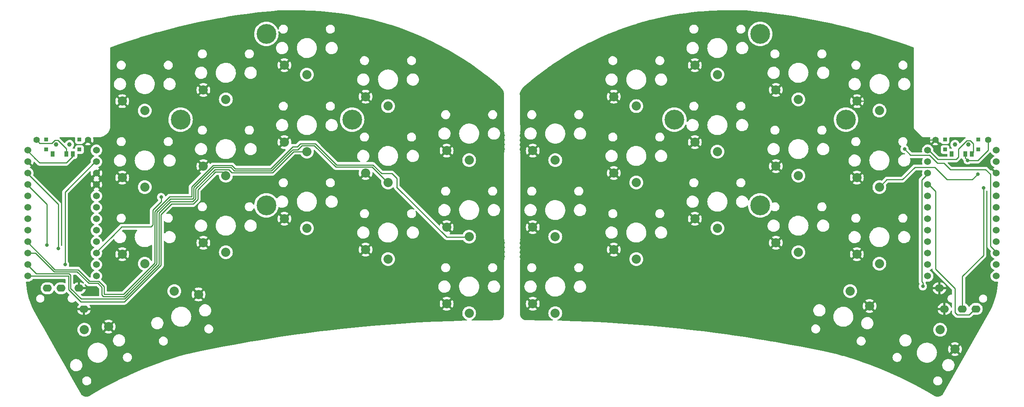
<source format=gbr>
%TF.GenerationSoftware,KiCad,Pcbnew,(6.0.4-0)*%
%TF.CreationDate,2022-05-14T15:15:58+02:00*%
%TF.ProjectId,sweepv2.1,73776565-7076-4322-9e31-2e6b69636164,rev?*%
%TF.SameCoordinates,Original*%
%TF.FileFunction,Copper,L2,Bot*%
%TF.FilePolarity,Positive*%
%FSLAX46Y46*%
G04 Gerber Fmt 4.6, Leading zero omitted, Abs format (unit mm)*
G04 Created by KiCad (PCBNEW (6.0.4-0)) date 2022-05-14 15:15:58*
%MOMM*%
%LPD*%
G01*
G04 APERTURE LIST*
%TA.AperFunction,ComponentPad*%
%ADD10C,2.032000*%
%TD*%
%TA.AperFunction,ComponentPad*%
%ADD11C,1.524000*%
%TD*%
%TA.AperFunction,ComponentPad*%
%ADD12O,2.000000X1.600000*%
%TD*%
%TA.AperFunction,SMDPad,CuDef*%
%ADD13R,0.900000X0.900000*%
%TD*%
%TA.AperFunction,SMDPad,CuDef*%
%ADD14R,0.900000X1.250000*%
%TD*%
%TA.AperFunction,WasherPad*%
%ADD15C,1.000000*%
%TD*%
%TA.AperFunction,ComponentPad*%
%ADD16C,4.400000*%
%TD*%
%TA.AperFunction,ComponentPad*%
%ADD17C,1.397000*%
%TD*%
%TA.AperFunction,ViaPad*%
%ADD18C,0.800000*%
%TD*%
%TA.AperFunction,Conductor*%
%ADD19C,0.250000*%
%TD*%
G04 APERTURE END LIST*
D10*
%TO.P,SW10,2*%
%TO.N,gnd*%
X170856000Y-51298000D03*
%TO.P,SW10,1*%
%TO.N,Switch8*%
X175856000Y-53398000D03*
%TD*%
D11*
%TO.P,U1,1*%
%TO.N,Switch10*%
X237789400Y-53086000D03*
%TO.P,U1,2*%
%TO.N,Switch18*%
X237789400Y-55626000D03*
%TO.P,U1,3*%
%TO.N,gnd*%
X237789400Y-58166000D03*
%TO.P,U1,4*%
X237789400Y-60706000D03*
%TO.P,U1,5*%
%TO.N,Switch11*%
X237789400Y-63246000D03*
%TO.P,U1,6*%
%TO.N,Switch12*%
X237789400Y-65786000D03*
%TO.P,U1,7*%
%TO.N,Switch13*%
X237789400Y-68326000D03*
%TO.P,U1,8*%
%TO.N,Switch14*%
X237789400Y-70866000D03*
%TO.P,U1,9*%
%TO.N,Switch15*%
X237789400Y-73406000D03*
%TO.P,U1,10*%
%TO.N,Switch1*%
X237789400Y-75946000D03*
%TO.P,U1,11*%
%TO.N,Switch16*%
X237789400Y-78486000D03*
%TO.P,U1,12*%
%TO.N,Switch17*%
X237789400Y-81026000D03*
%TO.P,U1,13*%
%TO.N,Switch9*%
X222569400Y-81026000D03*
%TO.P,U1,14*%
%TO.N,Switch8*%
X222569400Y-78486000D03*
%TO.P,U1,15*%
%TO.N,Switch7*%
X222569400Y-75946000D03*
%TO.P,U1,16*%
%TO.N,Switch6*%
X222569400Y-73406000D03*
%TO.P,U1,17*%
%TO.N,Switch2*%
X222569400Y-70866000D03*
%TO.P,U1,18*%
%TO.N,Switch3*%
X222569400Y-68326000D03*
%TO.P,U1,19*%
%TO.N,Switch4*%
X222569400Y-65786000D03*
%TO.P,U1,20*%
%TO.N,Switch5*%
X222569400Y-63246000D03*
%TO.P,U1,21*%
%TO.N,vcc*%
X222569400Y-60706000D03*
%TO.P,U1,22*%
%TO.N,reset*%
X222569400Y-58166000D03*
%TO.P,U1,23*%
%TO.N,gnd*%
X222569400Y-55626000D03*
%TO.P,U1,24*%
%TO.N,raw*%
X222569400Y-53086000D03*
%TD*%
%TO.P,U2,1*%
%TO.N,Switch10_r*%
X37937400Y-53086000D03*
%TO.P,U2,2*%
%TO.N,Switch18_r*%
X37937400Y-55626000D03*
%TO.P,U2,3*%
%TO.N,gnd*%
X37937400Y-58166000D03*
%TO.P,U2,4*%
X37937400Y-60706000D03*
%TO.P,U2,5*%
%TO.N,Switch11_r*%
X37937400Y-63246000D03*
%TO.P,U2,6*%
%TO.N,Switch12_r*%
X37937400Y-65786000D03*
%TO.P,U2,7*%
%TO.N,Switch13_r*%
X37937400Y-68326000D03*
%TO.P,U2,8*%
%TO.N,Switch14_r*%
X37937400Y-70866000D03*
%TO.P,U2,9*%
%TO.N,Switch15_r*%
X37937400Y-73406000D03*
%TO.P,U2,10*%
%TO.N,Switch1_r*%
X37937400Y-75946000D03*
%TO.P,U2,11*%
%TO.N,Switch16_r*%
X37937400Y-78486000D03*
%TO.P,U2,12*%
%TO.N,Switch17_r*%
X37937400Y-81026000D03*
%TO.P,U2,13*%
%TO.N,Switch9_r*%
X22717400Y-81026000D03*
%TO.P,U2,14*%
%TO.N,Switch8_r*%
X22717400Y-78486000D03*
%TO.P,U2,15*%
%TO.N,Switch7_r*%
X22717400Y-75946000D03*
%TO.P,U2,16*%
%TO.N,Switch6_r*%
X22717400Y-73406000D03*
%TO.P,U2,17*%
%TO.N,Switch2_r*%
X22717400Y-70866000D03*
%TO.P,U2,18*%
%TO.N,Switch3_r*%
X22717400Y-68326000D03*
%TO.P,U2,19*%
%TO.N,Switch4_r*%
X22717400Y-65786000D03*
%TO.P,U2,20*%
%TO.N,Switch5_r*%
X22717400Y-63246000D03*
%TO.P,U2,21*%
%TO.N,vcc*%
X22717400Y-60706000D03*
%TO.P,U2,22*%
%TO.N,reset_r*%
X22717400Y-58166000D03*
%TO.P,U2,23*%
%TO.N,gnd*%
X22717400Y-55626000D03*
%TO.P,U2,24*%
%TO.N,raw*%
X22717400Y-53086000D03*
%TD*%
D12*
%TO.P,J1,R1*%
%TO.N,Switch18_r*%
X30076000Y-83752000D03*
%TO.P,J1,R2*%
%TO.N,vcc*%
X27076000Y-83752000D03*
%TO.P,J1,T*%
%TO.N,gnd*%
X34076000Y-83752000D03*
%TO.P,J1,S*%
X35176000Y-88352000D03*
%TD*%
%TO.P,J2,R1*%
%TO.N,Switch18*%
X230274000Y-88352000D03*
%TO.P,J2,R2*%
%TO.N,vcc*%
X233274000Y-88352000D03*
%TO.P,J2,T*%
%TO.N,gnd*%
X226274000Y-88352000D03*
%TO.P,J2,S*%
X225174000Y-83752000D03*
%TD*%
D13*
%TO.P,SW_POWERR1,0*%
%TO.N,N/C*%
X233824000Y-50716000D03*
X233824000Y-52916000D03*
X226424000Y-52916000D03*
X226424000Y-50716000D03*
D14*
%TO.P,SW_POWERR1,1*%
%TO.N,Net-(SW_POWERR1-Pad1)*%
X227874000Y-53891000D03*
%TO.P,SW_POWERR1,3*%
%TO.N,raw*%
X232374000Y-53891000D03*
%TO.P,SW_POWERR1,2*%
%TO.N,BT+_r*%
X230874000Y-53891000D03*
D15*
%TO.P,SW_POWERR1,*%
%TO.N,*%
X231624000Y-51816000D03*
X228624000Y-51816000D03*
%TD*%
D13*
%TO.P,SW_POWER1,0*%
%TO.N,N/C*%
X34180000Y-50716000D03*
X34180000Y-52916000D03*
X26780000Y-52916000D03*
X26780000Y-50716000D03*
D14*
%TO.P,SW_POWER1,1*%
%TO.N,Net-(SW_POWER1-Pad1)*%
X28230000Y-53891000D03*
%TO.P,SW_POWER1,3*%
%TO.N,raw*%
X32730000Y-53891000D03*
%TO.P,SW_POWER1,2*%
%TO.N,BT+*%
X31230000Y-53891000D03*
D15*
%TO.P,SW_POWER1,*%
%TO.N,*%
X31980000Y-51816000D03*
X28980000Y-51816000D03*
%TD*%
D10*
%TO.P,SW2,2*%
%TO.N,gnd*%
X134856000Y-53182000D03*
%TO.P,SW2,1*%
%TO.N,Switch1*%
X139856000Y-55282000D03*
%TD*%
%TO.P,SW3,2*%
%TO.N,gnd*%
X152856000Y-41182000D03*
%TO.P,SW3,1*%
%TO.N,Switch2*%
X157856000Y-43282000D03*
%TD*%
%TO.P,SW4,2*%
%TO.N,gnd*%
X170856000Y-34182000D03*
%TO.P,SW4,1*%
%TO.N,Switch3*%
X175856000Y-36282000D03*
%TD*%
%TO.P,SW5,2*%
%TO.N,gnd*%
X188856000Y-39682000D03*
%TO.P,SW5,1*%
%TO.N,Switch4*%
X193856000Y-41782000D03*
%TD*%
%TO.P,SW6,2*%
%TO.N,gnd*%
X206856000Y-42182000D03*
%TO.P,SW6,1*%
%TO.N,Switch5*%
X211856000Y-44282000D03*
%TD*%
%TO.P,SW8,2*%
%TO.N,gnd*%
X134856000Y-70182000D03*
%TO.P,SW8,1*%
%TO.N,Switch6*%
X139856000Y-72282000D03*
%TD*%
%TO.P,SW9,2*%
%TO.N,gnd*%
X152856000Y-58156000D03*
%TO.P,SW9,1*%
%TO.N,Switch7*%
X157856000Y-60256000D03*
%TD*%
%TO.P,SW11,2*%
%TO.N,gnd*%
X188856000Y-56632000D03*
%TO.P,SW11,1*%
%TO.N,Switch9*%
X193856000Y-58732000D03*
%TD*%
%TO.P,SW12,2*%
%TO.N,gnd*%
X206836000Y-59172000D03*
%TO.P,SW12,1*%
%TO.N,Switch10*%
X211836000Y-61272000D03*
%TD*%
%TO.P,SW14,2*%
%TO.N,gnd*%
X134856000Y-87182000D03*
%TO.P,SW14,1*%
%TO.N,Switch11*%
X139856000Y-89282000D03*
%TD*%
%TO.P,SW15,2*%
%TO.N,gnd*%
X152856000Y-75174000D03*
%TO.P,SW15,1*%
%TO.N,Switch12*%
X157856000Y-77274000D03*
%TD*%
%TO.P,SW16,2*%
%TO.N,gnd*%
X170856000Y-68316000D03*
%TO.P,SW16,1*%
%TO.N,Switch13*%
X175856000Y-70416000D03*
%TD*%
%TO.P,SW17,2*%
%TO.N,gnd*%
X188856000Y-73650000D03*
%TO.P,SW17,1*%
%TO.N,Switch14*%
X193856000Y-75750000D03*
%TD*%
%TO.P,SW18,2*%
%TO.N,gnd*%
X206836000Y-76190000D03*
%TO.P,SW18,1*%
%TO.N,Switch15*%
X211836000Y-78290000D03*
%TD*%
%TO.P,SW20,2*%
%TO.N,gnd*%
X228616127Y-97291103D03*
%TO.P,SW20,1*%
%TO.N,Switch17*%
X225336000Y-92972450D03*
%TD*%
%TO.P,SW21,2*%
%TO.N,gnd*%
X209639142Y-87705577D03*
%TO.P,SW21,1*%
%TO.N,Switch16*%
X205353032Y-84383038D03*
%TD*%
%TO.P,SW11_r1,2*%
%TO.N,gnd*%
X61700000Y-56632000D03*
%TO.P,SW11_r1,1*%
%TO.N,Switch9_r*%
X66700000Y-58732000D03*
%TD*%
%TO.P,SW12_r1,2*%
%TO.N,gnd*%
X43686000Y-59172000D03*
%TO.P,SW12_r1,1*%
%TO.N,Switch10_r*%
X48686000Y-61272000D03*
%TD*%
%TO.P,SW13_r1,2*%
%TO.N,gnd*%
X115732000Y-87182000D03*
%TO.P,SW13_r1,1*%
%TO.N,Switch11_r*%
X120732000Y-89282000D03*
%TD*%
%TO.P,SW15_r1,2*%
%TO.N,gnd*%
X79688000Y-68316000D03*
%TO.P,SW15_r1,1*%
%TO.N,Switch13_r*%
X84688000Y-70416000D03*
%TD*%
%TO.P,SW16_r1,2*%
%TO.N,gnd*%
X61700000Y-73650000D03*
%TO.P,SW16_r1,1*%
%TO.N,Switch14_r*%
X66700000Y-75750000D03*
%TD*%
%TO.P,SW17_r1,2*%
%TO.N,gnd*%
X43686000Y-76190000D03*
%TO.P,SW17_r1,1*%
%TO.N,Switch15_r*%
X48686000Y-78290000D03*
%TD*%
%TO.P,SW18_r1,2*%
%TO.N,gnd*%
X97714000Y-75174000D03*
%TO.P,SW18_r1,1*%
%TO.N,Switch12_r*%
X102714000Y-77274000D03*
%TD*%
%TO.P,SW2_r1,2*%
%TO.N,gnd*%
X115732000Y-53182000D03*
%TO.P,SW2_r1,1*%
%TO.N,Switch1_r*%
X120732000Y-55282000D03*
%TD*%
%TO.P,SW3_r1,2*%
%TO.N,gnd*%
X97714000Y-41182000D03*
%TO.P,SW3_r1,1*%
%TO.N,Switch2_r*%
X102714000Y-43282000D03*
%TD*%
%TO.P,SW4_r1,2*%
%TO.N,gnd*%
X79688000Y-34182000D03*
%TO.P,SW4_r1,1*%
%TO.N,Switch3_r*%
X84688000Y-36282000D03*
%TD*%
%TO.P,SW5_r1,2*%
%TO.N,gnd*%
X61700000Y-39682000D03*
%TO.P,SW5_r1,1*%
%TO.N,Switch4_r*%
X66700000Y-41782000D03*
%TD*%
%TO.P,SW6_r1,2*%
%TO.N,gnd*%
X43686000Y-42182000D03*
%TO.P,SW6_r1,1*%
%TO.N,Switch5_r*%
X48686000Y-44282000D03*
%TD*%
%TO.P,SW7_r1,2*%
%TO.N,gnd*%
X115732000Y-70182000D03*
%TO.P,SW7_r1,1*%
%TO.N,Switch6_r*%
X120732000Y-72282000D03*
%TD*%
%TO.P,SW8_r1,2*%
%TO.N,gnd*%
X97714000Y-58156000D03*
%TO.P,SW8_r1,1*%
%TO.N,Switch7_r*%
X102714000Y-60256000D03*
%TD*%
%TO.P,SW9_r1,2*%
%TO.N,gnd*%
X79688000Y-51298000D03*
%TO.P,SW9_r1,1*%
%TO.N,Switch8_r*%
X84688000Y-53398000D03*
%TD*%
%TO.P,SW20_r1,2*%
%TO.N,gnd*%
X40648127Y-92291103D03*
%TO.P,SW20_r1,1*%
%TO.N,Switch17_r*%
X35268000Y-92972450D03*
%TD*%
%TO.P,SW21_r1,2*%
%TO.N,gnd*%
X60624117Y-85117387D03*
%TO.P,SW21_r1,1*%
%TO.N,Switch16_r*%
X55250968Y-84383038D03*
%TD*%
D16*
%TO.P,REF\u002A\u002A,1*%
%TO.N,N/C*%
X56642000Y-46282000D03*
X75692000Y-65332000D03*
X94742000Y-46282000D03*
X75692000Y-27232000D03*
%TD*%
%TO.P,REF\u002A\u002A,1*%
%TO.N,N/C*%
X185356000Y-27232000D03*
X204406000Y-46282000D03*
X185356000Y-65332000D03*
X166306000Y-46282000D03*
%TD*%
D17*
%TO.P,BatGND4,1*%
%TO.N,gnd*%
X36068000Y-50800000D03*
%TD*%
%TO.P,BatGND1,1*%
%TO.N,gnd*%
X224282000Y-50800000D03*
%TD*%
%TO.P,Bat+r1,1*%
%TO.N,BT+_r*%
X235966000Y-50800000D03*
%TD*%
%TO.P,Bat+1,1*%
%TO.N,BT+*%
X24638000Y-50800000D03*
%TD*%
D18*
%TO.N,vcc*%
X26924000Y-74168000D03*
%TO.N,Switch18*%
X234950000Y-61468000D03*
%TO.N,reset*%
X221488000Y-83312000D03*
%TO.N,Switch1*%
X217424000Y-52832000D03*
%TO.N,Switch10*%
X233680000Y-58420000D03*
%TO.N,BT+_r*%
X231437000Y-55329000D03*
%TO.N,Switch18_r*%
X30988000Y-78486000D03*
%TO.N,reset_r*%
X29464000Y-74930000D03*
%TO.N,Switch1_r*%
X52324000Y-63500000D03*
%TD*%
D19*
%TO.N,BT+*%
X25360999Y-51522999D02*
X28051999Y-51522999D01*
X24638000Y-50800000D02*
X25360999Y-51522999D01*
X31230000Y-52747002D02*
X31230000Y-53891000D01*
X29046501Y-50890501D02*
X29373499Y-50890501D01*
X28738499Y-50836499D02*
X28992499Y-50836499D01*
X28051999Y-51522999D02*
X28738499Y-50836499D01*
X28992499Y-50836499D02*
X29046501Y-50890501D01*
X29373499Y-50890501D02*
X31230000Y-52747002D01*
%TO.N,gnd*%
X213159159Y-42182000D02*
X206856000Y-42182000D01*
X221777159Y-50800000D02*
X213159159Y-42182000D01*
X224282000Y-50800000D02*
X221777159Y-50800000D01*
X226254000Y-88332000D02*
X226274000Y-88352000D01*
X226244000Y-88322000D02*
X226274000Y-88352000D01*
%TO.N,vcc*%
X228600000Y-83820000D02*
X224282000Y-79502000D01*
X224282000Y-62218600D02*
X222769400Y-60706000D01*
X224282000Y-79502000D02*
X224282000Y-62218600D01*
X22517400Y-60706000D02*
X26924000Y-65112600D01*
X26924000Y-65112600D02*
X26924000Y-74168000D01*
X26924000Y-74168000D02*
X26924000Y-74422000D01*
X231764000Y-89662000D02*
X232341000Y-89085000D01*
X233274000Y-88152000D02*
X232341000Y-89085000D01*
X228600000Y-89154000D02*
X229108000Y-89662000D01*
X229108000Y-89662000D02*
X231764000Y-89662000D01*
X228600000Y-83820000D02*
X228600000Y-89154000D01*
X233254000Y-88332000D02*
X233274000Y-88352000D01*
%TO.N,Switch18*%
X230274000Y-88152000D02*
X230274000Y-81130000D01*
X230274000Y-81130000D02*
X234950000Y-76454000D01*
X234950000Y-76454000D02*
X234950000Y-61468000D01*
X234950000Y-61468000D02*
X234950000Y-61468000D01*
%TO.N,reset*%
X222769400Y-58166000D02*
X221234000Y-59701400D01*
X221234000Y-59701400D02*
X221234000Y-82296000D01*
X221488000Y-82550000D02*
X221234000Y-82296000D01*
X221488000Y-83312000D02*
X221488000Y-82550000D01*
%TO.N,Switch1*%
X222925163Y-54173001D02*
X218765001Y-54173001D01*
X226138919Y-55958919D02*
X224711081Y-55958919D01*
X227579700Y-57399700D02*
X226138919Y-55958919D01*
X235445100Y-57399700D02*
X227579700Y-57399700D01*
X218765001Y-54173001D02*
X217424000Y-52832000D01*
X224711081Y-55958919D02*
X222925163Y-54173001D01*
X236469700Y-58424300D02*
X235445100Y-57399700D01*
X236469700Y-74426300D02*
X236469700Y-58424300D01*
X237989400Y-75946000D02*
X236469700Y-74426300D01*
%TO.N,Switch10*%
X211836000Y-61272000D02*
X213489001Y-59618999D01*
X232481001Y-59618999D02*
X233680000Y-58420000D01*
X233680000Y-58420000D02*
X233680000Y-58420000D01*
X213489001Y-59618999D02*
X216987001Y-59618999D01*
X216987001Y-59618999D02*
X219710000Y-56896000D01*
X224170002Y-56896000D02*
X226893001Y-59618999D01*
X219710000Y-56896000D02*
X224170002Y-56896000D01*
X226893001Y-59618999D02*
X232481001Y-59618999D01*
%TO.N,raw*%
X224801400Y-55118000D02*
X222769400Y-53086000D01*
X24339700Y-54908300D02*
X25311400Y-55880000D01*
X25311400Y-55880000D02*
X26924000Y-55880000D01*
X226568000Y-55118000D02*
X224801400Y-55118000D01*
X22517400Y-53086000D02*
X24339700Y-54908300D01*
X232664000Y-51634998D02*
X232020001Y-50990999D01*
X228854000Y-55118000D02*
X226568000Y-55118000D01*
X232664000Y-53601000D02*
X232664000Y-51634998D01*
X232020001Y-50990999D02*
X231227999Y-50990999D01*
X231227999Y-50990999D02*
X229374499Y-52844499D01*
X229374499Y-52844499D02*
X229374499Y-54597501D01*
X229374499Y-54597501D02*
X228854000Y-55118000D01*
X232374000Y-53891000D02*
X232664000Y-53601000D01*
X32730000Y-54392000D02*
X32730000Y-53891000D01*
X31242000Y-55880000D02*
X32730000Y-54392000D01*
X26924000Y-55880000D02*
X31242000Y-55880000D01*
%TO.N,BT+_r*%
X235966000Y-50800000D02*
X235966000Y-53086000D01*
X235966000Y-53086000D02*
X233680000Y-55372000D01*
X231480000Y-55372000D02*
X231437000Y-55329000D01*
X233680000Y-55372000D02*
X231480000Y-55372000D01*
X230874000Y-54766000D02*
X230874000Y-53891000D01*
X231437000Y-55329000D02*
X230874000Y-54766000D01*
%TO.N,Switch18_r*%
X37737400Y-55626000D02*
X30988000Y-62375400D01*
X30988000Y-62375400D02*
X30988000Y-78486000D01*
X30988000Y-78486000D02*
X30988000Y-78486000D01*
%TO.N,reset_r*%
X22517400Y-58166000D02*
X29464000Y-65112600D01*
X29464000Y-65112600D02*
X29464000Y-74930000D01*
X29464000Y-74930000D02*
X29464000Y-74930000D01*
%TO.N,Switch9_r*%
X65882000Y-57912000D02*
X66702000Y-58732000D01*
X60454710Y-61847700D02*
X64390410Y-57912000D01*
X59438818Y-65024000D02*
X60454709Y-64008109D01*
X54610000Y-65024000D02*
X59438818Y-65024000D01*
X60454709Y-64008109D02*
X60454710Y-61847700D01*
X52278362Y-67355638D02*
X54610000Y-65024000D01*
X52278362Y-78673550D02*
X52278362Y-67355638D01*
X31750000Y-84064390D02*
X34462611Y-86777001D01*
X64390410Y-57912000D02*
X65882000Y-57912000D01*
X34462611Y-86777001D02*
X44174911Y-86777001D01*
X31750000Y-81026000D02*
X31750000Y-84064390D01*
X44174911Y-86777001D02*
X52278362Y-78673550D01*
X22517400Y-81026000D02*
X31750000Y-81026000D01*
%TO.N,Switch1_r*%
X50478324Y-69663676D02*
X50478324Y-66361676D01*
X50038000Y-70104000D02*
X50478324Y-69663676D01*
X52324000Y-64516000D02*
X52324000Y-63500000D01*
X50478324Y-66361676D02*
X52324000Y-64516000D01*
X43688000Y-70104000D02*
X43579400Y-70104000D01*
X41601700Y-72081700D02*
X37737400Y-75946000D01*
X41910000Y-71773400D02*
X41601700Y-72081700D01*
X43579400Y-70104000D02*
X41601700Y-72081700D01*
X43688000Y-70104000D02*
X50038000Y-70104000D01*
%TO.N,Switch6_r*%
X28742401Y-79631001D02*
X22517400Y-73406000D01*
X33855237Y-79631003D02*
X28742401Y-79631001D01*
X59104682Y-63422682D02*
X54179318Y-63422682D01*
X59104682Y-61214000D02*
X59104682Y-63422682D01*
X68029946Y-56471536D02*
X63847146Y-56471536D01*
X81534000Y-52324000D02*
X76669701Y-57188299D01*
X63847146Y-56471536D02*
X59104682Y-61214000D01*
X76669701Y-57188299D02*
X68746709Y-57188299D01*
X68746709Y-57188299D02*
X68029946Y-56471536D01*
X120650000Y-72390000D02*
X115765318Y-72390000D01*
X82550000Y-52324000D02*
X81534000Y-52324000D01*
X54179318Y-63422682D02*
X50928334Y-66673666D01*
X91291399Y-56364989D02*
X86533399Y-51606989D01*
X86533399Y-51606989D02*
X83267011Y-51606989D01*
X50928334Y-66673666D02*
X50928334Y-78114348D01*
X50928334Y-78114348D02*
X43952682Y-85090000D01*
X99361399Y-56364989D02*
X91291399Y-56364989D01*
X83267011Y-51606989D02*
X82550000Y-52324000D01*
X101254205Y-58257795D02*
X103540205Y-58257795D01*
X101254205Y-58257795D02*
X99361399Y-56364989D01*
X103540205Y-58257795D02*
X104648000Y-59365590D01*
X104648000Y-61214000D02*
X104618659Y-61243341D01*
X104648000Y-59365590D02*
X104648000Y-61214000D01*
X115765318Y-72390000D02*
X104618659Y-61243341D01*
X36421117Y-82196883D02*
X38453117Y-82196883D01*
X36421117Y-82196883D02*
X33855237Y-79631003D01*
X39624000Y-83367766D02*
X39624000Y-85090000D01*
X38453117Y-82196883D02*
X39624000Y-83367766D01*
X43952682Y-85090000D02*
X39624000Y-85090000D01*
%TO.N,Switch7_r*%
X81217205Y-53277205D02*
X77090410Y-57404000D01*
X81546420Y-52947990D02*
X81217205Y-53277205D01*
X83579001Y-52056999D02*
X82688010Y-52947990D01*
X91104999Y-56814999D02*
X86346999Y-52056999D01*
X82688010Y-52947990D02*
X81546420Y-52947990D01*
X86346999Y-52056999D02*
X83579001Y-52056999D01*
X99174999Y-56814999D02*
X91104999Y-56814999D01*
X102616000Y-60256000D02*
X99174999Y-56814999D01*
X76856101Y-57638309D02*
X77280205Y-57214205D01*
X67843546Y-56921546D02*
X68560309Y-57638309D01*
X64033546Y-56921546D02*
X67843546Y-56921546D01*
X59554691Y-63635309D02*
X59554692Y-61400400D01*
X59528465Y-63635309D02*
X59554691Y-63635309D01*
X59291082Y-63872692D02*
X59528465Y-63635309D01*
X22517400Y-75946000D02*
X24420990Y-75946000D01*
X24420990Y-75946000D02*
X28556001Y-80081011D01*
X44023102Y-85655990D02*
X51378343Y-78300749D01*
X38266717Y-82646893D02*
X39173990Y-83554166D01*
X33668836Y-80081012D02*
X36234717Y-82646893D01*
X36234717Y-82646893D02*
X38266717Y-82646893D01*
X59554692Y-61400400D02*
X64033546Y-56921546D01*
X28556001Y-80081011D02*
X33668836Y-80081012D01*
X39173990Y-83554166D02*
X39173990Y-85276400D01*
X54365718Y-63872692D02*
X59291082Y-63872692D01*
X39173990Y-85276400D02*
X39495590Y-85598000D01*
X51378343Y-78300749D02*
X51378343Y-66860067D01*
X39495590Y-85598000D02*
X43965112Y-85598000D01*
X43965112Y-85598000D02*
X44023102Y-85655990D01*
X68560309Y-57638309D02*
X76856101Y-57638309D01*
X51378343Y-66860067D02*
X54365718Y-63872692D01*
%TO.N,Switch8_r*%
X81732820Y-53398000D02*
X84836000Y-53398000D01*
X68043001Y-58088319D02*
X77042501Y-58088319D01*
X67345681Y-57390999D02*
X68043001Y-58088319D01*
X64275001Y-57390999D02*
X67345681Y-57390999D01*
X60004701Y-61661299D02*
X64275001Y-57390999D01*
X22517400Y-78486000D02*
X24562421Y-80531021D01*
X77042501Y-58088319D02*
X81732820Y-53398000D01*
X59310408Y-64516000D02*
X60004700Y-63821708D01*
X24562421Y-80531021D02*
X31891431Y-80531021D01*
X31891431Y-80531021D02*
X32200010Y-80839600D01*
X32200010Y-80839600D02*
X32200010Y-83877990D01*
X32200010Y-83877990D02*
X32315990Y-83877990D01*
X60004700Y-63821708D02*
X60004701Y-61661299D01*
X32315990Y-83877990D02*
X34544001Y-86105999D01*
X34544001Y-86105999D02*
X44209503Y-86105999D01*
X51828352Y-67046468D02*
X54358820Y-64516000D01*
X44209503Y-86105999D02*
X51828352Y-78487150D01*
X51828352Y-78487150D02*
X51828352Y-67046468D01*
X54358820Y-64516000D02*
X59310408Y-64516000D01*
%TD*%
%TA.AperFunction,Conductor*%
%TO.N,gnd*%
G36*
X182008955Y-22011849D02*
G01*
X182010185Y-22011967D01*
X182018911Y-22014079D01*
X182027876Y-22013658D01*
X182027881Y-22013658D01*
X182048297Y-22012698D01*
X182065651Y-22013079D01*
X183097361Y-22107132D01*
X184272548Y-22214266D01*
X184274420Y-22214452D01*
X185305688Y-22324844D01*
X186516790Y-22454487D01*
X186518759Y-22454713D01*
X188757156Y-22729994D01*
X188759121Y-22730252D01*
X190992798Y-23040687D01*
X190994758Y-23040975D01*
X193223329Y-23386508D01*
X193225285Y-23386827D01*
X194324165Y-23574948D01*
X195448117Y-23767361D01*
X195450023Y-23767702D01*
X196182957Y-23905074D01*
X197666739Y-24183176D01*
X197668683Y-24183557D01*
X199236749Y-24503061D01*
X199878442Y-24633810D01*
X199880344Y-24634213D01*
X201477154Y-24985817D01*
X202082773Y-25119169D01*
X202084704Y-25119610D01*
X204279316Y-25639164D01*
X204281162Y-25639616D01*
X204908876Y-25798687D01*
X206467286Y-26193609D01*
X206469203Y-26194111D01*
X208646305Y-26782405D01*
X208648214Y-26782937D01*
X209228072Y-26949454D01*
X210815868Y-27405420D01*
X210817654Y-27405948D01*
X212554080Y-27934293D01*
X212975194Y-28062426D01*
X212977085Y-28063017D01*
X215124090Y-28753365D01*
X215125972Y-28753987D01*
X215443398Y-28861589D01*
X217261800Y-29477997D01*
X217263590Y-29478620D01*
X219325204Y-30213820D01*
X219334933Y-30217867D01*
X219341647Y-30222346D01*
X219350215Y-30225032D01*
X219358311Y-30228904D01*
X219358112Y-30229319D01*
X219377511Y-30238450D01*
X219391778Y-30247716D01*
X219418657Y-30271200D01*
X219439765Y-30295730D01*
X219458978Y-30325808D01*
X219472359Y-30355270D01*
X219482367Y-30389530D01*
X219484481Y-30404307D01*
X219485742Y-30423692D01*
X219485735Y-30424261D01*
X219484354Y-30433130D01*
X219488343Y-30463637D01*
X219488482Y-30464702D01*
X219489545Y-30481037D01*
X219489528Y-36948236D01*
X219489501Y-47721845D01*
X219488410Y-47738389D01*
X219484300Y-47769419D01*
X219484586Y-47781968D01*
X219485444Y-47786756D01*
X219485469Y-47787010D01*
X219486815Y-47796847D01*
X219508265Y-48022600D01*
X219513796Y-48080817D01*
X219577617Y-48374177D01*
X219578849Y-48377731D01*
X219578851Y-48377738D01*
X219674719Y-48654284D01*
X219674723Y-48654293D01*
X219675952Y-48657839D01*
X219807398Y-48927757D01*
X219809442Y-48930928D01*
X219809443Y-48930929D01*
X219847496Y-48989950D01*
X219970081Y-49180082D01*
X220161682Y-49411216D01*
X220164406Y-49413801D01*
X220164411Y-49413806D01*
X220376739Y-49615275D01*
X220376743Y-49615279D01*
X220379467Y-49617863D01*
X220620333Y-49797076D01*
X220880844Y-49946300D01*
X220884301Y-49947764D01*
X220884302Y-49947765D01*
X221153826Y-50061943D01*
X221153831Y-50061945D01*
X221157285Y-50063408D01*
X221445714Y-50146728D01*
X221449430Y-50147334D01*
X221449433Y-50147335D01*
X221552014Y-50164072D01*
X221742018Y-50195073D01*
X221745762Y-50195231D01*
X221745769Y-50195232D01*
X221873511Y-50200632D01*
X222009659Y-50206388D01*
X222023052Y-50207675D01*
X222029435Y-50208634D01*
X222034306Y-50208608D01*
X222037122Y-50208593D01*
X222041987Y-50208567D01*
X222046784Y-50207794D01*
X222046786Y-50207794D01*
X222055518Y-50206387D01*
X222064062Y-50205011D01*
X222084074Y-50203407D01*
X222243632Y-50203378D01*
X223032805Y-50203234D01*
X223100929Y-50223224D01*
X223147432Y-50276871D01*
X223157549Y-50347143D01*
X223153160Y-50366598D01*
X223098524Y-50542553D01*
X223096130Y-50553817D01*
X223071425Y-50762547D01*
X223071124Y-50774048D01*
X223084871Y-50983779D01*
X223086672Y-50995149D01*
X223138409Y-51198863D01*
X223142250Y-51209710D01*
X223230247Y-51400592D01*
X223235996Y-51410549D01*
X223257112Y-51440427D01*
X223267701Y-51448815D01*
X223281000Y-51441788D01*
X224192905Y-50529884D01*
X224255217Y-50495859D01*
X224326033Y-50500924D01*
X224371095Y-50529884D01*
X225284609Y-51443398D01*
X225296987Y-51450156D01*
X225303566Y-51445231D01*
X225313378Y-51427711D01*
X225364115Y-51378049D01*
X225433647Y-51363701D01*
X225499898Y-51389223D01*
X225524139Y-51413711D01*
X225610739Y-51529261D01*
X225727295Y-51616615D01*
X225863684Y-51667745D01*
X225925866Y-51674500D01*
X226922134Y-51674500D01*
X226984316Y-51667745D01*
X227120705Y-51616615D01*
X227237261Y-51529261D01*
X227324615Y-51412705D01*
X227375745Y-51276316D01*
X227382500Y-51214134D01*
X227382500Y-50328413D01*
X227402502Y-50260292D01*
X227456158Y-50213799D01*
X227508477Y-50202413D01*
X230849410Y-50201800D01*
X230917534Y-50221790D01*
X230964037Y-50275437D01*
X230974154Y-50345709D01*
X230944673Y-50410295D01*
X230919687Y-50430491D01*
X230920382Y-50431447D01*
X230884612Y-50457435D01*
X230874692Y-50463951D01*
X230843464Y-50482419D01*
X230843461Y-50482421D01*
X230836637Y-50486457D01*
X230822316Y-50500778D01*
X230807283Y-50513618D01*
X230790892Y-50525527D01*
X230765370Y-50556378D01*
X230762701Y-50559604D01*
X230754711Y-50568383D01*
X229786855Y-51536239D01*
X229724543Y-51570265D01*
X229653728Y-51565200D01*
X229596892Y-51522653D01*
X229577138Y-51483561D01*
X229573477Y-51471435D01*
X229560916Y-51429831D01*
X229468066Y-51255204D01*
X229390256Y-51159800D01*
X229346960Y-51106713D01*
X229346957Y-51106710D01*
X229343065Y-51101938D01*
X229331519Y-51092386D01*
X229195425Y-50979799D01*
X229195421Y-50979797D01*
X229190675Y-50975870D01*
X229016701Y-50881802D01*
X228827768Y-50823318D01*
X228821643Y-50822674D01*
X228821642Y-50822674D01*
X228637204Y-50803289D01*
X228637202Y-50803289D01*
X228631075Y-50802645D01*
X228548576Y-50810153D01*
X228440251Y-50820011D01*
X228440248Y-50820012D01*
X228434112Y-50820570D01*
X228428206Y-50822308D01*
X228428202Y-50822309D01*
X228345104Y-50846766D01*
X228244381Y-50876410D01*
X228238923Y-50879263D01*
X228238919Y-50879265D01*
X228170271Y-50915154D01*
X228069110Y-50968040D01*
X227914975Y-51091968D01*
X227911011Y-51096692D01*
X227895929Y-51114666D01*
X227787846Y-51243474D01*
X227784879Y-51248872D01*
X227784875Y-51248877D01*
X227729731Y-51349185D01*
X227692567Y-51416787D01*
X227690706Y-51422654D01*
X227690705Y-51422656D01*
X227637405Y-51590680D01*
X227632765Y-51605306D01*
X227610719Y-51801851D01*
X227612796Y-51826589D01*
X227626073Y-51984700D01*
X227627268Y-51998934D01*
X227640020Y-52043406D01*
X227679693Y-52181761D01*
X227681783Y-52189050D01*
X227691177Y-52207328D01*
X227735211Y-52293008D01*
X227772187Y-52364956D01*
X227895035Y-52519953D01*
X227899729Y-52523948D01*
X227899733Y-52523952D01*
X227913356Y-52535546D01*
X227952270Y-52594928D01*
X227952901Y-52665922D01*
X227915050Y-52725987D01*
X227850734Y-52756053D01*
X227831694Y-52757500D01*
X227508500Y-52757500D01*
X227440379Y-52737498D01*
X227393886Y-52683842D01*
X227382500Y-52631500D01*
X227382500Y-52417866D01*
X227375745Y-52355684D01*
X227324615Y-52219295D01*
X227237261Y-52102739D01*
X227120705Y-52015385D01*
X226984316Y-51964255D01*
X226922134Y-51957500D01*
X225925866Y-51957500D01*
X225863684Y-51964255D01*
X225727295Y-52015385D01*
X225610739Y-52102739D01*
X225523385Y-52219295D01*
X225472255Y-52355684D01*
X225465500Y-52417866D01*
X225465500Y-53414134D01*
X225472255Y-53476316D01*
X225523385Y-53612705D01*
X225610739Y-53729261D01*
X225727295Y-53816615D01*
X225863684Y-53867745D01*
X225925866Y-53874500D01*
X226789500Y-53874500D01*
X226857621Y-53894502D01*
X226904114Y-53948158D01*
X226915500Y-54000500D01*
X226915500Y-54358500D01*
X226895498Y-54426621D01*
X226841842Y-54473114D01*
X226789500Y-54484500D01*
X225115994Y-54484500D01*
X225047873Y-54464498D01*
X225026899Y-54447595D01*
X223871863Y-53292558D01*
X223837837Y-53230246D01*
X223835437Y-53192485D01*
X223844753Y-53086000D01*
X223825378Y-52864537D01*
X223780119Y-52695630D01*
X223769263Y-52655114D01*
X223769262Y-52655112D01*
X223767840Y-52649804D01*
X223765517Y-52644822D01*
X223676214Y-52453311D01*
X223676211Y-52453306D01*
X223673888Y-52448324D01*
X223670731Y-52443815D01*
X223549536Y-52270730D01*
X223549534Y-52270727D01*
X223546377Y-52266219D01*
X223389181Y-52109023D01*
X223384673Y-52105866D01*
X223384670Y-52105864D01*
X223299696Y-52046365D01*
X223207077Y-51981512D01*
X223202095Y-51979189D01*
X223202090Y-51979186D01*
X223010578Y-51889883D01*
X223010577Y-51889882D01*
X223005596Y-51887560D01*
X223000288Y-51886138D01*
X223000286Y-51886137D01*
X222913064Y-51862766D01*
X222790863Y-51830022D01*
X222588454Y-51812314D01*
X223634046Y-51812314D01*
X223643928Y-51824803D01*
X223699041Y-51861627D01*
X223709146Y-51867114D01*
X223902267Y-51950086D01*
X223913210Y-51953641D01*
X224118209Y-52000028D01*
X224129618Y-52001530D01*
X224339645Y-52009781D01*
X224351129Y-52009179D01*
X224559145Y-51979019D01*
X224570328Y-51976334D01*
X224769362Y-51908771D01*
X224779865Y-51904095D01*
X224922404Y-51824270D01*
X224932266Y-51814194D01*
X224929311Y-51806522D01*
X224294811Y-51172021D01*
X224280868Y-51164408D01*
X224279034Y-51164539D01*
X224272420Y-51168790D01*
X223640239Y-51800972D01*
X223634046Y-51812314D01*
X222588454Y-51812314D01*
X222569400Y-51810647D01*
X222347937Y-51830022D01*
X222225736Y-51862766D01*
X222138514Y-51886137D01*
X222138512Y-51886138D01*
X222133204Y-51887560D01*
X222128223Y-51889882D01*
X222128222Y-51889883D01*
X221936711Y-51979186D01*
X221936706Y-51979189D01*
X221931724Y-51981512D01*
X221927217Y-51984668D01*
X221927215Y-51984669D01*
X221754130Y-52105864D01*
X221754127Y-52105866D01*
X221749619Y-52109023D01*
X221592423Y-52266219D01*
X221589266Y-52270727D01*
X221589264Y-52270730D01*
X221468069Y-52443815D01*
X221464912Y-52448324D01*
X221462589Y-52453306D01*
X221462586Y-52453311D01*
X221373283Y-52644822D01*
X221370960Y-52649804D01*
X221369538Y-52655112D01*
X221369537Y-52655114D01*
X221358681Y-52695630D01*
X221313422Y-52864537D01*
X221294047Y-53086000D01*
X221313422Y-53307463D01*
X221331391Y-53374521D01*
X221333097Y-53380889D01*
X221331407Y-53451866D01*
X221291613Y-53510662D01*
X221226349Y-53538610D01*
X221211390Y-53539501D01*
X219079595Y-53539501D01*
X219011474Y-53519499D01*
X218990500Y-53502596D01*
X218371122Y-52883218D01*
X218337096Y-52820906D01*
X218334907Y-52807293D01*
X218332164Y-52781189D01*
X218323879Y-52702364D01*
X218318232Y-52648635D01*
X218318232Y-52648633D01*
X218317542Y-52642072D01*
X218258527Y-52460444D01*
X218243457Y-52434341D01*
X218206184Y-52369783D01*
X218163040Y-52295056D01*
X218157603Y-52289017D01*
X218039675Y-52158045D01*
X218039674Y-52158044D01*
X218035253Y-52153134D01*
X217907338Y-52060198D01*
X217886094Y-52044763D01*
X217886093Y-52044762D01*
X217880752Y-52040882D01*
X217874724Y-52038198D01*
X217874722Y-52038197D01*
X217857838Y-52030680D01*
X217803742Y-51984700D01*
X217783093Y-51916772D01*
X217802445Y-51848464D01*
X217809527Y-51838347D01*
X217858686Y-51774971D01*
X217911661Y-51706676D01*
X218001696Y-51523701D01*
X218003543Y-51516611D01*
X218051490Y-51332541D01*
X218051490Y-51332538D01*
X218053100Y-51326359D01*
X218058950Y-51214736D01*
X218063438Y-51129094D01*
X218063438Y-51129090D01*
X218063772Y-51122712D01*
X218033278Y-50921078D01*
X218013414Y-50867088D01*
X217965067Y-50735684D01*
X217965066Y-50735683D01*
X217962863Y-50729694D01*
X217884210Y-50602840D01*
X217858764Y-50561800D01*
X217858763Y-50561799D01*
X217855402Y-50556378D01*
X217842329Y-50542553D01*
X217719671Y-50412846D01*
X217715286Y-50408209D01*
X217704427Y-50400605D01*
X217553472Y-50294906D01*
X217553471Y-50294905D01*
X217548239Y-50291242D01*
X217378677Y-50217866D01*
X217366940Y-50212787D01*
X217366939Y-50212787D01*
X217361084Y-50210253D01*
X217285527Y-50194468D01*
X217166212Y-50169541D01*
X217166208Y-50169541D01*
X217161467Y-50168550D01*
X217156630Y-50168297D01*
X217156626Y-50168296D01*
X217156560Y-50168293D01*
X217154788Y-50168200D01*
X217005033Y-50168200D01*
X216932387Y-50175579D01*
X216859466Y-50182986D01*
X216859465Y-50182986D01*
X216853117Y-50183631D01*
X216658522Y-50244614D01*
X216480163Y-50343479D01*
X216325327Y-50476190D01*
X216200339Y-50637324D01*
X216110304Y-50820299D01*
X216108695Y-50826477D01*
X216108694Y-50826479D01*
X216060546Y-51011323D01*
X216058900Y-51017641D01*
X216057492Y-51044517D01*
X216048603Y-51214134D01*
X216048228Y-51221288D01*
X216078722Y-51422922D01*
X216080928Y-51428917D01*
X216080928Y-51428918D01*
X216145690Y-51604936D01*
X216149137Y-51614306D01*
X216219722Y-51728148D01*
X216247169Y-51772414D01*
X216256598Y-51787622D01*
X216260979Y-51792255D01*
X216260980Y-51792256D01*
X216378729Y-51916772D01*
X216396714Y-51935791D01*
X216401944Y-51939453D01*
X216401945Y-51939454D01*
X216544948Y-52039585D01*
X216563761Y-52052758D01*
X216616918Y-52075761D01*
X216647047Y-52088799D01*
X216701621Y-52134210D01*
X216722981Y-52201917D01*
X216704345Y-52270424D01*
X216690644Y-52288743D01*
X216684960Y-52295056D01*
X216641816Y-52369783D01*
X216604544Y-52434341D01*
X216589473Y-52460444D01*
X216530458Y-52642072D01*
X216529768Y-52648633D01*
X216529768Y-52648635D01*
X216517806Y-52762447D01*
X216510496Y-52832000D01*
X216511186Y-52838565D01*
X216528520Y-53003486D01*
X216530458Y-53021928D01*
X216589473Y-53203556D01*
X216592776Y-53209278D01*
X216592777Y-53209279D01*
X216605683Y-53231632D01*
X216684960Y-53368944D01*
X216689378Y-53373851D01*
X216689379Y-53373852D01*
X216808325Y-53505955D01*
X216812747Y-53510866D01*
X216905149Y-53578000D01*
X216946015Y-53607691D01*
X216967248Y-53623118D01*
X216973276Y-53625802D01*
X216973278Y-53625803D01*
X217134987Y-53697800D01*
X217141712Y-53700794D01*
X217225901Y-53718689D01*
X217322056Y-53739128D01*
X217322061Y-53739128D01*
X217328513Y-53740500D01*
X217384405Y-53740500D01*
X217452526Y-53760502D01*
X217473500Y-53777405D01*
X217493600Y-53797505D01*
X217527626Y-53859817D01*
X217522561Y-53930632D01*
X217480014Y-53987468D01*
X217413494Y-54012279D01*
X217404505Y-54012600D01*
X217278075Y-54012600D01*
X217225666Y-54017047D01*
X217111438Y-54026739D01*
X217111434Y-54026740D01*
X217106127Y-54027190D01*
X217100972Y-54028528D01*
X217100966Y-54028529D01*
X216887997Y-54083805D01*
X216887993Y-54083806D01*
X216882828Y-54085147D01*
X216877962Y-54087339D01*
X216877959Y-54087340D01*
X216694649Y-54169915D01*
X216672485Y-54179899D01*
X216668065Y-54182875D01*
X216668061Y-54182877D01*
X216603143Y-54226583D01*
X216481115Y-54308738D01*
X216314188Y-54467978D01*
X216311000Y-54472263D01*
X216183546Y-54643568D01*
X216176479Y-54653066D01*
X216174064Y-54657816D01*
X216119377Y-54765378D01*
X216071923Y-54858712D01*
X216050300Y-54928349D01*
X216005095Y-55073930D01*
X216005094Y-55073936D01*
X216003511Y-55079033D01*
X215991165Y-55172186D01*
X215977264Y-55277070D01*
X215973200Y-55307732D01*
X215973400Y-55313062D01*
X215973400Y-55313063D01*
X215977249Y-55415586D01*
X215981854Y-55538268D01*
X216029228Y-55764050D01*
X216031186Y-55769009D01*
X216031187Y-55769011D01*
X216062927Y-55849380D01*
X216113967Y-55978622D01*
X216193011Y-56108883D01*
X216229958Y-56169769D01*
X216233647Y-56175849D01*
X216237144Y-56179879D01*
X216377053Y-56341110D01*
X216384847Y-56350092D01*
X216409396Y-56370221D01*
X216559115Y-56492984D01*
X216559121Y-56492988D01*
X216563243Y-56496368D01*
X216763735Y-56610494D01*
X216768751Y-56612315D01*
X216768756Y-56612317D01*
X216975575Y-56687389D01*
X216975579Y-56687390D01*
X216980590Y-56689209D01*
X216985839Y-56690158D01*
X216985842Y-56690159D01*
X217203523Y-56729522D01*
X217203530Y-56729523D01*
X217207607Y-56730260D01*
X217225344Y-56731096D01*
X217230292Y-56731330D01*
X217230299Y-56731330D01*
X217231780Y-56731400D01*
X217393925Y-56731400D01*
X217460881Y-56725719D01*
X217560562Y-56717261D01*
X217560566Y-56717260D01*
X217565873Y-56716810D01*
X217571028Y-56715472D01*
X217571034Y-56715471D01*
X217784003Y-56660195D01*
X217784007Y-56660194D01*
X217789172Y-56658853D01*
X217794038Y-56656661D01*
X217794041Y-56656660D01*
X217994649Y-56566293D01*
X217999515Y-56564101D01*
X218003935Y-56561125D01*
X218003939Y-56561123D01*
X218139471Y-56469876D01*
X218190885Y-56435262D01*
X218357812Y-56276022D01*
X218440475Y-56164919D01*
X218492337Y-56095214D01*
X218492339Y-56095211D01*
X218495521Y-56090934D01*
X218551860Y-55980124D01*
X218597658Y-55890046D01*
X218597658Y-55890045D01*
X218600077Y-55885288D01*
X218639523Y-55758251D01*
X218666905Y-55670070D01*
X218666906Y-55670064D01*
X218668489Y-55664967D01*
X218686903Y-55526035D01*
X218698100Y-55441553D01*
X218698100Y-55441548D01*
X218698800Y-55436268D01*
X218698274Y-55422240D01*
X218692184Y-55260022D01*
X218690146Y-55205732D01*
X218642772Y-54979950D01*
X218640813Y-54974989D01*
X218640066Y-54972500D01*
X218639646Y-54901505D01*
X218677677Y-54841553D01*
X218748892Y-54810848D01*
X218788962Y-54807060D01*
X218800820Y-54806501D01*
X221352783Y-54806501D01*
X221420904Y-54826503D01*
X221467397Y-54880159D01*
X221477501Y-54950433D01*
X221464442Y-54988153D01*
X221465347Y-54988575D01*
X221373755Y-55184993D01*
X221370009Y-55195285D01*
X221315341Y-55399309D01*
X221313438Y-55410104D01*
X221295028Y-55620525D01*
X221295028Y-55631475D01*
X221313438Y-55841896D01*
X221315341Y-55852691D01*
X221370009Y-56056715D01*
X221373755Y-56067008D01*
X221381330Y-56083252D01*
X221391990Y-56153444D01*
X221363009Y-56218256D01*
X221303589Y-56257111D01*
X221267134Y-56262500D01*
X219788767Y-56262500D01*
X219777584Y-56261973D01*
X219770091Y-56260298D01*
X219762165Y-56260547D01*
X219762164Y-56260547D01*
X219702014Y-56262438D01*
X219698055Y-56262500D01*
X219670144Y-56262500D01*
X219666210Y-56262997D01*
X219666209Y-56262997D01*
X219666144Y-56263005D01*
X219654307Y-56263938D01*
X219622490Y-56264938D01*
X219618029Y-56265078D01*
X219610110Y-56265327D01*
X219592454Y-56270456D01*
X219590658Y-56270978D01*
X219571306Y-56274986D01*
X219568758Y-56275308D01*
X219551203Y-56277526D01*
X219543834Y-56280443D01*
X219543832Y-56280444D01*
X219510097Y-56293800D01*
X219498869Y-56297645D01*
X219456407Y-56309982D01*
X219449584Y-56314017D01*
X219449582Y-56314018D01*
X219438972Y-56320293D01*
X219421224Y-56328988D01*
X219402383Y-56336448D01*
X219395967Y-56341110D01*
X219395966Y-56341110D01*
X219366613Y-56362436D01*
X219356693Y-56368952D01*
X219325465Y-56387420D01*
X219325462Y-56387422D01*
X219318638Y-56391458D01*
X219304317Y-56405779D01*
X219289284Y-56418619D01*
X219272893Y-56430528D01*
X219252063Y-56455707D01*
X219244702Y-56464605D01*
X219236712Y-56473384D01*
X216761501Y-58948594D01*
X216699189Y-58982620D01*
X216672406Y-58985499D01*
X213567764Y-58985499D01*
X213556580Y-58984972D01*
X213549092Y-58983298D01*
X213541169Y-58983547D01*
X213481034Y-58985437D01*
X213477076Y-58985499D01*
X213449145Y-58985499D01*
X213445230Y-58985994D01*
X213445226Y-58985994D01*
X213445168Y-58986002D01*
X213445139Y-58986005D01*
X213433297Y-58986938D01*
X213389111Y-58988326D01*
X213371745Y-58993371D01*
X213369659Y-58993977D01*
X213350307Y-58997985D01*
X213338069Y-58999531D01*
X213338067Y-58999532D01*
X213330204Y-59000525D01*
X213289087Y-59016805D01*
X213277886Y-59020640D01*
X213235407Y-59032981D01*
X213228588Y-59037014D01*
X213228583Y-59037016D01*
X213217972Y-59043292D01*
X213200222Y-59051989D01*
X213181384Y-59059447D01*
X213174968Y-59064108D01*
X213174967Y-59064109D01*
X213145626Y-59085427D01*
X213135702Y-59091946D01*
X213104461Y-59110421D01*
X213104456Y-59110425D01*
X213097638Y-59114457D01*
X213083314Y-59128781D01*
X213068282Y-59141620D01*
X213051894Y-59153527D01*
X213031281Y-59178444D01*
X213023713Y-59187592D01*
X213015723Y-59196372D01*
X212427685Y-59784410D01*
X212365373Y-59818436D01*
X212309042Y-59815595D01*
X212308553Y-59817631D01*
X212080035Y-59762768D01*
X212080029Y-59762767D01*
X212075222Y-59761613D01*
X211836000Y-59742786D01*
X211596778Y-59761613D01*
X211591971Y-59762767D01*
X211591965Y-59762768D01*
X211465230Y-59793195D01*
X211363447Y-59817631D01*
X211358876Y-59819524D01*
X211358874Y-59819525D01*
X211146323Y-59907566D01*
X211146321Y-59907567D01*
X211141751Y-59909460D01*
X210937151Y-60034840D01*
X210933384Y-60038057D01*
X210933383Y-60038058D01*
X210839864Y-60117930D01*
X210754682Y-60190682D01*
X210739141Y-60208878D01*
X210605556Y-60365288D01*
X210598840Y-60373151D01*
X210473460Y-60577751D01*
X210471567Y-60582321D01*
X210471566Y-60582323D01*
X210383792Y-60794230D01*
X210381631Y-60799447D01*
X210370544Y-60845628D01*
X210326768Y-61027965D01*
X210326767Y-61027971D01*
X210325613Y-61032778D01*
X210306786Y-61272000D01*
X210325613Y-61511222D01*
X210326767Y-61516029D01*
X210326768Y-61516035D01*
X210358288Y-61647324D01*
X210381631Y-61744553D01*
X210383524Y-61749124D01*
X210383525Y-61749126D01*
X210470119Y-61958182D01*
X210473460Y-61966249D01*
X210598840Y-62170849D01*
X210602057Y-62174616D01*
X210602058Y-62174617D01*
X210679990Y-62265864D01*
X210754682Y-62353318D01*
X210758444Y-62356531D01*
X210854908Y-62438918D01*
X210937151Y-62509160D01*
X211141751Y-62634540D01*
X211146321Y-62636433D01*
X211146323Y-62636434D01*
X211352211Y-62721715D01*
X211363447Y-62726369D01*
X211383999Y-62731303D01*
X211591965Y-62781232D01*
X211591971Y-62781233D01*
X211596778Y-62782387D01*
X211836000Y-62801214D01*
X212075222Y-62782387D01*
X212080029Y-62781233D01*
X212080035Y-62781232D01*
X212288001Y-62731303D01*
X212308553Y-62726369D01*
X212319789Y-62721715D01*
X212525677Y-62636434D01*
X212525679Y-62636433D01*
X212530249Y-62634540D01*
X212734849Y-62509160D01*
X212817093Y-62438918D01*
X212913556Y-62356531D01*
X212917318Y-62353318D01*
X212992010Y-62265864D01*
X213069942Y-62174617D01*
X213069943Y-62174616D01*
X213073160Y-62170849D01*
X213198540Y-61966249D01*
X213201882Y-61958182D01*
X213288475Y-61749126D01*
X213288476Y-61749124D01*
X213290369Y-61744553D01*
X213313712Y-61647324D01*
X213345232Y-61516035D01*
X213345233Y-61516029D01*
X213346387Y-61511222D01*
X213365214Y-61272000D01*
X213346387Y-61032778D01*
X213345233Y-61027971D01*
X213345232Y-61027965D01*
X213290369Y-60799447D01*
X213292592Y-60798913D01*
X213290813Y-60737422D01*
X213323590Y-60680314D01*
X213714500Y-60289404D01*
X213776812Y-60255378D01*
X213803595Y-60252499D01*
X216908234Y-60252499D01*
X216919417Y-60253026D01*
X216926910Y-60254701D01*
X216934836Y-60254452D01*
X216934837Y-60254452D01*
X216994987Y-60252561D01*
X216998946Y-60252499D01*
X217026857Y-60252499D01*
X217030792Y-60252002D01*
X217030857Y-60251994D01*
X217042694Y-60251061D01*
X217074952Y-60250047D01*
X217078971Y-60249921D01*
X217086890Y-60249672D01*
X217106344Y-60244020D01*
X217125701Y-60240012D01*
X217137931Y-60238467D01*
X217137932Y-60238467D01*
X217145798Y-60237473D01*
X217153169Y-60234554D01*
X217153171Y-60234554D01*
X217186913Y-60221195D01*
X217198143Y-60217350D01*
X217232984Y-60207228D01*
X217232985Y-60207228D01*
X217240594Y-60205017D01*
X217247413Y-60200984D01*
X217247418Y-60200982D01*
X217258029Y-60194706D01*
X217275777Y-60186011D01*
X217294618Y-60178551D01*
X217330388Y-60152563D01*
X217340308Y-60146047D01*
X217371536Y-60127579D01*
X217371539Y-60127577D01*
X217378363Y-60123541D01*
X217392684Y-60109220D01*
X217407718Y-60096379D01*
X217417695Y-60089130D01*
X217424108Y-60084471D01*
X217452299Y-60050394D01*
X217460289Y-60041615D01*
X219935500Y-57566405D01*
X219997812Y-57532379D01*
X220024595Y-57529500D01*
X221266583Y-57529500D01*
X221334704Y-57549502D01*
X221381197Y-57603158D01*
X221391301Y-57673432D01*
X221380777Y-57708751D01*
X221375254Y-57720596D01*
X221370960Y-57729804D01*
X221313422Y-57944537D01*
X221294047Y-58166000D01*
X221313422Y-58387463D01*
X221339394Y-58484391D01*
X221366151Y-58584250D01*
X221364461Y-58655226D01*
X221333539Y-58705956D01*
X220841747Y-59197748D01*
X220833461Y-59205288D01*
X220826982Y-59209400D01*
X220821557Y-59215177D01*
X220780357Y-59259051D01*
X220777602Y-59261893D01*
X220757865Y-59281630D01*
X220755385Y-59284827D01*
X220747682Y-59293847D01*
X220717414Y-59326079D01*
X220713595Y-59333025D01*
X220713593Y-59333028D01*
X220707652Y-59343834D01*
X220696801Y-59360353D01*
X220684386Y-59376359D01*
X220681241Y-59383628D01*
X220681238Y-59383632D01*
X220666826Y-59416937D01*
X220661609Y-59427587D01*
X220640305Y-59466340D01*
X220638334Y-59474015D01*
X220638334Y-59474016D01*
X220635267Y-59485962D01*
X220628863Y-59504666D01*
X220620819Y-59523255D01*
X220619580Y-59531078D01*
X220619577Y-59531088D01*
X220613901Y-59566924D01*
X220611495Y-59578544D01*
X220606083Y-59599623D01*
X220600500Y-59621370D01*
X220600500Y-59641624D01*
X220598949Y-59661334D01*
X220595780Y-59681343D01*
X220596526Y-59689235D01*
X220599941Y-59725361D01*
X220600500Y-59737219D01*
X220600500Y-82217233D01*
X220599973Y-82228416D01*
X220598298Y-82235909D01*
X220598547Y-82243835D01*
X220598547Y-82243836D01*
X220600438Y-82303986D01*
X220600500Y-82307945D01*
X220600500Y-82335856D01*
X220600997Y-82339790D01*
X220600997Y-82339791D01*
X220601005Y-82339856D01*
X220601938Y-82351693D01*
X220603327Y-82395889D01*
X220608936Y-82415195D01*
X220608978Y-82415339D01*
X220612987Y-82434700D01*
X220615526Y-82454797D01*
X220618445Y-82462168D01*
X220618445Y-82462170D01*
X220631804Y-82495912D01*
X220635649Y-82507142D01*
X220638721Y-82517716D01*
X220647982Y-82549593D01*
X220652015Y-82556412D01*
X220652017Y-82556417D01*
X220658293Y-82567028D01*
X220666988Y-82584776D01*
X220674448Y-82603617D01*
X220679110Y-82610033D01*
X220679110Y-82610034D01*
X220700436Y-82639387D01*
X220706952Y-82649307D01*
X220727465Y-82683992D01*
X220744925Y-82752808D01*
X220728131Y-82811132D01*
X220660938Y-82927514D01*
X220653473Y-82940444D01*
X220594458Y-83122072D01*
X220593768Y-83128633D01*
X220593768Y-83128635D01*
X220578025Y-83278421D01*
X220574496Y-83312000D01*
X220575186Y-83318565D01*
X220593688Y-83494599D01*
X220594458Y-83501928D01*
X220653473Y-83683556D01*
X220656776Y-83689278D01*
X220656777Y-83689279D01*
X220679377Y-83728423D01*
X220748960Y-83848944D01*
X220753378Y-83853851D01*
X220753379Y-83853852D01*
X220871827Y-83985402D01*
X220876747Y-83990866D01*
X221031248Y-84103118D01*
X221037276Y-84105802D01*
X221037278Y-84105803D01*
X221199681Y-84178109D01*
X221205712Y-84180794D01*
X221299113Y-84200647D01*
X221386056Y-84219128D01*
X221386061Y-84219128D01*
X221392513Y-84220500D01*
X221583487Y-84220500D01*
X221589939Y-84219128D01*
X221589944Y-84219128D01*
X221676887Y-84200647D01*
X221770288Y-84180794D01*
X221776319Y-84178109D01*
X221938722Y-84105803D01*
X221938724Y-84105802D01*
X221944752Y-84103118D01*
X222061188Y-84018522D01*
X223691273Y-84018522D01*
X223738764Y-84195761D01*
X223742510Y-84206053D01*
X223834586Y-84403511D01*
X223840069Y-84413007D01*
X223965028Y-84591467D01*
X223972084Y-84599875D01*
X224126125Y-84753916D01*
X224134533Y-84760972D01*
X224312993Y-84885931D01*
X224322489Y-84891414D01*
X224519947Y-84983490D01*
X224530239Y-84987236D01*
X224740688Y-85043625D01*
X224751481Y-85045528D01*
X224905330Y-85058988D01*
X224917124Y-85055525D01*
X224918329Y-85054135D01*
X224920000Y-85046452D01*
X224920000Y-85041885D01*
X225428000Y-85041885D01*
X225432475Y-85057124D01*
X225433865Y-85058329D01*
X225438553Y-85059348D01*
X225596519Y-85045528D01*
X225607312Y-85043625D01*
X225817761Y-84987236D01*
X225828053Y-84983490D01*
X226025511Y-84891414D01*
X226035007Y-84885931D01*
X226213467Y-84760972D01*
X226221875Y-84753916D01*
X226375916Y-84599875D01*
X226382972Y-84591467D01*
X226507931Y-84413007D01*
X226513414Y-84403511D01*
X226605490Y-84206053D01*
X226609236Y-84195761D01*
X226655394Y-84023497D01*
X226655058Y-84009401D01*
X226647116Y-84006000D01*
X225446115Y-84006000D01*
X225430876Y-84010475D01*
X225429671Y-84011865D01*
X225428000Y-84019548D01*
X225428000Y-85041885D01*
X224920000Y-85041885D01*
X224920000Y-84024115D01*
X224915525Y-84008876D01*
X224914135Y-84007671D01*
X224906452Y-84006000D01*
X223706033Y-84006000D01*
X223692502Y-84009973D01*
X223691273Y-84018522D01*
X222061188Y-84018522D01*
X222099253Y-83990866D01*
X222104173Y-83985402D01*
X222222621Y-83853852D01*
X222222622Y-83853851D01*
X222227040Y-83848944D01*
X222296623Y-83728423D01*
X222319223Y-83689279D01*
X222319224Y-83689278D01*
X222322527Y-83683556D01*
X222381542Y-83501928D01*
X222382313Y-83494599D01*
X222383794Y-83480503D01*
X223692606Y-83480503D01*
X223692942Y-83494599D01*
X223700884Y-83498000D01*
X224901885Y-83498000D01*
X224917124Y-83493525D01*
X224918329Y-83492135D01*
X224920000Y-83484452D01*
X224920000Y-83479885D01*
X225428000Y-83479885D01*
X225432475Y-83495124D01*
X225433865Y-83496329D01*
X225441548Y-83498000D01*
X226641967Y-83498000D01*
X226655498Y-83494027D01*
X226656727Y-83485478D01*
X226609236Y-83308239D01*
X226605490Y-83297947D01*
X226513414Y-83100489D01*
X226507931Y-83090993D01*
X226382972Y-82912533D01*
X226375916Y-82904125D01*
X226221875Y-82750084D01*
X226213467Y-82743028D01*
X226035007Y-82618069D01*
X226025511Y-82612586D01*
X225828053Y-82520510D01*
X225817761Y-82516764D01*
X225607312Y-82460375D01*
X225596519Y-82458472D01*
X225442670Y-82445012D01*
X225430876Y-82448475D01*
X225429671Y-82449865D01*
X225428000Y-82457548D01*
X225428000Y-83479885D01*
X224920000Y-83479885D01*
X224920000Y-82462115D01*
X224915525Y-82446876D01*
X224914135Y-82445671D01*
X224909447Y-82444652D01*
X224751481Y-82458472D01*
X224740688Y-82460375D01*
X224530239Y-82516764D01*
X224519947Y-82520510D01*
X224322489Y-82612586D01*
X224312993Y-82618069D01*
X224134533Y-82743028D01*
X224126125Y-82750084D01*
X223972084Y-82904125D01*
X223965028Y-82912533D01*
X223840069Y-83090993D01*
X223834586Y-83100489D01*
X223742510Y-83297947D01*
X223738764Y-83308239D01*
X223692606Y-83480503D01*
X222383794Y-83480503D01*
X222400814Y-83318565D01*
X222401504Y-83312000D01*
X222397975Y-83278421D01*
X222382232Y-83128635D01*
X222382232Y-83128633D01*
X222381542Y-83122072D01*
X222322527Y-82940444D01*
X222313962Y-82925608D01*
X222278365Y-82863954D01*
X222227040Y-82775056D01*
X222204555Y-82750084D01*
X222155515Y-82695619D01*
X222124797Y-82631612D01*
X222124068Y-82610079D01*
X222123702Y-82610091D01*
X222121562Y-82542014D01*
X222121500Y-82538055D01*
X222121500Y-82510144D01*
X222120995Y-82506144D01*
X222120062Y-82494301D01*
X222119365Y-82472106D01*
X222118673Y-82450110D01*
X222113022Y-82430658D01*
X222109014Y-82411304D01*
X222107234Y-82397217D01*
X222118539Y-82327127D01*
X222165943Y-82274274D01*
X222234396Y-82255440D01*
X222264851Y-82259715D01*
X222347937Y-82281978D01*
X222569400Y-82301353D01*
X222790863Y-82281978D01*
X222949959Y-82239348D01*
X223000286Y-82225863D01*
X223000288Y-82225862D01*
X223005596Y-82224440D01*
X223010578Y-82222117D01*
X223202090Y-82132814D01*
X223202095Y-82132811D01*
X223207077Y-82130488D01*
X223340964Y-82036739D01*
X223384670Y-82006136D01*
X223384673Y-82006134D01*
X223389181Y-82002977D01*
X223546377Y-81845781D01*
X223559991Y-81826339D01*
X223670731Y-81668185D01*
X223670732Y-81668183D01*
X223673888Y-81663676D01*
X223676211Y-81658694D01*
X223676214Y-81658689D01*
X223765517Y-81467178D01*
X223765518Y-81467177D01*
X223767840Y-81462196D01*
X223772557Y-81444594D01*
X223793320Y-81367104D01*
X223825378Y-81247463D01*
X223844753Y-81026000D01*
X223825378Y-80804537D01*
X223767840Y-80589804D01*
X223765517Y-80584822D01*
X223676214Y-80393311D01*
X223676211Y-80393306D01*
X223673888Y-80388324D01*
X223546377Y-80206219D01*
X223389181Y-80049023D01*
X223384673Y-80045866D01*
X223384670Y-80045864D01*
X223272466Y-79967298D01*
X223207077Y-79921512D01*
X223202095Y-79919189D01*
X223202090Y-79919186D01*
X223097027Y-79870195D01*
X223043742Y-79823278D01*
X223024281Y-79755001D01*
X223044823Y-79687041D01*
X223097027Y-79641805D01*
X223202090Y-79592814D01*
X223202095Y-79592811D01*
X223207077Y-79590488D01*
X223330493Y-79504071D01*
X223384670Y-79466136D01*
X223384673Y-79466134D01*
X223389181Y-79462977D01*
X223433219Y-79418939D01*
X223495531Y-79384913D01*
X223566346Y-79389978D01*
X223623182Y-79432525D01*
X223648252Y-79504071D01*
X223648438Y-79509982D01*
X223648500Y-79513945D01*
X223648500Y-79541856D01*
X223648997Y-79545790D01*
X223648997Y-79545791D01*
X223649005Y-79545856D01*
X223649938Y-79557693D01*
X223651327Y-79601889D01*
X223656978Y-79621339D01*
X223660987Y-79640700D01*
X223663526Y-79660797D01*
X223666445Y-79668168D01*
X223666445Y-79668170D01*
X223679804Y-79701912D01*
X223683649Y-79713142D01*
X223692171Y-79742475D01*
X223695982Y-79755593D01*
X223700015Y-79762412D01*
X223700017Y-79762417D01*
X223706293Y-79773028D01*
X223714988Y-79790776D01*
X223722448Y-79809617D01*
X223727110Y-79816033D01*
X223727110Y-79816034D01*
X223748436Y-79845387D01*
X223754952Y-79855307D01*
X223777458Y-79893362D01*
X223791779Y-79907683D01*
X223804619Y-79922716D01*
X223816528Y-79939107D01*
X223849619Y-79966482D01*
X223850605Y-79967298D01*
X223859384Y-79975288D01*
X227929595Y-84045499D01*
X227963621Y-84107811D01*
X227966500Y-84134594D01*
X227966500Y-85017500D01*
X227946498Y-85085621D01*
X227892842Y-85132114D01*
X227840500Y-85143500D01*
X227826390Y-85143500D01*
X227743889Y-85152171D01*
X227690635Y-85157768D01*
X227690633Y-85157768D01*
X227684072Y-85158458D01*
X227502444Y-85217473D01*
X227337056Y-85312960D01*
X227332149Y-85317378D01*
X227332148Y-85317379D01*
X227202604Y-85434021D01*
X227195134Y-85440747D01*
X227082882Y-85595248D01*
X227080198Y-85601276D01*
X227080197Y-85601278D01*
X227024243Y-85726953D01*
X227005206Y-85769712D01*
X226985353Y-85863112D01*
X226971604Y-85927797D01*
X226965500Y-85956513D01*
X226965500Y-86147487D01*
X226966872Y-86153939D01*
X226966872Y-86153944D01*
X226975662Y-86195297D01*
X227005206Y-86334288D01*
X227007891Y-86340318D01*
X227007891Y-86340319D01*
X227075670Y-86492553D01*
X227082882Y-86508752D01*
X227195134Y-86663253D01*
X227337056Y-86791040D01*
X227502444Y-86886527D01*
X227684072Y-86945542D01*
X227690633Y-86946232D01*
X227690635Y-86946232D01*
X227743889Y-86951829D01*
X227826390Y-86960500D01*
X227840500Y-86960500D01*
X227908621Y-86980502D01*
X227955114Y-87034158D01*
X227966500Y-87086500D01*
X227966500Y-87911296D01*
X227946498Y-87979417D01*
X227892842Y-88025910D01*
X227822568Y-88036014D01*
X227757988Y-88006520D01*
X227718793Y-87943907D01*
X227709236Y-87908239D01*
X227705490Y-87897947D01*
X227613414Y-87700489D01*
X227607931Y-87690993D01*
X227482972Y-87512533D01*
X227475916Y-87504125D01*
X227321875Y-87350084D01*
X227313467Y-87343028D01*
X227135007Y-87218069D01*
X227125511Y-87212586D01*
X226928053Y-87120510D01*
X226917761Y-87116764D01*
X226707312Y-87060375D01*
X226696519Y-87058472D01*
X226542670Y-87045012D01*
X226530876Y-87048475D01*
X226529671Y-87049865D01*
X226528000Y-87057548D01*
X226528000Y-89641885D01*
X226532475Y-89657124D01*
X226533865Y-89658329D01*
X226538553Y-89659348D01*
X226696519Y-89645528D01*
X226707312Y-89643625D01*
X226917761Y-89587236D01*
X226928053Y-89583490D01*
X227125511Y-89491414D01*
X227135007Y-89485931D01*
X227313467Y-89360972D01*
X227321875Y-89353916D01*
X227475916Y-89199875D01*
X227482972Y-89191467D01*
X227607931Y-89013007D01*
X227613414Y-89003511D01*
X227705490Y-88806053D01*
X227709236Y-88795761D01*
X227718793Y-88760093D01*
X227755745Y-88699470D01*
X227819605Y-88668449D01*
X227890100Y-88676877D01*
X227944847Y-88722080D01*
X227966500Y-88792704D01*
X227966500Y-89075233D01*
X227965973Y-89086416D01*
X227964298Y-89093909D01*
X227964547Y-89101835D01*
X227964547Y-89101836D01*
X227966438Y-89161986D01*
X227966500Y-89165945D01*
X227966500Y-89193856D01*
X227966997Y-89197790D01*
X227966997Y-89197791D01*
X227967005Y-89197856D01*
X227967938Y-89209693D01*
X227969327Y-89253889D01*
X227974978Y-89273339D01*
X227978987Y-89292700D01*
X227981526Y-89312797D01*
X227984445Y-89320168D01*
X227984445Y-89320170D01*
X227997804Y-89353912D01*
X228001649Y-89365142D01*
X228013982Y-89407593D01*
X228018015Y-89414412D01*
X228018017Y-89414417D01*
X228024293Y-89425028D01*
X228032988Y-89442776D01*
X228040448Y-89461617D01*
X228045110Y-89468033D01*
X228045110Y-89468034D01*
X228066436Y-89497387D01*
X228072952Y-89507307D01*
X228089715Y-89535651D01*
X228095458Y-89545362D01*
X228109779Y-89559683D01*
X228122619Y-89574716D01*
X228134528Y-89591107D01*
X228140634Y-89596158D01*
X228168605Y-89619298D01*
X228177384Y-89627288D01*
X228604343Y-90054247D01*
X228611887Y-90062537D01*
X228616000Y-90069018D01*
X228621777Y-90074443D01*
X228665667Y-90115658D01*
X228668509Y-90118413D01*
X228688230Y-90138134D01*
X228691425Y-90140612D01*
X228700447Y-90148318D01*
X228732679Y-90178586D01*
X228739628Y-90182406D01*
X228750432Y-90188346D01*
X228766956Y-90199199D01*
X228782959Y-90211613D01*
X228823543Y-90229176D01*
X228834173Y-90234383D01*
X228872940Y-90255695D01*
X228880617Y-90257666D01*
X228880622Y-90257668D01*
X228892558Y-90260732D01*
X228911266Y-90267137D01*
X228929855Y-90275181D01*
X228937680Y-90276420D01*
X228937682Y-90276421D01*
X228973519Y-90282097D01*
X228985140Y-90284504D01*
X229016959Y-90292673D01*
X229027970Y-90295500D01*
X229048231Y-90295500D01*
X229067940Y-90297051D01*
X229087943Y-90300219D01*
X229095835Y-90299473D01*
X229101062Y-90298979D01*
X229131954Y-90296059D01*
X229143811Y-90295500D01*
X231685233Y-90295500D01*
X231696416Y-90296027D01*
X231703909Y-90297702D01*
X231711835Y-90297453D01*
X231711836Y-90297453D01*
X231771986Y-90295562D01*
X231775945Y-90295500D01*
X231803856Y-90295500D01*
X231807791Y-90295003D01*
X231807856Y-90294995D01*
X231819693Y-90294062D01*
X231851951Y-90293048D01*
X231855970Y-90292922D01*
X231863889Y-90292673D01*
X231883343Y-90287021D01*
X231902700Y-90283013D01*
X231914930Y-90281468D01*
X231914931Y-90281468D01*
X231922797Y-90280474D01*
X231930168Y-90277555D01*
X231930170Y-90277555D01*
X231963912Y-90264196D01*
X231975142Y-90260351D01*
X232009983Y-90250229D01*
X232009984Y-90250229D01*
X232017593Y-90248018D01*
X232024412Y-90243985D01*
X232024417Y-90243983D01*
X232035028Y-90237707D01*
X232052776Y-90229012D01*
X232071617Y-90221552D01*
X232091987Y-90206753D01*
X232107387Y-90195564D01*
X232117307Y-90189048D01*
X232148535Y-90170580D01*
X232148538Y-90170578D01*
X232155362Y-90166542D01*
X232169683Y-90152221D01*
X232184717Y-90139380D01*
X232186432Y-90138134D01*
X232201107Y-90127472D01*
X232229298Y-90093395D01*
X232237288Y-90084616D01*
X232660752Y-89661152D01*
X232723064Y-89627126D01*
X232782459Y-89628541D01*
X232840591Y-89644118D01*
X232840602Y-89644120D01*
X232845913Y-89645543D01*
X232924729Y-89652438D01*
X233014149Y-89660262D01*
X233014156Y-89660262D01*
X233016873Y-89660500D01*
X233531127Y-89660500D01*
X233533844Y-89660262D01*
X233533851Y-89660262D01*
X233603880Y-89654135D01*
X233702087Y-89645543D01*
X233707400Y-89644119D01*
X233707402Y-89644119D01*
X233917933Y-89587707D01*
X233917935Y-89587706D01*
X233923243Y-89586284D01*
X233974212Y-89562517D01*
X234125762Y-89491849D01*
X234125767Y-89491846D01*
X234130749Y-89489523D01*
X234284723Y-89381709D01*
X234313789Y-89361357D01*
X234313792Y-89361355D01*
X234318300Y-89358198D01*
X234480198Y-89196300D01*
X234494034Y-89176541D01*
X234569459Y-89068822D01*
X234611523Y-89008749D01*
X234613846Y-89003767D01*
X234613849Y-89003762D01*
X234705961Y-88806225D01*
X234705961Y-88806224D01*
X234708284Y-88801243D01*
X234723565Y-88744216D01*
X234766119Y-88585402D01*
X234766119Y-88585400D01*
X234767543Y-88580087D01*
X234787498Y-88352000D01*
X234767543Y-88123913D01*
X234757244Y-88085478D01*
X234709707Y-87908067D01*
X234709706Y-87908065D01*
X234708284Y-87902757D01*
X234694687Y-87873597D01*
X234613849Y-87700238D01*
X234613846Y-87700233D01*
X234611523Y-87695251D01*
X234510370Y-87550790D01*
X234483357Y-87512211D01*
X234483355Y-87512208D01*
X234480198Y-87507700D01*
X234318300Y-87345802D01*
X234313792Y-87342645D01*
X234313789Y-87342643D01*
X234226529Y-87281543D01*
X234130749Y-87214477D01*
X234125767Y-87212154D01*
X234125762Y-87212151D01*
X233928225Y-87120039D01*
X233928224Y-87120039D01*
X233923243Y-87117716D01*
X233917935Y-87116294D01*
X233917933Y-87116293D01*
X233707402Y-87059881D01*
X233707400Y-87059881D01*
X233702087Y-87058457D01*
X233602520Y-87049746D01*
X233533851Y-87043738D01*
X233533844Y-87043738D01*
X233531127Y-87043500D01*
X233016873Y-87043500D01*
X233014156Y-87043738D01*
X233014149Y-87043738D01*
X232945480Y-87049746D01*
X232845913Y-87058457D01*
X232840600Y-87059881D01*
X232840598Y-87059881D01*
X232630067Y-87116293D01*
X232630065Y-87116294D01*
X232624757Y-87117716D01*
X232619776Y-87120039D01*
X232619775Y-87120039D01*
X232422238Y-87212151D01*
X232422233Y-87212154D01*
X232417251Y-87214477D01*
X232321471Y-87281543D01*
X232234211Y-87342643D01*
X232234208Y-87342645D01*
X232229700Y-87345802D01*
X232067802Y-87507700D01*
X232064645Y-87512208D01*
X232064643Y-87512211D01*
X232037630Y-87550790D01*
X231936477Y-87695251D01*
X231888195Y-87798793D01*
X231841278Y-87852078D01*
X231773001Y-87871539D01*
X231705041Y-87850997D01*
X231659805Y-87798793D01*
X231611523Y-87695251D01*
X231510370Y-87550790D01*
X231483357Y-87512211D01*
X231483355Y-87512208D01*
X231480198Y-87507700D01*
X231318300Y-87345802D01*
X231313792Y-87342645D01*
X231313789Y-87342643D01*
X231226529Y-87281543D01*
X231130749Y-87214477D01*
X231125761Y-87212151D01*
X231125758Y-87212149D01*
X230980251Y-87144299D01*
X230926965Y-87097382D01*
X230907500Y-87030104D01*
X230907500Y-86147487D01*
X233965500Y-86147487D01*
X233966872Y-86153939D01*
X233966872Y-86153944D01*
X233975662Y-86195297D01*
X234005206Y-86334288D01*
X234007891Y-86340318D01*
X234007891Y-86340319D01*
X234075670Y-86492553D01*
X234082882Y-86508752D01*
X234195134Y-86663253D01*
X234337056Y-86791040D01*
X234502444Y-86886527D01*
X234684072Y-86945542D01*
X234690633Y-86946232D01*
X234690635Y-86946232D01*
X234743889Y-86951829D01*
X234826390Y-86960500D01*
X234921610Y-86960500D01*
X235004111Y-86951829D01*
X235057365Y-86946232D01*
X235057367Y-86946232D01*
X235063928Y-86945542D01*
X235245556Y-86886527D01*
X235410944Y-86791040D01*
X235552866Y-86663253D01*
X235665118Y-86508752D01*
X235672331Y-86492553D01*
X235740109Y-86340319D01*
X235740109Y-86340318D01*
X235742794Y-86334288D01*
X235772338Y-86195297D01*
X235781128Y-86153944D01*
X235781128Y-86153939D01*
X235782500Y-86147487D01*
X235782500Y-85956513D01*
X235776397Y-85927797D01*
X235762647Y-85863112D01*
X235742794Y-85769712D01*
X235723757Y-85726953D01*
X235667803Y-85601278D01*
X235667802Y-85601276D01*
X235665118Y-85595248D01*
X235552866Y-85440747D01*
X235545396Y-85434021D01*
X235415852Y-85317379D01*
X235415851Y-85317378D01*
X235410944Y-85312960D01*
X235245556Y-85217473D01*
X235063928Y-85158458D01*
X235057367Y-85157768D01*
X235057365Y-85157768D01*
X235004111Y-85152171D01*
X234921610Y-85143500D01*
X234826390Y-85143500D01*
X234743889Y-85152171D01*
X234690635Y-85157768D01*
X234690633Y-85157768D01*
X234684072Y-85158458D01*
X234502444Y-85217473D01*
X234337056Y-85312960D01*
X234332149Y-85317378D01*
X234332148Y-85317379D01*
X234202604Y-85434021D01*
X234195134Y-85440747D01*
X234082882Y-85595248D01*
X234080198Y-85601276D01*
X234080197Y-85601278D01*
X234024243Y-85726953D01*
X234005206Y-85769712D01*
X233985353Y-85863112D01*
X233971604Y-85927797D01*
X233965500Y-85956513D01*
X233965500Y-86147487D01*
X230907500Y-86147487D01*
X230907500Y-81444594D01*
X230927502Y-81376473D01*
X230944405Y-81355499D01*
X235342247Y-76957657D01*
X235350537Y-76950113D01*
X235357018Y-76946000D01*
X235403659Y-76896332D01*
X235406413Y-76893491D01*
X235426135Y-76873769D01*
X235428612Y-76870576D01*
X235436317Y-76861555D01*
X235458882Y-76837525D01*
X235466586Y-76829321D01*
X235470407Y-76822371D01*
X235476346Y-76811568D01*
X235487202Y-76795041D01*
X235494757Y-76785302D01*
X235494758Y-76785300D01*
X235499614Y-76779040D01*
X235517174Y-76738460D01*
X235522391Y-76727812D01*
X235539875Y-76696009D01*
X235539876Y-76696007D01*
X235543695Y-76689060D01*
X235548733Y-76669437D01*
X235555137Y-76650734D01*
X235560033Y-76639420D01*
X235560033Y-76639419D01*
X235563181Y-76632145D01*
X235564420Y-76624322D01*
X235564423Y-76624312D01*
X235570099Y-76588476D01*
X235572505Y-76576856D01*
X235581528Y-76541711D01*
X235581528Y-76541710D01*
X235583500Y-76534030D01*
X235583500Y-76513776D01*
X235585051Y-76494065D01*
X235586980Y-76481886D01*
X235588220Y-76474057D01*
X235584059Y-76430038D01*
X235583500Y-76418181D01*
X235583500Y-74415977D01*
X235591275Y-74389497D01*
X235585799Y-74378899D01*
X235583500Y-74354937D01*
X235583500Y-62170524D01*
X235603502Y-62102403D01*
X235615884Y-62086192D01*
X235616587Y-62085411D01*
X235677043Y-62048188D01*
X235748027Y-62049559D01*
X235807000Y-62089089D01*
X235835241Y-62154227D01*
X235836200Y-62169747D01*
X235836200Y-74347533D01*
X235835673Y-74358716D01*
X235833998Y-74366209D01*
X235834084Y-74368944D01*
X235829830Y-74379598D01*
X235830396Y-74380479D01*
X235835438Y-74412018D01*
X235836138Y-74434286D01*
X235836200Y-74438245D01*
X235836200Y-74466156D01*
X235836697Y-74470090D01*
X235836697Y-74470091D01*
X235836705Y-74470156D01*
X235837638Y-74481993D01*
X235839027Y-74526189D01*
X235843289Y-74540859D01*
X235844678Y-74545639D01*
X235848687Y-74565000D01*
X235851226Y-74585097D01*
X235854145Y-74592468D01*
X235854145Y-74592470D01*
X235867504Y-74626212D01*
X235871349Y-74637442D01*
X235879912Y-74666917D01*
X235883682Y-74679893D01*
X235887715Y-74686712D01*
X235887717Y-74686717D01*
X235893993Y-74697328D01*
X235902688Y-74715076D01*
X235910148Y-74733917D01*
X235914810Y-74740333D01*
X235914810Y-74740334D01*
X235936136Y-74769687D01*
X235942652Y-74779607D01*
X235960308Y-74809461D01*
X235965158Y-74817662D01*
X235979479Y-74831983D01*
X235992319Y-74847016D01*
X236004228Y-74863407D01*
X236023669Y-74879490D01*
X236038305Y-74891598D01*
X236047084Y-74899588D01*
X236553539Y-75406043D01*
X236587565Y-75468355D01*
X236586151Y-75527749D01*
X236559565Y-75626971D01*
X236533422Y-75724537D01*
X236514047Y-75946000D01*
X236533422Y-76167463D01*
X236549409Y-76227126D01*
X236588063Y-76371383D01*
X236590960Y-76382196D01*
X236593282Y-76387177D01*
X236593283Y-76387178D01*
X236682586Y-76578689D01*
X236682589Y-76578694D01*
X236684912Y-76583676D01*
X236688068Y-76588183D01*
X236688069Y-76588185D01*
X236807358Y-76758547D01*
X236812423Y-76765781D01*
X236969619Y-76922977D01*
X236974127Y-76926134D01*
X236974130Y-76926136D01*
X237033701Y-76967848D01*
X237151723Y-77050488D01*
X237156705Y-77052811D01*
X237156710Y-77052814D01*
X237261773Y-77101805D01*
X237315058Y-77148722D01*
X237334519Y-77216999D01*
X237313977Y-77284959D01*
X237261773Y-77330195D01*
X237156711Y-77379186D01*
X237156706Y-77379189D01*
X237151724Y-77381512D01*
X237147217Y-77384668D01*
X237147215Y-77384669D01*
X236974130Y-77505864D01*
X236974127Y-77505866D01*
X236969619Y-77509023D01*
X236812423Y-77666219D01*
X236809266Y-77670727D01*
X236809264Y-77670730D01*
X236715252Y-77804994D01*
X236684912Y-77848324D01*
X236682589Y-77853306D01*
X236682586Y-77853311D01*
X236621613Y-77984068D01*
X236590960Y-78049804D01*
X236533422Y-78264537D01*
X236514047Y-78486000D01*
X236533422Y-78707463D01*
X236558975Y-78802826D01*
X236589181Y-78915555D01*
X236590960Y-78922196D01*
X236593282Y-78927177D01*
X236593283Y-78927178D01*
X236682586Y-79118689D01*
X236682589Y-79118694D01*
X236684912Y-79123676D01*
X236688068Y-79128183D01*
X236688069Y-79128185D01*
X236761115Y-79232505D01*
X236812423Y-79305781D01*
X236969619Y-79462977D01*
X236974127Y-79466134D01*
X236974130Y-79466136D01*
X237028307Y-79504071D01*
X237151723Y-79590488D01*
X237156705Y-79592811D01*
X237156710Y-79592814D01*
X237261773Y-79641805D01*
X237315058Y-79688722D01*
X237334519Y-79756999D01*
X237313977Y-79824959D01*
X237261773Y-79870195D01*
X237156711Y-79919186D01*
X237156706Y-79919189D01*
X237151724Y-79921512D01*
X237147217Y-79924668D01*
X237147215Y-79924669D01*
X236974130Y-80045864D01*
X236974127Y-80045866D01*
X236969619Y-80049023D01*
X236812423Y-80206219D01*
X236684912Y-80388324D01*
X236682589Y-80393306D01*
X236682586Y-80393311D01*
X236593283Y-80584822D01*
X236590960Y-80589804D01*
X236533422Y-80804537D01*
X236514047Y-81026000D01*
X236533422Y-81247463D01*
X236565480Y-81367104D01*
X236586244Y-81444594D01*
X236590960Y-81462196D01*
X236593282Y-81467177D01*
X236593283Y-81467178D01*
X236682586Y-81658689D01*
X236682589Y-81658694D01*
X236684912Y-81663676D01*
X236688068Y-81668183D01*
X236688069Y-81668185D01*
X236798810Y-81826339D01*
X236812423Y-81845781D01*
X236969619Y-82002977D01*
X236974127Y-82006134D01*
X236974130Y-82006136D01*
X237017836Y-82036739D01*
X237151723Y-82130488D01*
X237156705Y-82132811D01*
X237156710Y-82132814D01*
X237348222Y-82222117D01*
X237353204Y-82224440D01*
X237358512Y-82225862D01*
X237358514Y-82225863D01*
X237408841Y-82239348D01*
X237567937Y-82281978D01*
X237789400Y-82301353D01*
X238010863Y-82281978D01*
X238011733Y-82281745D01*
X238080878Y-82289453D01*
X238135983Y-82334218D01*
X238158139Y-82401669D01*
X238157843Y-82415195D01*
X238113709Y-82997457D01*
X238113149Y-83003134D01*
X238025012Y-83728428D01*
X238024196Y-83734073D01*
X237903322Y-84454649D01*
X237902251Y-84460251D01*
X237748895Y-85174595D01*
X237747572Y-85180144D01*
X237667226Y-85486177D01*
X237574712Y-85838562D01*
X237562036Y-85886843D01*
X237560466Y-85892316D01*
X237529052Y-85993146D01*
X237343142Y-86589875D01*
X237341323Y-86595281D01*
X237092642Y-87282321D01*
X237090579Y-87287639D01*
X236811084Y-87962659D01*
X236808784Y-87967879D01*
X236517256Y-88590615D01*
X236506061Y-88609880D01*
X236501089Y-88616920D01*
X236501087Y-88616923D01*
X236495907Y-88624258D01*
X236492993Y-88632753D01*
X236492992Y-88632755D01*
X236491194Y-88637997D01*
X236481707Y-88659107D01*
X234646210Y-91907095D01*
X226035362Y-107144351D01*
X226022396Y-107162652D01*
X226021132Y-107164598D01*
X226015221Y-107171358D01*
X226011446Y-107179504D01*
X226008788Y-107185239D01*
X225995841Y-107207088D01*
X225991626Y-107212799D01*
X225897203Y-107340708D01*
X225885430Y-107354465D01*
X225750874Y-107490553D01*
X225737251Y-107502481D01*
X225584575Y-107617879D01*
X225569384Y-107627730D01*
X225401751Y-107720051D01*
X225385304Y-107727624D01*
X225206162Y-107794967D01*
X225188798Y-107800104D01*
X225001859Y-107841072D01*
X224983940Y-107843667D01*
X224873736Y-107851607D01*
X224793055Y-107857419D01*
X224774954Y-107857419D01*
X224666210Y-107849585D01*
X224584069Y-107843668D01*
X224566151Y-107841073D01*
X224443301Y-107814151D01*
X224379204Y-107800104D01*
X224361850Y-107794970D01*
X224182711Y-107727631D01*
X224166264Y-107720059D01*
X224166260Y-107720057D01*
X224027000Y-107643364D01*
X224012700Y-107633227D01*
X224005451Y-107628399D01*
X223998762Y-107622416D01*
X223993703Y-107620001D01*
X223992235Y-107618934D01*
X223988530Y-107615775D01*
X223977838Y-107609198D01*
X223973347Y-107607314D01*
X223969025Y-107605096D01*
X223969143Y-107604866D01*
X223962790Y-107601689D01*
X223224943Y-107169740D01*
X222521376Y-106757859D01*
X221246026Y-106044158D01*
X221049728Y-105934307D01*
X221049701Y-105934292D01*
X221049202Y-105934013D01*
X219561295Y-105138933D01*
X218423669Y-104559165D01*
X218069354Y-104378595D01*
X223798881Y-104378595D01*
X223829375Y-104580229D01*
X223899790Y-104771613D01*
X224007251Y-104944929D01*
X224147367Y-105093098D01*
X224152597Y-105096760D01*
X224152598Y-105096761D01*
X224309181Y-105206401D01*
X224314414Y-105210065D01*
X224501569Y-105291054D01*
X224507817Y-105292359D01*
X224507816Y-105292359D01*
X224696441Y-105331766D01*
X224696445Y-105331766D01*
X224701186Y-105332757D01*
X224706023Y-105333010D01*
X224706027Y-105333011D01*
X224706093Y-105333014D01*
X224707865Y-105333107D01*
X224857620Y-105333107D01*
X224930266Y-105325728D01*
X225003187Y-105318321D01*
X225003188Y-105318321D01*
X225009536Y-105317676D01*
X225204131Y-105256693D01*
X225382490Y-105157828D01*
X225537326Y-105025117D01*
X225662314Y-104863983D01*
X225752349Y-104681008D01*
X225753959Y-104674828D01*
X225802143Y-104489848D01*
X225802143Y-104489845D01*
X225803753Y-104483666D01*
X225814425Y-104280019D01*
X225783931Y-104078385D01*
X225713516Y-103887001D01*
X225606055Y-103713685D01*
X225465939Y-103565516D01*
X225369078Y-103497693D01*
X225304125Y-103452213D01*
X225304124Y-103452212D01*
X225298892Y-103448549D01*
X225111737Y-103367560D01*
X225061280Y-103357019D01*
X224916865Y-103326848D01*
X224916861Y-103326848D01*
X224912120Y-103325857D01*
X224907283Y-103325604D01*
X224907279Y-103325603D01*
X224907213Y-103325600D01*
X224905441Y-103325507D01*
X224755686Y-103325507D01*
X224683040Y-103332886D01*
X224610119Y-103340293D01*
X224610118Y-103340293D01*
X224603770Y-103340938D01*
X224409175Y-103401921D01*
X224230816Y-103500786D01*
X224075980Y-103633497D01*
X223950992Y-103794631D01*
X223860957Y-103977606D01*
X223859348Y-103983784D01*
X223859347Y-103983786D01*
X223836268Y-104072389D01*
X223809553Y-104174948D01*
X223798881Y-104378595D01*
X218069354Y-104378595D01*
X218058799Y-104373216D01*
X218058789Y-104373211D01*
X218058216Y-104372919D01*
X218056762Y-104372213D01*
X217057114Y-103887001D01*
X216540535Y-103636262D01*
X215576563Y-103191301D01*
X215009345Y-102929478D01*
X215009305Y-102929460D01*
X215008824Y-102929238D01*
X215008279Y-102928999D01*
X215008277Y-102928998D01*
X213464227Y-102252363D01*
X213464176Y-102252341D01*
X213463662Y-102252116D01*
X213463131Y-102251896D01*
X213463097Y-102251881D01*
X211906214Y-101605392D01*
X211906157Y-101605369D01*
X211905632Y-101605151D01*
X211905036Y-101604917D01*
X211905034Y-101604916D01*
X210335927Y-100988825D01*
X210335913Y-100988820D01*
X210335323Y-100988588D01*
X210334737Y-100988371D01*
X210334724Y-100988366D01*
X209739017Y-100767732D01*
X225786340Y-100767732D01*
X225786540Y-100773062D01*
X225786540Y-100773063D01*
X225790667Y-100883000D01*
X225794994Y-100998268D01*
X225842368Y-101224050D01*
X225927107Y-101438622D01*
X226046787Y-101635849D01*
X226050284Y-101639879D01*
X226136908Y-101739704D01*
X226197987Y-101810092D01*
X226202118Y-101813479D01*
X226372255Y-101952984D01*
X226372261Y-101952988D01*
X226376383Y-101956368D01*
X226576875Y-102070494D01*
X226581891Y-102072315D01*
X226581896Y-102072317D01*
X226788715Y-102147389D01*
X226788719Y-102147390D01*
X226793730Y-102149209D01*
X226798979Y-102150158D01*
X226798982Y-102150159D01*
X227016663Y-102189522D01*
X227016670Y-102189523D01*
X227020747Y-102190260D01*
X227038484Y-102191096D01*
X227043432Y-102191330D01*
X227043439Y-102191330D01*
X227044920Y-102191400D01*
X227207065Y-102191400D01*
X227274021Y-102185719D01*
X227373702Y-102177261D01*
X227373706Y-102177260D01*
X227379013Y-102176810D01*
X227384168Y-102175472D01*
X227384174Y-102175471D01*
X227597143Y-102120195D01*
X227597147Y-102120194D01*
X227602312Y-102118853D01*
X227607178Y-102116661D01*
X227607181Y-102116660D01*
X227807789Y-102026293D01*
X227812655Y-102024101D01*
X227817075Y-102021125D01*
X227817079Y-102021123D01*
X227933658Y-101942636D01*
X228004025Y-101895262D01*
X228170952Y-101736022D01*
X228248878Y-101631286D01*
X228305477Y-101555214D01*
X228305479Y-101555211D01*
X228308661Y-101550934D01*
X228363445Y-101443183D01*
X228410798Y-101350046D01*
X228410798Y-101350045D01*
X228413217Y-101345288D01*
X228452483Y-101218831D01*
X228480045Y-101130070D01*
X228480046Y-101130064D01*
X228481629Y-101124967D01*
X228511940Y-100896268D01*
X228503286Y-100665732D01*
X228455912Y-100439950D01*
X228441186Y-100402660D01*
X228408033Y-100318712D01*
X228371173Y-100225378D01*
X228264257Y-100049185D01*
X228254262Y-100032714D01*
X228254261Y-100032713D01*
X228251493Y-100028151D01*
X228164568Y-99927978D01*
X228103793Y-99857941D01*
X228103791Y-99857939D01*
X228100293Y-99853908D01*
X228047067Y-99810265D01*
X227926025Y-99711016D01*
X227926019Y-99711012D01*
X227921897Y-99707632D01*
X227721405Y-99593506D01*
X227716389Y-99591685D01*
X227716384Y-99591683D01*
X227509565Y-99516611D01*
X227509561Y-99516610D01*
X227504550Y-99514791D01*
X227499301Y-99513842D01*
X227499298Y-99513841D01*
X227281617Y-99474478D01*
X227281610Y-99474477D01*
X227277533Y-99473740D01*
X227259796Y-99472904D01*
X227254848Y-99472670D01*
X227254841Y-99472670D01*
X227253360Y-99472600D01*
X227091215Y-99472600D01*
X227024259Y-99478281D01*
X226924578Y-99486739D01*
X226924574Y-99486740D01*
X226919267Y-99487190D01*
X226914112Y-99488528D01*
X226914106Y-99488529D01*
X226701137Y-99543805D01*
X226701133Y-99543806D01*
X226695968Y-99545147D01*
X226691102Y-99547339D01*
X226691099Y-99547340D01*
X226669575Y-99557036D01*
X226485625Y-99639899D01*
X226481205Y-99642875D01*
X226481201Y-99642877D01*
X226472074Y-99649022D01*
X226294255Y-99768738D01*
X226127328Y-99927978D01*
X226117698Y-99940921D01*
X226000590Y-100098321D01*
X225989619Y-100113066D01*
X225987204Y-100117816D01*
X225892035Y-100305000D01*
X225885063Y-100318712D01*
X225858929Y-100402876D01*
X225818235Y-100533930D01*
X225818234Y-100533936D01*
X225816651Y-100539033D01*
X225786340Y-100767732D01*
X209739017Y-100767732D01*
X208753912Y-100402875D01*
X208753886Y-100402866D01*
X208753328Y-100402659D01*
X207991586Y-100137247D01*
X207160803Y-99847779D01*
X207160763Y-99847765D01*
X207160245Y-99847585D01*
X207159760Y-99847426D01*
X207159720Y-99847413D01*
X206377133Y-99591683D01*
X205556675Y-99323577D01*
X205556135Y-99323412D01*
X205556132Y-99323411D01*
X205016455Y-99158595D01*
X214757575Y-99158595D01*
X214788069Y-99360229D01*
X214790275Y-99366224D01*
X214790275Y-99366225D01*
X214829833Y-99473740D01*
X214858484Y-99551613D01*
X214936685Y-99677737D01*
X214957319Y-99711016D01*
X214965945Y-99724929D01*
X215106061Y-99873098D01*
X215111291Y-99876760D01*
X215111292Y-99876761D01*
X215267875Y-99986401D01*
X215273108Y-99990065D01*
X215460263Y-100071054D01*
X215466511Y-100072359D01*
X215466510Y-100072359D01*
X215655135Y-100111766D01*
X215655139Y-100111766D01*
X215659880Y-100112757D01*
X215664717Y-100113010D01*
X215664721Y-100113011D01*
X215664787Y-100113014D01*
X215666559Y-100113107D01*
X215816314Y-100113107D01*
X215888960Y-100105728D01*
X215961881Y-100098321D01*
X215961882Y-100098321D01*
X215968230Y-100097676D01*
X216162825Y-100036693D01*
X216341184Y-99937828D01*
X216496020Y-99805117D01*
X216621008Y-99643983D01*
X216711043Y-99461008D01*
X216722608Y-99416610D01*
X216760837Y-99269848D01*
X216760837Y-99269845D01*
X216762447Y-99263666D01*
X216773119Y-99060019D01*
X216742625Y-98858385D01*
X216672210Y-98667001D01*
X216564749Y-98493685D01*
X216452377Y-98374854D01*
X216429018Y-98350153D01*
X216424633Y-98345516D01*
X216397013Y-98326176D01*
X216262819Y-98232213D01*
X216262818Y-98232212D01*
X216257586Y-98228549D01*
X216110391Y-98164852D01*
X216076287Y-98150094D01*
X216076286Y-98150094D01*
X216070431Y-98147560D01*
X215979959Y-98128659D01*
X220158514Y-98128659D01*
X220158877Y-98132807D01*
X220158877Y-98132811D01*
X220179493Y-98368454D01*
X220184252Y-98422849D01*
X220185162Y-98426921D01*
X220185163Y-98426926D01*
X220240165Y-98672991D01*
X220248672Y-98711050D01*
X220350644Y-98988199D01*
X220488374Y-99249427D01*
X220529830Y-99307761D01*
X220657019Y-99486735D01*
X220657022Y-99486739D01*
X220659443Y-99490145D01*
X220662287Y-99493195D01*
X220662292Y-99493201D01*
X220754128Y-99591683D01*
X220860846Y-99706124D01*
X221089045Y-99893568D01*
X221340029Y-100049185D01*
X221343846Y-100050901D01*
X221343849Y-100050902D01*
X221391593Y-100072359D01*
X221609390Y-100170241D01*
X221892395Y-100254608D01*
X221896515Y-100255261D01*
X221896517Y-100255261D01*
X222180592Y-100300255D01*
X222180598Y-100300256D01*
X222184073Y-100300806D01*
X222208632Y-100301921D01*
X222275017Y-100304936D01*
X222275038Y-100304936D01*
X222276437Y-100305000D01*
X222460901Y-100305000D01*
X222680664Y-100290403D01*
X222684763Y-100289577D01*
X222684767Y-100289576D01*
X222858190Y-100254608D01*
X222970151Y-100232033D01*
X223249375Y-100135888D01*
X223419089Y-100050902D01*
X223509695Y-100005530D01*
X223509697Y-100005529D01*
X223513431Y-100003659D01*
X223757678Y-99837668D01*
X223977827Y-99640832D01*
X224016125Y-99596149D01*
X224167289Y-99419784D01*
X224167292Y-99419780D01*
X224170009Y-99416610D01*
X224172283Y-99413108D01*
X224172287Y-99413103D01*
X224328570Y-99172449D01*
X224328573Y-99172444D01*
X224330849Y-99168939D01*
X224457519Y-98902172D01*
X224469550Y-98864702D01*
X224546515Y-98624983D01*
X224546515Y-98624982D01*
X224547795Y-98620996D01*
X224563195Y-98535409D01*
X227736651Y-98535409D01*
X227742378Y-98543059D01*
X227917886Y-98650610D01*
X227926680Y-98655091D01*
X228139156Y-98743101D01*
X228148541Y-98746150D01*
X228372171Y-98799840D01*
X228381918Y-98801383D01*
X228611197Y-98819428D01*
X228621057Y-98819428D01*
X228850336Y-98801383D01*
X228860083Y-98799840D01*
X229083713Y-98746150D01*
X229093098Y-98743101D01*
X229305574Y-98655091D01*
X229314368Y-98650610D01*
X229486210Y-98545306D01*
X229495670Y-98534850D01*
X229491886Y-98526072D01*
X228628939Y-97663125D01*
X228614995Y-97655511D01*
X228613162Y-97655642D01*
X228606547Y-97659893D01*
X227743411Y-98523029D01*
X227736651Y-98535409D01*
X224563195Y-98535409D01*
X224570702Y-98493685D01*
X224599351Y-98334459D01*
X224599352Y-98334454D01*
X224600090Y-98330350D01*
X224602153Y-98284937D01*
X224613297Y-98039511D01*
X224613297Y-98039506D01*
X224613486Y-98035341D01*
X224608693Y-97980550D01*
X224588112Y-97745312D01*
X224587748Y-97741151D01*
X224586837Y-97737074D01*
X224524240Y-97457028D01*
X224524238Y-97457021D01*
X224523328Y-97452950D01*
X224465593Y-97296033D01*
X227087802Y-97296033D01*
X227105847Y-97525312D01*
X227107390Y-97535059D01*
X227161080Y-97758689D01*
X227164129Y-97768074D01*
X227252139Y-97980550D01*
X227256620Y-97989344D01*
X227361924Y-98161186D01*
X227372380Y-98170646D01*
X227381158Y-98166862D01*
X228244105Y-97303915D01*
X228250483Y-97292235D01*
X228980535Y-97292235D01*
X228980666Y-97294068D01*
X228984917Y-97300683D01*
X229848053Y-98163819D01*
X229860433Y-98170579D01*
X229868083Y-98164852D01*
X229975634Y-97989344D01*
X229980115Y-97980550D01*
X230068125Y-97768074D01*
X230071174Y-97758689D01*
X230124864Y-97535059D01*
X230126407Y-97525312D01*
X230144452Y-97296033D01*
X230144452Y-97286173D01*
X230126407Y-97056894D01*
X230124864Y-97047147D01*
X230071174Y-96823517D01*
X230068125Y-96814132D01*
X229980115Y-96601656D01*
X229975634Y-96592862D01*
X229870330Y-96421020D01*
X229859874Y-96411560D01*
X229851096Y-96415344D01*
X228988149Y-97278291D01*
X228980535Y-97292235D01*
X228250483Y-97292235D01*
X228251719Y-97289971D01*
X228251588Y-97288138D01*
X228247337Y-97281523D01*
X227384201Y-96418387D01*
X227371821Y-96411627D01*
X227364171Y-96417354D01*
X227256620Y-96592862D01*
X227252139Y-96601656D01*
X227164129Y-96814132D01*
X227161080Y-96823517D01*
X227107390Y-97047147D01*
X227105847Y-97056894D01*
X227087802Y-97286173D01*
X227087802Y-97296033D01*
X224465593Y-97296033D01*
X224421356Y-97175801D01*
X224283626Y-96914573D01*
X224218916Y-96823517D01*
X224114981Y-96677265D01*
X224114976Y-96677259D01*
X224112557Y-96673855D01*
X224109713Y-96670805D01*
X224109708Y-96670799D01*
X223914000Y-96460928D01*
X223911154Y-96457876D01*
X223682955Y-96270432D01*
X223431971Y-96114815D01*
X223281868Y-96047356D01*
X227736584Y-96047356D01*
X227740368Y-96056134D01*
X228603315Y-96919081D01*
X228617259Y-96926695D01*
X228619092Y-96926564D01*
X228625707Y-96922313D01*
X229488843Y-96059177D01*
X229495603Y-96046797D01*
X229489876Y-96039147D01*
X229314368Y-95931596D01*
X229305574Y-95927115D01*
X229093098Y-95839105D01*
X229083713Y-95836056D01*
X228860083Y-95782366D01*
X228850336Y-95780823D01*
X228621057Y-95762778D01*
X228611197Y-95762778D01*
X228381918Y-95780823D01*
X228372171Y-95782366D01*
X228148541Y-95836056D01*
X228139156Y-95839105D01*
X227926680Y-95927115D01*
X227917886Y-95931596D01*
X227746044Y-96036900D01*
X227736584Y-96047356D01*
X223281868Y-96047356D01*
X223162610Y-95993759D01*
X222879605Y-95909392D01*
X222875485Y-95908739D01*
X222875483Y-95908739D01*
X222591408Y-95863745D01*
X222591402Y-95863744D01*
X222587927Y-95863194D01*
X222563368Y-95862079D01*
X222496983Y-95859064D01*
X222496962Y-95859064D01*
X222495563Y-95859000D01*
X222311099Y-95859000D01*
X222091336Y-95873597D01*
X222087237Y-95874423D01*
X222087233Y-95874424D01*
X221944639Y-95903176D01*
X221801849Y-95931967D01*
X221522625Y-96028112D01*
X221388147Y-96095453D01*
X221307479Y-96135849D01*
X221258569Y-96160341D01*
X221014322Y-96326332D01*
X220794173Y-96523168D01*
X220791456Y-96526338D01*
X220791455Y-96526339D01*
X220644233Y-96698106D01*
X220601991Y-96747390D01*
X220599717Y-96750892D01*
X220599713Y-96750897D01*
X220467420Y-96954610D01*
X220441151Y-96995061D01*
X220314481Y-97261828D01*
X220313202Y-97265811D01*
X220313201Y-97265814D01*
X220306034Y-97288138D01*
X220224205Y-97543004D01*
X220223464Y-97547123D01*
X220189287Y-97737074D01*
X220171910Y-97833650D01*
X220171721Y-97837817D01*
X220171720Y-97837824D01*
X220158778Y-98122847D01*
X220158514Y-98128659D01*
X215979959Y-98128659D01*
X215959999Y-98124489D01*
X215875559Y-98106848D01*
X215875555Y-98106848D01*
X215870814Y-98105857D01*
X215865977Y-98105604D01*
X215865973Y-98105603D01*
X215865907Y-98105600D01*
X215864135Y-98105507D01*
X215714380Y-98105507D01*
X215641734Y-98112886D01*
X215568813Y-98120293D01*
X215568812Y-98120293D01*
X215562464Y-98120938D01*
X215367869Y-98181921D01*
X215189510Y-98280786D01*
X215034674Y-98413497D01*
X214909686Y-98574631D01*
X214819651Y-98757606D01*
X214818042Y-98763784D01*
X214818041Y-98763786D01*
X214794962Y-98852389D01*
X214768247Y-98954948D01*
X214757575Y-99158595D01*
X205016455Y-99158595D01*
X203943748Y-98830993D01*
X203943745Y-98830992D01*
X203943224Y-98830833D01*
X203665484Y-98751879D01*
X202346009Y-98376788D01*
X202337016Y-98373840D01*
X202332865Y-98371916D01*
X202320799Y-98368454D01*
X202317647Y-98368058D01*
X202310084Y-98366098D01*
X202307131Y-98364912D01*
X202302386Y-98363814D01*
X202302384Y-98363813D01*
X202299641Y-98363178D01*
X202299638Y-98363178D01*
X202294901Y-98362081D01*
X202291433Y-98361827D01*
X202287576Y-98361124D01*
X198906467Y-97640504D01*
X195510643Y-96954568D01*
X194131745Y-96691330D01*
X192107937Y-96304975D01*
X192107848Y-96304959D01*
X192107688Y-96304928D01*
X192107466Y-96304888D01*
X192107434Y-96304882D01*
X189004806Y-95746842D01*
X188697991Y-95691658D01*
X188697763Y-95691620D01*
X188697703Y-95691609D01*
X187795189Y-95539212D01*
X206773321Y-95539212D01*
X206803815Y-95740846D01*
X206806021Y-95746841D01*
X206806021Y-95746842D01*
X206852556Y-95873320D01*
X206874230Y-95932230D01*
X206981691Y-96105546D01*
X206986072Y-96110179D01*
X206986073Y-96110180D01*
X207105076Y-96236022D01*
X207121807Y-96253715D01*
X207127037Y-96257377D01*
X207127038Y-96257378D01*
X207283621Y-96367018D01*
X207288854Y-96370682D01*
X207476009Y-96451671D01*
X207498492Y-96456368D01*
X207670881Y-96492383D01*
X207670885Y-96492383D01*
X207675626Y-96493374D01*
X207680463Y-96493627D01*
X207680467Y-96493628D01*
X207680533Y-96493631D01*
X207682305Y-96493724D01*
X207832060Y-96493724D01*
X207904706Y-96486345D01*
X207977627Y-96478938D01*
X207977628Y-96478938D01*
X207983976Y-96478293D01*
X208178571Y-96417310D01*
X208356930Y-96318445D01*
X208511766Y-96185734D01*
X208636754Y-96024600D01*
X208726789Y-95841625D01*
X208747327Y-95762778D01*
X208776583Y-95650465D01*
X208776583Y-95650462D01*
X208778193Y-95644283D01*
X208784034Y-95532830D01*
X208788531Y-95447018D01*
X208788531Y-95447014D01*
X208788865Y-95440636D01*
X208762716Y-95267732D01*
X216260060Y-95267732D01*
X216268714Y-95498268D01*
X216316088Y-95724050D01*
X216318046Y-95729009D01*
X216318047Y-95729011D01*
X216338509Y-95780823D01*
X216400827Y-95938622D01*
X216471577Y-96055214D01*
X216512770Y-96123098D01*
X216520507Y-96135849D01*
X216524004Y-96139879D01*
X216667267Y-96304975D01*
X216671707Y-96310092D01*
X216691513Y-96326332D01*
X216845975Y-96452984D01*
X216845981Y-96452988D01*
X216850103Y-96456368D01*
X217050595Y-96570494D01*
X217055611Y-96572315D01*
X217055616Y-96572317D01*
X217262435Y-96647389D01*
X217262439Y-96647390D01*
X217267450Y-96649209D01*
X217272699Y-96650158D01*
X217272702Y-96650159D01*
X217490383Y-96689522D01*
X217490390Y-96689523D01*
X217494467Y-96690260D01*
X217512204Y-96691096D01*
X217517152Y-96691330D01*
X217517159Y-96691330D01*
X217518640Y-96691400D01*
X217680785Y-96691400D01*
X217747741Y-96685719D01*
X217847422Y-96677261D01*
X217847426Y-96677260D01*
X217852733Y-96676810D01*
X217857888Y-96675472D01*
X217857894Y-96675471D01*
X218070863Y-96620195D01*
X218070867Y-96620194D01*
X218076032Y-96618853D01*
X218080898Y-96616661D01*
X218080901Y-96616660D01*
X218281509Y-96526293D01*
X218286375Y-96524101D01*
X218290795Y-96521125D01*
X218290799Y-96521123D01*
X218397722Y-96449137D01*
X218477745Y-96395262D01*
X218644672Y-96236022D01*
X218728690Y-96123098D01*
X218779197Y-96055214D01*
X218779199Y-96055211D01*
X218782381Y-96050934D01*
X218837165Y-95943183D01*
X218884518Y-95850046D01*
X218884518Y-95850045D01*
X218886937Y-95845288D01*
X218947432Y-95650465D01*
X218953765Y-95630070D01*
X218953766Y-95630064D01*
X218955349Y-95624967D01*
X218985660Y-95396268D01*
X218977006Y-95165732D01*
X218929632Y-94939950D01*
X218905848Y-94879724D01*
X218881753Y-94818712D01*
X218844893Y-94725378D01*
X218747959Y-94565636D01*
X218727982Y-94532714D01*
X218727981Y-94532713D01*
X218725213Y-94528151D01*
X218635638Y-94424925D01*
X218577513Y-94357941D01*
X218577511Y-94357939D01*
X218574013Y-94353908D01*
X218531878Y-94319360D01*
X218399745Y-94211016D01*
X218399739Y-94211012D01*
X218395617Y-94207632D01*
X218195125Y-94093506D01*
X218190109Y-94091685D01*
X218190104Y-94091683D01*
X217983285Y-94016611D01*
X217983281Y-94016610D01*
X217978270Y-94014791D01*
X217973021Y-94013842D01*
X217973018Y-94013841D01*
X217755337Y-93974478D01*
X217755330Y-93974477D01*
X217751253Y-93973740D01*
X217733516Y-93972904D01*
X217728568Y-93972670D01*
X217728561Y-93972670D01*
X217727080Y-93972600D01*
X217564935Y-93972600D01*
X217497979Y-93978281D01*
X217398298Y-93986739D01*
X217398294Y-93986740D01*
X217392987Y-93987190D01*
X217387832Y-93988528D01*
X217387826Y-93988529D01*
X217174857Y-94043805D01*
X217174853Y-94043806D01*
X217169688Y-94045147D01*
X217164822Y-94047339D01*
X217164819Y-94047340D01*
X217112753Y-94070794D01*
X216959345Y-94139899D01*
X216954925Y-94142875D01*
X216954921Y-94142877D01*
X216888576Y-94187544D01*
X216767975Y-94268738D01*
X216601048Y-94427978D01*
X216597860Y-94432263D01*
X216468128Y-94606630D01*
X216463339Y-94613066D01*
X216460924Y-94617816D01*
X216406237Y-94725378D01*
X216358783Y-94818712D01*
X216342961Y-94869668D01*
X216291955Y-95033930D01*
X216291954Y-95033936D01*
X216290371Y-95039033D01*
X216280333Y-95114772D01*
X216263031Y-95245319D01*
X216260060Y-95267732D01*
X208762716Y-95267732D01*
X208758371Y-95239002D01*
X208712709Y-95114896D01*
X208690160Y-95053608D01*
X208690159Y-95053607D01*
X208687956Y-95047618D01*
X208580495Y-94874302D01*
X208440379Y-94726133D01*
X208343518Y-94658310D01*
X208278565Y-94612830D01*
X208278564Y-94612829D01*
X208273332Y-94609166D01*
X208142565Y-94552578D01*
X208092033Y-94530711D01*
X208092032Y-94530711D01*
X208086177Y-94528177D01*
X208035720Y-94517636D01*
X207891305Y-94487465D01*
X207891301Y-94487465D01*
X207886560Y-94486474D01*
X207881723Y-94486221D01*
X207881719Y-94486220D01*
X207881653Y-94486217D01*
X207879881Y-94486124D01*
X207730126Y-94486124D01*
X207657480Y-94493503D01*
X207584559Y-94500910D01*
X207584558Y-94500910D01*
X207578210Y-94501555D01*
X207383615Y-94562538D01*
X207205256Y-94661403D01*
X207050420Y-94794114D01*
X206925432Y-94955248D01*
X206835397Y-95138223D01*
X206833788Y-95144401D01*
X206833787Y-95144403D01*
X206800274Y-95273063D01*
X206783993Y-95335565D01*
X206783659Y-95341944D01*
X206775467Y-95498268D01*
X206773321Y-95539212D01*
X187795189Y-95539212D01*
X186589165Y-95335565D01*
X185281940Y-95114829D01*
X185281579Y-95114772D01*
X185281549Y-95114767D01*
X181860175Y-94574544D01*
X181860101Y-94574533D01*
X181859925Y-94574505D01*
X179227040Y-94187548D01*
X178432596Y-94070788D01*
X178432583Y-94070786D01*
X178432337Y-94070750D01*
X178432117Y-94070720D01*
X178432039Y-94070709D01*
X174999941Y-93603670D01*
X174999911Y-93603666D01*
X174999565Y-93603619D01*
X172709115Y-93316808D01*
X171562258Y-93173198D01*
X171562225Y-93173194D01*
X171562001Y-93173166D01*
X171561767Y-93173139D01*
X171561740Y-93173136D01*
X168624454Y-92837141D01*
X196689055Y-92837141D01*
X196719549Y-93038775D01*
X196721755Y-93044770D01*
X196721755Y-93044771D01*
X196769007Y-93173198D01*
X196789964Y-93230159D01*
X196897425Y-93403475D01*
X196901806Y-93408108D01*
X196901807Y-93408109D01*
X196932145Y-93440191D01*
X197037541Y-93551644D01*
X197042771Y-93555306D01*
X197042772Y-93555307D01*
X197178880Y-93650610D01*
X197204588Y-93668611D01*
X197305180Y-93712141D01*
X197383771Y-93746150D01*
X197391743Y-93749600D01*
X197397991Y-93750905D01*
X197397990Y-93750905D01*
X197586615Y-93790312D01*
X197586619Y-93790312D01*
X197591360Y-93791303D01*
X197596197Y-93791556D01*
X197596201Y-93791557D01*
X197596267Y-93791560D01*
X197598039Y-93791653D01*
X197747794Y-93791653D01*
X197820440Y-93784274D01*
X197893361Y-93776867D01*
X197893362Y-93776867D01*
X197899710Y-93776222D01*
X198094305Y-93715239D01*
X198272664Y-93616374D01*
X198427500Y-93483663D01*
X198552488Y-93322529D01*
X198642523Y-93139554D01*
X198644133Y-93133374D01*
X198686051Y-92972450D01*
X223806786Y-92972450D01*
X223825613Y-93211672D01*
X223826767Y-93216479D01*
X223826768Y-93216485D01*
X223828613Y-93224169D01*
X223881631Y-93445003D01*
X223883524Y-93449574D01*
X223883525Y-93449576D01*
X223947353Y-93603670D01*
X223973460Y-93666699D01*
X224098840Y-93871299D01*
X224102057Y-93875066D01*
X224102058Y-93875067D01*
X224185418Y-93972670D01*
X224254682Y-94053768D01*
X224258444Y-94056981D01*
X224411320Y-94187548D01*
X224437151Y-94209610D01*
X224641751Y-94334990D01*
X224646321Y-94336883D01*
X224646323Y-94336884D01*
X224858874Y-94424925D01*
X224863447Y-94426819D01*
X224945037Y-94446407D01*
X225091965Y-94481682D01*
X225091971Y-94481683D01*
X225096778Y-94482837D01*
X225336000Y-94501664D01*
X225575222Y-94482837D01*
X225580029Y-94481683D01*
X225580035Y-94481682D01*
X225726963Y-94446407D01*
X225808553Y-94426819D01*
X225813126Y-94424925D01*
X226025677Y-94336884D01*
X226025679Y-94336883D01*
X226030249Y-94334990D01*
X226234849Y-94209610D01*
X226260681Y-94187548D01*
X226413556Y-94056981D01*
X226417318Y-94053768D01*
X226486582Y-93972670D01*
X226569942Y-93875067D01*
X226569943Y-93875066D01*
X226573160Y-93871299D01*
X226698540Y-93666699D01*
X226724648Y-93603670D01*
X226788475Y-93449576D01*
X226788476Y-93449574D01*
X226790369Y-93445003D01*
X226843387Y-93224169D01*
X226845232Y-93216485D01*
X226845233Y-93216479D01*
X226846387Y-93211672D01*
X226865214Y-92972450D01*
X226846387Y-92733228D01*
X226845233Y-92728421D01*
X226845232Y-92728415D01*
X226798811Y-92535059D01*
X226790369Y-92499897D01*
X226785020Y-92486984D01*
X226700434Y-92282773D01*
X226700433Y-92282771D01*
X226698540Y-92278201D01*
X226573160Y-92073601D01*
X226553774Y-92050902D01*
X226420531Y-91894894D01*
X226417318Y-91891132D01*
X226293514Y-91785394D01*
X226238617Y-91738508D01*
X226238616Y-91738507D01*
X226234849Y-91735290D01*
X226030249Y-91609910D01*
X226025679Y-91608017D01*
X226025677Y-91608016D01*
X225813126Y-91519975D01*
X225813124Y-91519974D01*
X225808553Y-91518081D01*
X225692192Y-91490145D01*
X225580035Y-91463218D01*
X225580029Y-91463217D01*
X225575222Y-91462063D01*
X225336000Y-91443236D01*
X225096778Y-91462063D01*
X225091971Y-91463217D01*
X225091965Y-91463218D01*
X224979808Y-91490145D01*
X224863447Y-91518081D01*
X224858876Y-91519974D01*
X224858874Y-91519975D01*
X224646323Y-91608016D01*
X224646321Y-91608017D01*
X224641751Y-91609910D01*
X224437151Y-91735290D01*
X224433384Y-91738507D01*
X224433383Y-91738508D01*
X224378486Y-91785394D01*
X224254682Y-91891132D01*
X224251469Y-91894894D01*
X224118227Y-92050902D01*
X224098840Y-92073601D01*
X223973460Y-92278201D01*
X223971567Y-92282771D01*
X223971566Y-92282773D01*
X223886980Y-92486984D01*
X223881631Y-92499897D01*
X223873189Y-92535059D01*
X223826768Y-92728415D01*
X223826767Y-92728421D01*
X223825613Y-92733228D01*
X223806786Y-92972450D01*
X198686051Y-92972450D01*
X198692317Y-92948394D01*
X198692317Y-92948391D01*
X198693927Y-92942212D01*
X198699768Y-92830759D01*
X198704265Y-92744947D01*
X198704265Y-92744943D01*
X198704599Y-92738565D01*
X198674105Y-92536931D01*
X198625653Y-92405242D01*
X198605894Y-92351537D01*
X198605893Y-92351536D01*
X198603690Y-92345547D01*
X198496229Y-92172231D01*
X198356113Y-92024062D01*
X198341301Y-92013690D01*
X198194299Y-91910759D01*
X198194298Y-91910758D01*
X198189066Y-91907095D01*
X198001911Y-91826106D01*
X197944596Y-91814132D01*
X197807039Y-91785394D01*
X197807035Y-91785394D01*
X197802294Y-91784403D01*
X197797457Y-91784150D01*
X197797453Y-91784149D01*
X197797387Y-91784146D01*
X197795615Y-91784053D01*
X197645860Y-91784053D01*
X197573214Y-91791432D01*
X197500293Y-91798839D01*
X197500292Y-91798839D01*
X197493944Y-91799484D01*
X197299349Y-91860467D01*
X197120990Y-91959332D01*
X196966154Y-92092043D01*
X196841166Y-92253177D01*
X196823061Y-92289971D01*
X196757855Y-92422488D01*
X196751131Y-92436152D01*
X196749522Y-92442330D01*
X196749521Y-92442332D01*
X196701552Y-92626489D01*
X196699727Y-92633494D01*
X196698344Y-92659893D01*
X196691517Y-92790165D01*
X196689055Y-92837141D01*
X168624454Y-92837141D01*
X168120413Y-92779484D01*
X168120411Y-92779484D01*
X168120037Y-92779441D01*
X164674066Y-92422488D01*
X164673821Y-92422465D01*
X164673758Y-92422459D01*
X161224728Y-92102371D01*
X161224710Y-92102369D01*
X161224479Y-92102348D01*
X157771672Y-91819057D01*
X157771369Y-91819035D01*
X157771351Y-91819034D01*
X154316306Y-91572667D01*
X154316267Y-91572664D01*
X154316036Y-91572648D01*
X152059681Y-91435952D01*
X150858365Y-91363173D01*
X150858340Y-91363172D01*
X150857967Y-91363149D01*
X150857699Y-91363136D01*
X150857652Y-91363133D01*
X147398205Y-91190601D01*
X147398159Y-91190599D01*
X147397858Y-91190584D01*
X143936103Y-91054972D01*
X140473098Y-90956329D01*
X140472743Y-90956323D01*
X140472673Y-90956321D01*
X140443412Y-90955801D01*
X140430507Y-90955571D01*
X140362754Y-90934360D01*
X140317223Y-90879886D01*
X140308371Y-90809443D01*
X140339009Y-90745397D01*
X140384532Y-90713182D01*
X140545677Y-90646434D01*
X140545679Y-90646433D01*
X140550249Y-90644540D01*
X140754849Y-90519160D01*
X140937318Y-90363318D01*
X141010566Y-90277555D01*
X141089942Y-90184617D01*
X141089943Y-90184616D01*
X141093160Y-90180849D01*
X141125142Y-90128659D01*
X201598514Y-90128659D01*
X201598877Y-90132807D01*
X201598877Y-90132811D01*
X201616519Y-90334459D01*
X201624252Y-90422849D01*
X201625162Y-90426921D01*
X201625163Y-90426926D01*
X201684422Y-90692035D01*
X201688672Y-90711050D01*
X201690115Y-90714973D01*
X201690116Y-90714975D01*
X201705169Y-90755886D01*
X201790644Y-90988199D01*
X201928374Y-91249427D01*
X201930794Y-91252832D01*
X202097019Y-91486735D01*
X202097024Y-91486741D01*
X202099443Y-91490145D01*
X202102287Y-91493195D01*
X202102292Y-91493201D01*
X202237003Y-91637661D01*
X202300846Y-91706124D01*
X202529045Y-91893568D01*
X202780029Y-92049185D01*
X203049390Y-92170241D01*
X203186802Y-92211205D01*
X203327595Y-92253177D01*
X203332395Y-92254608D01*
X203336515Y-92255261D01*
X203336517Y-92255261D01*
X203620592Y-92300255D01*
X203620598Y-92300256D01*
X203624073Y-92300806D01*
X203648632Y-92301921D01*
X203715017Y-92304936D01*
X203715038Y-92304936D01*
X203716437Y-92305000D01*
X203900901Y-92305000D01*
X204120664Y-92290403D01*
X204124763Y-92289577D01*
X204124767Y-92289576D01*
X204267361Y-92260824D01*
X204410151Y-92232033D01*
X204689375Y-92135888D01*
X204859089Y-92050902D01*
X204949695Y-92005530D01*
X204949697Y-92005529D01*
X204953431Y-92003659D01*
X205197678Y-91837668D01*
X205210610Y-91826106D01*
X205414712Y-91643617D01*
X205417827Y-91640832D01*
X205442112Y-91612498D01*
X205588901Y-91441237D01*
X207775792Y-91441237D01*
X207784446Y-91671773D01*
X207831820Y-91897555D01*
X207833778Y-91902514D01*
X207833779Y-91902516D01*
X207856217Y-91959332D01*
X207916559Y-92112127D01*
X207987309Y-92228719D01*
X208032939Y-92303915D01*
X208036239Y-92309354D01*
X208039736Y-92313384D01*
X208134444Y-92422525D01*
X208187439Y-92483597D01*
X208191570Y-92486984D01*
X208361707Y-92626489D01*
X208361713Y-92626493D01*
X208365835Y-92629873D01*
X208566327Y-92743999D01*
X208571343Y-92745820D01*
X208571348Y-92745822D01*
X208778167Y-92820894D01*
X208778171Y-92820895D01*
X208783182Y-92822714D01*
X208788431Y-92823663D01*
X208788434Y-92823664D01*
X209006115Y-92863027D01*
X209006122Y-92863028D01*
X209010199Y-92863765D01*
X209027936Y-92864601D01*
X209032884Y-92864835D01*
X209032891Y-92864835D01*
X209034372Y-92864905D01*
X209196517Y-92864905D01*
X209263473Y-92859224D01*
X209363154Y-92850766D01*
X209363158Y-92850765D01*
X209368465Y-92850315D01*
X209373620Y-92848977D01*
X209373626Y-92848976D01*
X209586595Y-92793700D01*
X209586599Y-92793699D01*
X209591764Y-92792358D01*
X209596630Y-92790166D01*
X209596633Y-92790165D01*
X209797241Y-92699798D01*
X209802107Y-92697606D01*
X209806527Y-92694630D01*
X209806531Y-92694628D01*
X209907740Y-92626489D01*
X209993477Y-92568767D01*
X210160404Y-92409527D01*
X210238222Y-92304936D01*
X210294929Y-92228719D01*
X210294931Y-92228716D01*
X210298113Y-92224439D01*
X210352897Y-92116688D01*
X210400250Y-92023551D01*
X210400250Y-92023550D01*
X210402669Y-92018793D01*
X210451831Y-91860467D01*
X210469497Y-91803575D01*
X210469498Y-91803569D01*
X210471081Y-91798472D01*
X210491974Y-91640832D01*
X210500692Y-91575058D01*
X210500692Y-91575053D01*
X210501392Y-91569773D01*
X210499481Y-91518852D01*
X210493637Y-91363175D01*
X210492738Y-91339237D01*
X210445364Y-91113455D01*
X210423929Y-91059177D01*
X210395898Y-90988199D01*
X210360625Y-90898883D01*
X210246820Y-90711338D01*
X210243714Y-90706219D01*
X210243713Y-90706218D01*
X210240945Y-90701656D01*
X210193026Y-90646434D01*
X210093245Y-90531446D01*
X210093243Y-90531444D01*
X210089745Y-90527413D01*
X210042556Y-90488720D01*
X209915477Y-90384521D01*
X209915471Y-90384517D01*
X209911349Y-90381137D01*
X209710857Y-90267011D01*
X209705841Y-90265190D01*
X209705836Y-90265188D01*
X209499017Y-90190116D01*
X209499013Y-90190115D01*
X209494002Y-90188296D01*
X209488753Y-90187347D01*
X209488750Y-90187346D01*
X209271069Y-90147983D01*
X209271062Y-90147982D01*
X209266985Y-90147245D01*
X209249248Y-90146409D01*
X209244300Y-90146175D01*
X209244293Y-90146175D01*
X209242812Y-90146105D01*
X209080667Y-90146105D01*
X209013711Y-90151786D01*
X208914030Y-90160244D01*
X208914026Y-90160245D01*
X208908719Y-90160695D01*
X208903564Y-90162033D01*
X208903558Y-90162034D01*
X208690589Y-90217310D01*
X208690585Y-90217311D01*
X208685420Y-90218652D01*
X208680554Y-90220844D01*
X208680551Y-90220845D01*
X208506003Y-90299473D01*
X208475077Y-90313404D01*
X208470657Y-90316380D01*
X208470653Y-90316382D01*
X208396165Y-90366531D01*
X208283707Y-90442243D01*
X208116780Y-90601483D01*
X208097155Y-90627860D01*
X207983348Y-90780823D01*
X207979071Y-90786571D01*
X207976656Y-90791321D01*
X207900851Y-90940419D01*
X207874515Y-90992217D01*
X207855029Y-91054972D01*
X207807687Y-91207435D01*
X207807686Y-91207441D01*
X207806103Y-91212538D01*
X207801214Y-91249427D01*
X207779224Y-91415344D01*
X207775792Y-91441237D01*
X205588901Y-91441237D01*
X205607289Y-91419784D01*
X205607292Y-91419780D01*
X205610009Y-91416610D01*
X205612283Y-91413108D01*
X205612287Y-91413103D01*
X205768570Y-91172449D01*
X205768573Y-91172444D01*
X205770849Y-91168939D01*
X205897519Y-90902172D01*
X205899928Y-90894671D01*
X205986515Y-90624983D01*
X205986515Y-90624982D01*
X205987795Y-90620996D01*
X206019296Y-90445919D01*
X206039351Y-90334459D01*
X206039352Y-90334454D01*
X206040090Y-90330350D01*
X206040312Y-90325481D01*
X206053297Y-90039511D01*
X206053297Y-90039506D01*
X206053486Y-90035341D01*
X206051796Y-90016017D01*
X206029321Y-89759126D01*
X206027748Y-89741151D01*
X206026837Y-89737074D01*
X205964240Y-89457028D01*
X205964238Y-89457021D01*
X205963328Y-89452950D01*
X205949151Y-89414417D01*
X205892393Y-89260156D01*
X205861356Y-89175801D01*
X205808333Y-89075233D01*
X205770518Y-89003511D01*
X205742243Y-88949883D01*
X208759666Y-88949883D01*
X208765393Y-88957533D01*
X208940901Y-89065084D01*
X208949695Y-89069565D01*
X209162171Y-89157575D01*
X209171556Y-89160624D01*
X209395186Y-89214314D01*
X209404933Y-89215857D01*
X209634212Y-89233902D01*
X209644072Y-89233902D01*
X209873351Y-89215857D01*
X209883098Y-89214314D01*
X210106728Y-89160624D01*
X210116113Y-89157575D01*
X210328589Y-89069565D01*
X210337383Y-89065084D01*
X210509225Y-88959780D01*
X210518685Y-88949324D01*
X210514901Y-88940546D01*
X210192877Y-88618522D01*
X224791273Y-88618522D01*
X224838764Y-88795761D01*
X224842510Y-88806053D01*
X224934586Y-89003511D01*
X224940069Y-89013007D01*
X225065028Y-89191467D01*
X225072084Y-89199875D01*
X225226125Y-89353916D01*
X225234533Y-89360972D01*
X225412993Y-89485931D01*
X225422489Y-89491414D01*
X225619947Y-89583490D01*
X225630239Y-89587236D01*
X225840688Y-89643625D01*
X225851481Y-89645528D01*
X226005330Y-89658988D01*
X226017124Y-89655525D01*
X226018329Y-89654135D01*
X226020000Y-89646452D01*
X226020000Y-88624115D01*
X226015525Y-88608876D01*
X226014135Y-88607671D01*
X226006452Y-88606000D01*
X224806033Y-88606000D01*
X224792502Y-88609973D01*
X224791273Y-88618522D01*
X210192877Y-88618522D01*
X209651954Y-88077599D01*
X209638010Y-88069985D01*
X209636177Y-88070116D01*
X209629562Y-88074367D01*
X208766426Y-88937503D01*
X208759666Y-88949883D01*
X205742243Y-88949883D01*
X205723626Y-88914573D01*
X205663510Y-88829981D01*
X205554981Y-88677265D01*
X205554976Y-88677259D01*
X205552557Y-88673855D01*
X205549713Y-88670805D01*
X205549708Y-88670799D01*
X205353996Y-88460924D01*
X205351154Y-88457876D01*
X205122955Y-88270432D01*
X204871971Y-88114815D01*
X204826989Y-88094599D01*
X204781970Y-88074367D01*
X204602610Y-87993759D01*
X204420805Y-87939561D01*
X204323604Y-87910584D01*
X204323602Y-87910584D01*
X204319605Y-87909392D01*
X204315485Y-87908739D01*
X204315483Y-87908739D01*
X204031408Y-87863745D01*
X204031402Y-87863744D01*
X204027927Y-87863194D01*
X204003368Y-87862079D01*
X203936983Y-87859064D01*
X203936962Y-87859064D01*
X203935563Y-87859000D01*
X203751099Y-87859000D01*
X203531336Y-87873597D01*
X203527237Y-87874423D01*
X203527233Y-87874424D01*
X203386716Y-87902757D01*
X203241849Y-87931967D01*
X202962625Y-88028112D01*
X202858002Y-88080503D01*
X202718601Y-88150310D01*
X202698569Y-88160341D01*
X202454322Y-88326332D01*
X202234173Y-88523168D01*
X202231456Y-88526338D01*
X202231455Y-88526339D01*
X202073760Y-88710325D01*
X202041991Y-88747390D01*
X202039717Y-88750892D01*
X202039713Y-88750897D01*
X201883430Y-88991551D01*
X201881151Y-88995061D01*
X201879357Y-88998839D01*
X201879356Y-88998841D01*
X201854805Y-89050545D01*
X201754481Y-89261828D01*
X201753202Y-89265811D01*
X201753201Y-89265814D01*
X201666566Y-89535651D01*
X201664205Y-89543004D01*
X201656162Y-89587707D01*
X201626142Y-89754553D01*
X201611910Y-89833650D01*
X201611721Y-89837817D01*
X201611720Y-89837824D01*
X201600115Y-90093395D01*
X201598514Y-90128659D01*
X141125142Y-90128659D01*
X141218540Y-89976249D01*
X141231348Y-89945329D01*
X141308475Y-89759126D01*
X141308476Y-89759124D01*
X141310369Y-89754553D01*
X141338690Y-89636587D01*
X141365232Y-89526035D01*
X141365233Y-89526029D01*
X141366387Y-89521222D01*
X141385214Y-89282000D01*
X141366387Y-89042778D01*
X141365233Y-89037971D01*
X141365232Y-89037965D01*
X141311524Y-88814259D01*
X141310369Y-88809447D01*
X141306971Y-88801243D01*
X141221223Y-88594227D01*
X197150608Y-88594227D01*
X197150808Y-88599557D01*
X197150808Y-88599558D01*
X197153298Y-88665899D01*
X197159262Y-88824763D01*
X197206636Y-89050545D01*
X197208594Y-89055504D01*
X197208595Y-89055506D01*
X197223761Y-89093909D01*
X197291375Y-89265117D01*
X197362125Y-89381709D01*
X197405355Y-89452950D01*
X197411055Y-89462344D01*
X197414552Y-89466374D01*
X197554186Y-89627288D01*
X197562255Y-89636587D01*
X197587302Y-89657124D01*
X197736523Y-89779479D01*
X197736529Y-89779483D01*
X197740651Y-89782863D01*
X197941143Y-89896989D01*
X197946159Y-89898810D01*
X197946164Y-89898812D01*
X198152983Y-89973884D01*
X198152987Y-89973885D01*
X198157998Y-89975704D01*
X198163247Y-89976653D01*
X198163250Y-89976654D01*
X198380931Y-90016017D01*
X198380938Y-90016018D01*
X198385015Y-90016755D01*
X198402752Y-90017591D01*
X198407700Y-90017825D01*
X198407707Y-90017825D01*
X198409188Y-90017895D01*
X198571333Y-90017895D01*
X198638289Y-90012214D01*
X198737970Y-90003756D01*
X198737974Y-90003755D01*
X198743281Y-90003305D01*
X198748436Y-90001967D01*
X198748442Y-90001966D01*
X198961411Y-89946690D01*
X198961415Y-89946689D01*
X198966580Y-89945348D01*
X198971446Y-89943156D01*
X198971449Y-89943155D01*
X199172057Y-89852788D01*
X199176923Y-89850596D01*
X199181343Y-89847620D01*
X199181347Y-89847618D01*
X199312787Y-89759126D01*
X199368293Y-89721757D01*
X199535220Y-89562517D01*
X199576847Y-89506568D01*
X199669745Y-89381709D01*
X199669747Y-89381706D01*
X199672929Y-89377429D01*
X199729677Y-89265814D01*
X199775066Y-89176541D01*
X199775066Y-89176540D01*
X199777485Y-89171783D01*
X199816751Y-89045326D01*
X199844313Y-88956565D01*
X199844314Y-88956559D01*
X199845897Y-88951462D01*
X199863396Y-88819432D01*
X199875508Y-88728048D01*
X199875508Y-88728043D01*
X199876208Y-88722763D01*
X199867554Y-88492227D01*
X199820180Y-88266445D01*
X199795695Y-88204444D01*
X199772301Y-88145207D01*
X199735441Y-88051873D01*
X199615761Y-87854646D01*
X199528836Y-87754473D01*
X199490684Y-87710507D01*
X208110817Y-87710507D01*
X208128862Y-87939786D01*
X208130405Y-87949533D01*
X208184095Y-88173163D01*
X208187144Y-88182548D01*
X208275154Y-88395024D01*
X208279635Y-88403818D01*
X208384939Y-88575660D01*
X208395395Y-88585120D01*
X208404173Y-88581336D01*
X209267120Y-87718389D01*
X209273498Y-87706709D01*
X210003550Y-87706709D01*
X210003681Y-87708542D01*
X210007932Y-87715157D01*
X210871068Y-88578293D01*
X210883448Y-88585053D01*
X210891098Y-88579326D01*
X210998649Y-88403818D01*
X211003130Y-88395024D01*
X211091140Y-88182548D01*
X211094189Y-88173163D01*
X211116435Y-88080503D01*
X224792606Y-88080503D01*
X224792942Y-88094599D01*
X224800884Y-88098000D01*
X226001885Y-88098000D01*
X226017124Y-88093525D01*
X226018329Y-88092135D01*
X226020000Y-88084452D01*
X226020000Y-87062115D01*
X226015525Y-87046876D01*
X226014135Y-87045671D01*
X226009447Y-87044652D01*
X225851481Y-87058472D01*
X225840688Y-87060375D01*
X225630239Y-87116764D01*
X225619947Y-87120510D01*
X225422489Y-87212586D01*
X225412993Y-87218069D01*
X225234533Y-87343028D01*
X225226125Y-87350084D01*
X225072084Y-87504125D01*
X225065028Y-87512533D01*
X224940069Y-87690993D01*
X224934586Y-87700489D01*
X224842510Y-87897947D01*
X224838764Y-87908239D01*
X224792606Y-88080503D01*
X211116435Y-88080503D01*
X211147879Y-87949533D01*
X211149422Y-87939786D01*
X211167467Y-87710507D01*
X211167467Y-87700647D01*
X211149422Y-87471368D01*
X211147879Y-87461621D01*
X211094189Y-87237991D01*
X211091140Y-87228606D01*
X211003130Y-87016130D01*
X210998649Y-87007336D01*
X210893345Y-86835494D01*
X210882889Y-86826034D01*
X210874111Y-86829818D01*
X210011164Y-87692765D01*
X210003550Y-87706709D01*
X209273498Y-87706709D01*
X209274734Y-87704445D01*
X209274603Y-87702612D01*
X209270352Y-87695997D01*
X208407216Y-86832861D01*
X208394836Y-86826101D01*
X208387186Y-86831828D01*
X208279635Y-87007336D01*
X208275154Y-87016130D01*
X208187144Y-87228606D01*
X208184095Y-87237991D01*
X208130405Y-87461621D01*
X208128862Y-87471368D01*
X208110817Y-87700647D01*
X208110817Y-87710507D01*
X199490684Y-87710507D01*
X199468061Y-87684436D01*
X199468059Y-87684434D01*
X199464561Y-87680403D01*
X199377201Y-87608772D01*
X199290293Y-87537511D01*
X199290287Y-87537507D01*
X199286165Y-87534127D01*
X199085673Y-87420001D01*
X199080657Y-87418180D01*
X199080652Y-87418178D01*
X198873833Y-87343106D01*
X198873829Y-87343105D01*
X198868818Y-87341286D01*
X198863569Y-87340337D01*
X198863566Y-87340336D01*
X198645885Y-87300973D01*
X198645878Y-87300972D01*
X198641801Y-87300235D01*
X198624064Y-87299399D01*
X198619116Y-87299165D01*
X198619109Y-87299165D01*
X198617628Y-87299095D01*
X198455483Y-87299095D01*
X198388527Y-87304776D01*
X198288846Y-87313234D01*
X198288842Y-87313235D01*
X198283535Y-87313685D01*
X198278380Y-87315023D01*
X198278374Y-87315024D01*
X198065405Y-87370300D01*
X198065401Y-87370301D01*
X198060236Y-87371642D01*
X198055370Y-87373834D01*
X198055367Y-87373835D01*
X197923539Y-87433219D01*
X197849893Y-87466394D01*
X197845473Y-87469370D01*
X197845469Y-87469372D01*
X197788539Y-87507700D01*
X197658523Y-87595233D01*
X197491596Y-87754473D01*
X197488408Y-87758758D01*
X197360152Y-87931141D01*
X197353887Y-87939561D01*
X197351472Y-87944311D01*
X197275608Y-88093525D01*
X197249331Y-88145207D01*
X197215125Y-88255367D01*
X197182503Y-88360425D01*
X197182502Y-88360431D01*
X197180919Y-88365528D01*
X197174101Y-88416969D01*
X197151778Y-88585402D01*
X197150608Y-88594227D01*
X141221223Y-88594227D01*
X141220434Y-88592323D01*
X141220433Y-88592321D01*
X141218540Y-88587751D01*
X141093160Y-88383151D01*
X141082629Y-88370820D01*
X140940531Y-88204444D01*
X140937318Y-88200682D01*
X140887894Y-88158470D01*
X140758617Y-88048058D01*
X140758616Y-88048057D01*
X140754849Y-88044840D01*
X140550249Y-87919460D01*
X140545679Y-87917567D01*
X140545677Y-87917566D01*
X140333126Y-87829525D01*
X140333124Y-87829524D01*
X140328553Y-87827631D01*
X140246963Y-87808043D01*
X140100035Y-87772768D01*
X140100029Y-87772767D01*
X140095222Y-87771613D01*
X139856000Y-87752786D01*
X139616778Y-87771613D01*
X139611971Y-87772767D01*
X139611965Y-87772768D01*
X139465037Y-87808043D01*
X139383447Y-87827631D01*
X139378876Y-87829524D01*
X139378874Y-87829525D01*
X139166323Y-87917566D01*
X139166321Y-87917567D01*
X139161751Y-87919460D01*
X138957151Y-88044840D01*
X138953384Y-88048057D01*
X138953383Y-88048058D01*
X138824106Y-88158470D01*
X138774682Y-88200682D01*
X138771469Y-88204444D01*
X138629372Y-88370820D01*
X138618840Y-88383151D01*
X138493460Y-88587751D01*
X138491567Y-88592321D01*
X138491566Y-88592323D01*
X138405029Y-88801243D01*
X138401631Y-88809447D01*
X138400476Y-88814259D01*
X138346768Y-89037965D01*
X138346767Y-89037971D01*
X138345613Y-89042778D01*
X138326786Y-89282000D01*
X138345613Y-89521222D01*
X138346767Y-89526029D01*
X138346768Y-89526035D01*
X138373310Y-89636587D01*
X138401631Y-89754553D01*
X138403524Y-89759124D01*
X138403525Y-89759126D01*
X138480653Y-89945329D01*
X138493460Y-89976249D01*
X138618840Y-90180849D01*
X138622057Y-90184616D01*
X138622058Y-90184617D01*
X138701434Y-90277555D01*
X138774682Y-90363318D01*
X138957151Y-90519160D01*
X139161751Y-90644540D01*
X139166321Y-90646433D01*
X139166323Y-90646434D01*
X139275666Y-90691725D01*
X139330947Y-90736273D01*
X139353368Y-90803637D01*
X139335810Y-90872428D01*
X139283848Y-90920806D01*
X139225205Y-90934114D01*
X137847202Y-90909583D01*
X137009578Y-90894671D01*
X137009566Y-90894671D01*
X137009237Y-90894665D01*
X133564365Y-90870128D01*
X133559306Y-90869879D01*
X133557468Y-90869566D01*
X133552597Y-90869498D01*
X133552596Y-90869498D01*
X133551858Y-90869488D01*
X133544917Y-90869391D01*
X133540098Y-90870073D01*
X133539777Y-90870093D01*
X133534811Y-90869472D01*
X133520451Y-90871791D01*
X133494540Y-90873268D01*
X133313561Y-90864893D01*
X133294492Y-90862544D01*
X133092818Y-90821883D01*
X133074320Y-90816658D01*
X132881183Y-90745797D01*
X132863695Y-90737819D01*
X132790877Y-90697626D01*
X132683583Y-90638403D01*
X132667516Y-90627860D01*
X132504619Y-90502203D01*
X132490339Y-90489336D01*
X132366732Y-90359556D01*
X132348458Y-90340369D01*
X132336302Y-90325481D01*
X132315422Y-90295500D01*
X132218727Y-90156661D01*
X132208978Y-90140098D01*
X132118452Y-89955363D01*
X132111335Y-89937508D01*
X132049962Y-89741154D01*
X132045643Y-89722424D01*
X132043473Y-89708089D01*
X132019554Y-89550083D01*
X132018968Y-89533255D01*
X132018837Y-89533263D01*
X132018284Y-89524312D01*
X132019007Y-89515361D01*
X132017124Y-89506253D01*
X132014515Y-89480716D01*
X132014738Y-88426306D01*
X133976524Y-88426306D01*
X133982251Y-88433956D01*
X134157759Y-88541507D01*
X134166553Y-88545988D01*
X134379029Y-88633998D01*
X134388414Y-88637047D01*
X134612044Y-88690737D01*
X134621791Y-88692280D01*
X134851070Y-88710325D01*
X134860930Y-88710325D01*
X135090209Y-88692280D01*
X135099956Y-88690737D01*
X135323586Y-88637047D01*
X135332971Y-88633998D01*
X135545447Y-88545988D01*
X135554241Y-88541507D01*
X135726083Y-88436203D01*
X135735543Y-88425747D01*
X135731759Y-88416969D01*
X134868812Y-87554022D01*
X134854868Y-87546408D01*
X134853035Y-87546539D01*
X134846420Y-87550790D01*
X133983284Y-88413926D01*
X133976524Y-88426306D01*
X132014738Y-88426306D01*
X132015000Y-87186930D01*
X133327675Y-87186930D01*
X133345720Y-87416209D01*
X133347263Y-87425956D01*
X133400953Y-87649586D01*
X133404002Y-87658971D01*
X133492012Y-87871447D01*
X133496493Y-87880241D01*
X133601797Y-88052083D01*
X133612253Y-88061543D01*
X133621031Y-88057759D01*
X134483978Y-87194812D01*
X134490356Y-87183132D01*
X135220408Y-87183132D01*
X135220539Y-87184965D01*
X135224790Y-87191580D01*
X136087926Y-88054716D01*
X136100306Y-88061476D01*
X136107956Y-88055749D01*
X136215507Y-87880241D01*
X136219988Y-87871447D01*
X136307998Y-87658971D01*
X136311047Y-87649586D01*
X136364737Y-87425956D01*
X136366280Y-87416209D01*
X136384325Y-87186930D01*
X136384325Y-87177070D01*
X136366280Y-86947791D01*
X136364737Y-86938044D01*
X136311047Y-86714414D01*
X136307998Y-86705029D01*
X136219988Y-86492553D01*
X136215507Y-86483759D01*
X136202069Y-86461830D01*
X208759599Y-86461830D01*
X208763383Y-86470608D01*
X209626330Y-87333555D01*
X209640274Y-87341169D01*
X209642107Y-87341038D01*
X209648722Y-87336787D01*
X210511858Y-86473651D01*
X210518618Y-86461271D01*
X210512891Y-86453621D01*
X210337383Y-86346070D01*
X210328589Y-86341589D01*
X210116113Y-86253579D01*
X210106728Y-86250530D01*
X209883098Y-86196840D01*
X209873351Y-86195297D01*
X209644072Y-86177252D01*
X209634212Y-86177252D01*
X209404933Y-86195297D01*
X209395186Y-86196840D01*
X209171556Y-86250530D01*
X209162171Y-86253579D01*
X208949695Y-86341589D01*
X208940901Y-86346070D01*
X208769059Y-86451374D01*
X208759599Y-86461830D01*
X136202069Y-86461830D01*
X136110203Y-86311917D01*
X136099747Y-86302457D01*
X136090969Y-86306241D01*
X135228022Y-87169188D01*
X135220408Y-87183132D01*
X134490356Y-87183132D01*
X134491592Y-87180868D01*
X134491461Y-87179035D01*
X134487210Y-87172420D01*
X133624074Y-86309284D01*
X133611694Y-86302524D01*
X133604044Y-86308251D01*
X133496493Y-86483759D01*
X133492012Y-86492553D01*
X133404002Y-86705029D01*
X133400953Y-86714414D01*
X133347263Y-86938044D01*
X133345720Y-86947791D01*
X133327675Y-87177070D01*
X133327675Y-87186930D01*
X132015000Y-87186930D01*
X132015264Y-85938253D01*
X133976457Y-85938253D01*
X133980241Y-85947031D01*
X134843188Y-86809978D01*
X134857132Y-86817592D01*
X134858965Y-86817461D01*
X134865580Y-86813210D01*
X135728716Y-85950074D01*
X135735476Y-85937694D01*
X135729749Y-85930044D01*
X135554241Y-85822493D01*
X135545447Y-85818012D01*
X135332971Y-85730002D01*
X135323586Y-85726953D01*
X135099956Y-85673263D01*
X135090209Y-85671720D01*
X134860930Y-85653675D01*
X134851070Y-85653675D01*
X134621791Y-85671720D01*
X134612044Y-85673263D01*
X134388414Y-85726953D01*
X134379029Y-85730002D01*
X134166553Y-85818012D01*
X134157759Y-85822493D01*
X133985917Y-85927797D01*
X133976457Y-85938253D01*
X132015264Y-85938253D01*
X132015818Y-83317732D01*
X132993200Y-83317732D01*
X132993400Y-83323062D01*
X132993400Y-83323063D01*
X132997334Y-83427858D01*
X133001854Y-83548268D01*
X133049228Y-83774050D01*
X133051186Y-83779009D01*
X133051187Y-83779011D01*
X133053200Y-83784108D01*
X133133967Y-83988622D01*
X133221904Y-84133539D01*
X133250580Y-84180794D01*
X133253647Y-84185849D01*
X133257144Y-84189879D01*
X133343768Y-84289704D01*
X133404847Y-84360092D01*
X133408978Y-84363479D01*
X133579115Y-84502984D01*
X133579121Y-84502988D01*
X133583243Y-84506368D01*
X133783735Y-84620494D01*
X133788751Y-84622315D01*
X133788756Y-84622317D01*
X133995575Y-84697389D01*
X133995579Y-84697390D01*
X134000590Y-84699209D01*
X134005839Y-84700158D01*
X134005842Y-84700159D01*
X134223523Y-84739522D01*
X134223530Y-84739523D01*
X134227607Y-84740260D01*
X134245344Y-84741096D01*
X134250292Y-84741330D01*
X134250299Y-84741330D01*
X134251780Y-84741400D01*
X134413925Y-84741400D01*
X134480881Y-84735719D01*
X134580562Y-84727261D01*
X134580566Y-84727260D01*
X134585873Y-84726810D01*
X134591028Y-84725472D01*
X134591034Y-84725471D01*
X134804003Y-84670195D01*
X134804007Y-84670194D01*
X134809172Y-84668853D01*
X134814038Y-84666661D01*
X134814041Y-84666660D01*
X135014649Y-84576293D01*
X135019515Y-84574101D01*
X135023935Y-84571125D01*
X135023939Y-84571123D01*
X135170503Y-84472449D01*
X135210885Y-84445262D01*
X135377812Y-84286022D01*
X135427582Y-84219128D01*
X135512337Y-84105214D01*
X135512339Y-84105211D01*
X135515521Y-84100934D01*
X135556900Y-84019548D01*
X135617658Y-83900046D01*
X135617658Y-83900045D01*
X135620077Y-83895288D01*
X135657052Y-83776209D01*
X135686905Y-83680070D01*
X135686906Y-83680064D01*
X135688489Y-83674967D01*
X135704590Y-83553486D01*
X135718100Y-83451553D01*
X135718100Y-83451548D01*
X135718800Y-83446268D01*
X135718139Y-83428659D01*
X137628514Y-83428659D01*
X137628877Y-83432807D01*
X137628877Y-83432811D01*
X137639435Y-83553486D01*
X137654252Y-83722849D01*
X137655162Y-83726921D01*
X137655163Y-83726926D01*
X137713659Y-83988622D01*
X137718672Y-84011050D01*
X137820644Y-84288199D01*
X137822591Y-84291892D01*
X137822592Y-84291894D01*
X137884203Y-84408749D01*
X137958374Y-84549427D01*
X137960794Y-84552832D01*
X138127019Y-84786735D01*
X138127024Y-84786741D01*
X138129443Y-84790145D01*
X138132287Y-84793195D01*
X138132292Y-84793201D01*
X138310179Y-84983961D01*
X138330846Y-85006124D01*
X138559045Y-85193568D01*
X138810029Y-85349185D01*
X138813846Y-85350901D01*
X138813849Y-85350902D01*
X138870338Y-85376289D01*
X139079390Y-85470241D01*
X139362395Y-85554608D01*
X139366515Y-85555261D01*
X139366517Y-85555261D01*
X139650592Y-85600255D01*
X139650598Y-85600256D01*
X139654073Y-85600806D01*
X139678632Y-85601921D01*
X139745017Y-85604936D01*
X139745038Y-85604936D01*
X139746437Y-85605000D01*
X139930901Y-85605000D01*
X140150664Y-85590403D01*
X140154763Y-85589577D01*
X140154767Y-85589576D01*
X140328190Y-85554608D01*
X140440151Y-85532033D01*
X140719375Y-85435888D01*
X140889089Y-85350902D01*
X140979695Y-85305530D01*
X140979697Y-85305529D01*
X140983431Y-85303659D01*
X141227678Y-85137668D01*
X141239647Y-85126967D01*
X141444712Y-84943617D01*
X141447827Y-84940832D01*
X141489811Y-84891849D01*
X141637289Y-84719784D01*
X141637292Y-84719780D01*
X141640009Y-84716610D01*
X141642283Y-84713108D01*
X141642287Y-84713103D01*
X141798570Y-84472449D01*
X141798573Y-84472444D01*
X141800849Y-84468939D01*
X141806303Y-84457454D01*
X141854448Y-84356059D01*
X141927519Y-84202172D01*
X141929578Y-84195761D01*
X142016515Y-83924983D01*
X142016515Y-83924982D01*
X142017795Y-83920996D01*
X142049187Y-83746525D01*
X142069351Y-83634459D01*
X142069352Y-83634454D01*
X142070090Y-83630350D01*
X142071066Y-83608870D01*
X142083297Y-83339511D01*
X142083297Y-83339506D01*
X142083486Y-83335341D01*
X142082019Y-83318565D01*
X142081946Y-83317732D01*
X143993200Y-83317732D01*
X143993400Y-83323062D01*
X143993400Y-83323063D01*
X143997334Y-83427858D01*
X144001854Y-83548268D01*
X144049228Y-83774050D01*
X144051186Y-83779009D01*
X144051187Y-83779011D01*
X144053200Y-83784108D01*
X144133967Y-83988622D01*
X144221904Y-84133539D01*
X144250580Y-84180794D01*
X144253647Y-84185849D01*
X144257144Y-84189879D01*
X144343768Y-84289704D01*
X144404847Y-84360092D01*
X144408978Y-84363479D01*
X144579115Y-84502984D01*
X144579121Y-84502988D01*
X144583243Y-84506368D01*
X144783735Y-84620494D01*
X144788751Y-84622315D01*
X144788756Y-84622317D01*
X144995575Y-84697389D01*
X144995579Y-84697390D01*
X145000590Y-84699209D01*
X145005839Y-84700158D01*
X145005842Y-84700159D01*
X145223523Y-84739522D01*
X145223530Y-84739523D01*
X145227607Y-84740260D01*
X145245344Y-84741096D01*
X145250292Y-84741330D01*
X145250299Y-84741330D01*
X145251780Y-84741400D01*
X145413925Y-84741400D01*
X145480881Y-84735719D01*
X145580562Y-84727261D01*
X145580566Y-84727260D01*
X145585873Y-84726810D01*
X145591028Y-84725472D01*
X145591034Y-84725471D01*
X145804003Y-84670195D01*
X145804007Y-84670194D01*
X145809172Y-84668853D01*
X145814038Y-84666661D01*
X145814041Y-84666660D01*
X146014649Y-84576293D01*
X146019515Y-84574101D01*
X146023935Y-84571125D01*
X146023939Y-84571123D01*
X146170503Y-84472449D01*
X146210885Y-84445262D01*
X146276113Y-84383038D01*
X203823818Y-84383038D01*
X203842645Y-84622260D01*
X203843799Y-84627067D01*
X203843800Y-84627073D01*
X203874028Y-84752979D01*
X203898663Y-84855591D01*
X203900556Y-84860162D01*
X203900557Y-84860164D01*
X203983539Y-85060500D01*
X203990492Y-85077287D01*
X204115872Y-85281887D01*
X204119089Y-85285654D01*
X204119090Y-85285655D01*
X204226364Y-85411258D01*
X204271714Y-85464356D01*
X204275476Y-85467569D01*
X204436226Y-85604861D01*
X204454183Y-85620198D01*
X204658783Y-85745578D01*
X204663353Y-85747471D01*
X204663355Y-85747472D01*
X204833655Y-85818012D01*
X204880479Y-85837407D01*
X204962069Y-85856995D01*
X205108997Y-85892270D01*
X205109003Y-85892271D01*
X205113810Y-85893425D01*
X205353032Y-85912252D01*
X205592254Y-85893425D01*
X205597061Y-85892271D01*
X205597067Y-85892270D01*
X205743995Y-85856995D01*
X205825585Y-85837407D01*
X205872409Y-85818012D01*
X206042709Y-85747472D01*
X206042711Y-85747471D01*
X206047281Y-85745578D01*
X206251881Y-85620198D01*
X206269839Y-85604861D01*
X206430588Y-85467569D01*
X206434350Y-85464356D01*
X206479700Y-85411258D01*
X206586974Y-85285655D01*
X206586975Y-85285654D01*
X206590192Y-85281887D01*
X206715572Y-85077287D01*
X206722526Y-85060500D01*
X206805507Y-84860164D01*
X206805508Y-84860162D01*
X206807401Y-84855591D01*
X206832036Y-84752979D01*
X206862264Y-84627073D01*
X206862265Y-84627067D01*
X206863419Y-84622260D01*
X206882246Y-84383038D01*
X206863419Y-84143816D01*
X206862265Y-84139009D01*
X206862264Y-84139003D01*
X206812648Y-83932342D01*
X206807401Y-83910485D01*
X206797036Y-83885461D01*
X206717466Y-83693361D01*
X206717465Y-83693359D01*
X206715572Y-83688789D01*
X206590192Y-83484189D01*
X206562319Y-83451553D01*
X206437563Y-83305482D01*
X206434350Y-83301720D01*
X206399012Y-83271539D01*
X206255649Y-83149096D01*
X206255648Y-83149095D01*
X206251881Y-83145878D01*
X206047281Y-83020498D01*
X206042711Y-83018605D01*
X206042709Y-83018604D01*
X205830158Y-82930563D01*
X205830156Y-82930562D01*
X205825585Y-82928669D01*
X205738243Y-82907700D01*
X205597067Y-82873806D01*
X205597061Y-82873805D01*
X205592254Y-82872651D01*
X205353032Y-82853824D01*
X205113810Y-82872651D01*
X205109003Y-82873805D01*
X205108997Y-82873806D01*
X204967821Y-82907700D01*
X204880479Y-82928669D01*
X204875908Y-82930562D01*
X204875906Y-82930563D01*
X204663355Y-83018604D01*
X204663353Y-83018605D01*
X204658783Y-83020498D01*
X204454183Y-83145878D01*
X204450416Y-83149095D01*
X204450415Y-83149096D01*
X204307052Y-83271539D01*
X204271714Y-83301720D01*
X204268501Y-83305482D01*
X204143746Y-83451553D01*
X204115872Y-83484189D01*
X203990492Y-83688789D01*
X203988599Y-83693359D01*
X203988598Y-83693361D01*
X203909028Y-83885461D01*
X203898663Y-83910485D01*
X203893416Y-83932342D01*
X203843800Y-84139003D01*
X203843799Y-84139009D01*
X203842645Y-84143816D01*
X203823818Y-84383038D01*
X146276113Y-84383038D01*
X146377812Y-84286022D01*
X146427582Y-84219128D01*
X146512337Y-84105214D01*
X146512339Y-84105211D01*
X146515521Y-84100934D01*
X146556900Y-84019548D01*
X146617658Y-83900046D01*
X146617658Y-83900045D01*
X146620077Y-83895288D01*
X146657052Y-83776209D01*
X146686905Y-83680070D01*
X146686906Y-83680064D01*
X146688489Y-83674967D01*
X146704590Y-83553486D01*
X146718100Y-83451553D01*
X146718100Y-83451548D01*
X146718800Y-83446268D01*
X146717983Y-83424489D01*
X146712704Y-83283873D01*
X146710146Y-83215732D01*
X146662772Y-82989950D01*
X146657423Y-82976404D01*
X146613514Y-82865222D01*
X146578033Y-82775378D01*
X146458353Y-82578151D01*
X146405084Y-82516764D01*
X146310653Y-82407941D01*
X146310651Y-82407939D01*
X146307153Y-82403908D01*
X146222160Y-82334218D01*
X146132885Y-82261016D01*
X146132879Y-82261012D01*
X146128757Y-82257632D01*
X145928265Y-82143506D01*
X145923249Y-82141685D01*
X145923244Y-82141683D01*
X145716425Y-82066611D01*
X145716421Y-82066610D01*
X145711410Y-82064791D01*
X145706161Y-82063842D01*
X145706158Y-82063841D01*
X145488477Y-82024478D01*
X145488470Y-82024477D01*
X145484393Y-82023740D01*
X145466656Y-82022904D01*
X145461708Y-82022670D01*
X145461701Y-82022670D01*
X145460220Y-82022600D01*
X145298075Y-82022600D01*
X145231119Y-82028281D01*
X145131438Y-82036739D01*
X145131434Y-82036740D01*
X145126127Y-82037190D01*
X145120972Y-82038528D01*
X145120966Y-82038529D01*
X144907997Y-82093805D01*
X144907993Y-82093806D01*
X144902828Y-82095147D01*
X144897962Y-82097339D01*
X144897959Y-82097340D01*
X144799521Y-82141683D01*
X144692485Y-82189899D01*
X144688065Y-82192875D01*
X144688061Y-82192877D01*
X144634268Y-82229093D01*
X144501115Y-82318738D01*
X144334188Y-82477978D01*
X144331000Y-82482263D01*
X144200366Y-82657842D01*
X144196479Y-82663066D01*
X144194064Y-82667816D01*
X144098440Y-82855895D01*
X144091923Y-82868712D01*
X144057717Y-82978873D01*
X144025095Y-83083930D01*
X144025094Y-83083936D01*
X144023511Y-83089033D01*
X144013644Y-83163479D01*
X143993960Y-83312000D01*
X143993200Y-83317732D01*
X142081946Y-83317732D01*
X142058112Y-83045312D01*
X142057748Y-83041151D01*
X142053132Y-83020498D01*
X141994240Y-82757028D01*
X141994238Y-82757021D01*
X141993328Y-82752950D01*
X141990062Y-82744072D01*
X141952939Y-82643176D01*
X141891356Y-82475801D01*
X141882220Y-82458472D01*
X141806978Y-82315764D01*
X141753626Y-82214573D01*
X141693870Y-82130488D01*
X141584981Y-81977265D01*
X141584976Y-81977259D01*
X141582557Y-81973855D01*
X141579713Y-81970805D01*
X141579708Y-81970799D01*
X141384000Y-81760928D01*
X141381154Y-81757876D01*
X141152955Y-81570432D01*
X140901971Y-81414815D01*
X140852105Y-81392404D01*
X140816656Y-81376473D01*
X140632610Y-81293759D01*
X140349605Y-81209392D01*
X140345485Y-81208739D01*
X140345483Y-81208739D01*
X140061408Y-81163745D01*
X140061402Y-81163744D01*
X140057927Y-81163194D01*
X140033368Y-81162079D01*
X139966983Y-81159064D01*
X139966962Y-81159064D01*
X139965563Y-81159000D01*
X139781099Y-81159000D01*
X139561336Y-81173597D01*
X139557237Y-81174423D01*
X139557233Y-81174424D01*
X139414639Y-81203176D01*
X139271849Y-81231967D01*
X138992625Y-81328112D01*
X138988897Y-81329979D01*
X138819483Y-81414815D01*
X138728569Y-81460341D01*
X138484322Y-81626332D01*
X138264173Y-81823168D01*
X138261456Y-81826338D01*
X138261455Y-81826339D01*
X138079586Y-82038529D01*
X138071991Y-82047390D01*
X138069717Y-82050892D01*
X138069713Y-82050897D01*
X137913430Y-82291551D01*
X137911151Y-82295061D01*
X137909357Y-82298839D01*
X137909356Y-82298841D01*
X137899908Y-82318738D01*
X137784481Y-82561828D01*
X137783202Y-82565811D01*
X137783201Y-82565814D01*
X137714185Y-82780774D01*
X137694205Y-82843004D01*
X137688941Y-82872263D01*
X137642721Y-83129144D01*
X137641910Y-83133650D01*
X137641721Y-83137817D01*
X137641720Y-83137824D01*
X137628703Y-83424489D01*
X137628514Y-83428659D01*
X135718139Y-83428659D01*
X135717983Y-83424489D01*
X135712704Y-83283873D01*
X135710146Y-83215732D01*
X135662772Y-82989950D01*
X135657423Y-82976404D01*
X135613514Y-82865222D01*
X135578033Y-82775378D01*
X135458353Y-82578151D01*
X135405084Y-82516764D01*
X135310653Y-82407941D01*
X135310651Y-82407939D01*
X135307153Y-82403908D01*
X135222160Y-82334218D01*
X135132885Y-82261016D01*
X135132879Y-82261012D01*
X135128757Y-82257632D01*
X134928265Y-82143506D01*
X134923249Y-82141685D01*
X134923244Y-82141683D01*
X134716425Y-82066611D01*
X134716421Y-82066610D01*
X134711410Y-82064791D01*
X134706161Y-82063842D01*
X134706158Y-82063841D01*
X134488477Y-82024478D01*
X134488470Y-82024477D01*
X134484393Y-82023740D01*
X134466656Y-82022904D01*
X134461708Y-82022670D01*
X134461701Y-82022670D01*
X134460220Y-82022600D01*
X134298075Y-82022600D01*
X134231119Y-82028281D01*
X134131438Y-82036739D01*
X134131434Y-82036740D01*
X134126127Y-82037190D01*
X134120972Y-82038528D01*
X134120966Y-82038529D01*
X133907997Y-82093805D01*
X133907993Y-82093806D01*
X133902828Y-82095147D01*
X133897962Y-82097339D01*
X133897959Y-82097340D01*
X133799521Y-82141683D01*
X133692485Y-82189899D01*
X133688065Y-82192875D01*
X133688061Y-82192877D01*
X133634268Y-82229093D01*
X133501115Y-82318738D01*
X133334188Y-82477978D01*
X133331000Y-82482263D01*
X133200366Y-82657842D01*
X133196479Y-82663066D01*
X133194064Y-82667816D01*
X133098440Y-82855895D01*
X133091923Y-82868712D01*
X133057717Y-82978873D01*
X133025095Y-83083930D01*
X133025094Y-83083936D01*
X133023511Y-83089033D01*
X133013644Y-83163479D01*
X132993960Y-83312000D01*
X132993200Y-83317732D01*
X132015818Y-83317732D01*
X132016682Y-79231288D01*
X133628228Y-79231288D01*
X133658722Y-79432922D01*
X133660928Y-79438917D01*
X133660928Y-79438918D01*
X133717976Y-79593970D01*
X133729137Y-79624306D01*
X133836598Y-79797622D01*
X133840979Y-79802255D01*
X133840980Y-79802256D01*
X133930764Y-79897200D01*
X133976714Y-79945791D01*
X133981944Y-79949453D01*
X133981945Y-79949454D01*
X134124145Y-80049023D01*
X134143761Y-80062758D01*
X134330916Y-80143747D01*
X134337164Y-80145052D01*
X134337163Y-80145052D01*
X134525788Y-80184459D01*
X134525792Y-80184459D01*
X134530533Y-80185450D01*
X134535370Y-80185703D01*
X134535374Y-80185704D01*
X134535440Y-80185707D01*
X134537212Y-80185800D01*
X134686967Y-80185800D01*
X134759613Y-80178421D01*
X134832534Y-80171014D01*
X134832535Y-80171014D01*
X134838883Y-80170369D01*
X135033478Y-80109386D01*
X135211837Y-80010521D01*
X135366673Y-79877810D01*
X135491661Y-79716676D01*
X135581696Y-79533701D01*
X135587360Y-79511958D01*
X135631490Y-79342541D01*
X135631490Y-79342538D01*
X135633100Y-79336359D01*
X135638606Y-79231288D01*
X144068228Y-79231288D01*
X144098722Y-79432922D01*
X144100928Y-79438917D01*
X144100928Y-79438918D01*
X144157976Y-79593970D01*
X144169137Y-79624306D01*
X144276598Y-79797622D01*
X144280979Y-79802255D01*
X144280980Y-79802256D01*
X144370764Y-79897200D01*
X144416714Y-79945791D01*
X144421944Y-79949453D01*
X144421945Y-79949454D01*
X144564145Y-80049023D01*
X144583761Y-80062758D01*
X144770916Y-80143747D01*
X144777164Y-80145052D01*
X144777163Y-80145052D01*
X144965788Y-80184459D01*
X144965792Y-80184459D01*
X144970533Y-80185450D01*
X144975370Y-80185703D01*
X144975374Y-80185704D01*
X144975440Y-80185707D01*
X144977212Y-80185800D01*
X145126967Y-80185800D01*
X145199613Y-80178421D01*
X145272534Y-80171014D01*
X145272535Y-80171014D01*
X145278883Y-80170369D01*
X145473478Y-80109386D01*
X145651837Y-80010521D01*
X145806673Y-79877810D01*
X145931661Y-79716676D01*
X146021696Y-79533701D01*
X146027360Y-79511958D01*
X146071490Y-79342541D01*
X146071490Y-79342538D01*
X146073100Y-79336359D01*
X146081052Y-79184624D01*
X146083438Y-79139094D01*
X146083438Y-79139090D01*
X146083772Y-79132712D01*
X146053278Y-78931078D01*
X146051072Y-78925082D01*
X145985067Y-78745684D01*
X145985066Y-78745683D01*
X145982863Y-78739694D01*
X145875402Y-78566378D01*
X145840266Y-78529222D01*
X145739671Y-78422846D01*
X145735286Y-78418209D01*
X145638425Y-78350386D01*
X145573472Y-78304906D01*
X145573471Y-78304905D01*
X145568239Y-78301242D01*
X145381084Y-78220253D01*
X145330627Y-78209712D01*
X145186212Y-78179541D01*
X145186208Y-78179541D01*
X145181467Y-78178550D01*
X145176630Y-78178297D01*
X145176626Y-78178296D01*
X145176560Y-78178293D01*
X145174788Y-78178200D01*
X145025033Y-78178200D01*
X144980633Y-78182710D01*
X144879466Y-78192986D01*
X144879465Y-78192986D01*
X144873117Y-78193631D01*
X144678522Y-78254614D01*
X144500163Y-78353479D01*
X144345327Y-78486190D01*
X144220339Y-78647324D01*
X144130304Y-78830299D01*
X144128695Y-78836477D01*
X144128694Y-78836479D01*
X144080638Y-79020970D01*
X144078900Y-79027641D01*
X144077485Y-79054651D01*
X144068611Y-79223985D01*
X144068228Y-79231288D01*
X135638606Y-79231288D01*
X135641052Y-79184624D01*
X135643438Y-79139094D01*
X135643438Y-79139090D01*
X135643772Y-79132712D01*
X135613278Y-78931078D01*
X135611072Y-78925082D01*
X135545067Y-78745684D01*
X135545066Y-78745683D01*
X135542863Y-78739694D01*
X135435402Y-78566378D01*
X135400266Y-78529222D01*
X135299671Y-78422846D01*
X135295286Y-78418209D01*
X135198425Y-78350386D01*
X135133472Y-78304906D01*
X135133471Y-78304905D01*
X135128239Y-78301242D01*
X134941084Y-78220253D01*
X134890627Y-78209712D01*
X134746212Y-78179541D01*
X134746208Y-78179541D01*
X134741467Y-78178550D01*
X134736630Y-78178297D01*
X134736626Y-78178296D01*
X134736560Y-78178293D01*
X134734788Y-78178200D01*
X134585033Y-78178200D01*
X134540633Y-78182710D01*
X134439466Y-78192986D01*
X134439465Y-78192986D01*
X134433117Y-78193631D01*
X134238522Y-78254614D01*
X134060163Y-78353479D01*
X133905327Y-78486190D01*
X133780339Y-78647324D01*
X133690304Y-78830299D01*
X133688695Y-78836477D01*
X133688694Y-78836479D01*
X133640638Y-79020970D01*
X133638900Y-79027641D01*
X133637485Y-79054651D01*
X133628611Y-79223985D01*
X133628228Y-79231288D01*
X132016682Y-79231288D01*
X132016999Y-77732851D01*
X132017001Y-77732109D01*
X132017371Y-77671526D01*
X132017476Y-77654279D01*
X132009368Y-77625910D01*
X132005786Y-77609120D01*
X132004179Y-77597881D01*
X132013360Y-77529805D01*
X132014649Y-77526840D01*
X132018326Y-77520510D01*
X132020534Y-77513222D01*
X132061129Y-77379186D01*
X132069595Y-77351233D01*
X132074387Y-77274000D01*
X156326786Y-77274000D01*
X156345613Y-77513222D01*
X156346767Y-77518029D01*
X156346768Y-77518035D01*
X156381409Y-77662322D01*
X156401631Y-77746553D01*
X156403524Y-77751124D01*
X156403525Y-77751126D01*
X156487879Y-77954774D01*
X156493460Y-77968249D01*
X156618840Y-78172849D01*
X156622057Y-78176616D01*
X156622058Y-78176617D01*
X156659618Y-78220594D01*
X156774682Y-78355318D01*
X156778444Y-78358531D01*
X156934103Y-78491475D01*
X156957151Y-78511160D01*
X157161751Y-78636540D01*
X157166321Y-78638433D01*
X157166323Y-78638434D01*
X157371470Y-78723408D01*
X157383447Y-78728369D01*
X157455569Y-78745684D01*
X157611965Y-78783232D01*
X157611971Y-78783233D01*
X157616778Y-78784387D01*
X157856000Y-78803214D01*
X158095222Y-78784387D01*
X158100029Y-78783233D01*
X158100035Y-78783232D01*
X158256431Y-78745684D01*
X158328553Y-78728369D01*
X158340530Y-78723408D01*
X158545677Y-78638434D01*
X158545679Y-78638433D01*
X158550249Y-78636540D01*
X158754849Y-78511160D01*
X158777898Y-78491475D01*
X158933556Y-78358531D01*
X158937318Y-78355318D01*
X158993104Y-78290000D01*
X210306786Y-78290000D01*
X210325613Y-78529222D01*
X210326767Y-78534029D01*
X210326768Y-78534035D01*
X210352757Y-78642285D01*
X210381631Y-78762553D01*
X210383524Y-78767124D01*
X210383525Y-78767126D01*
X210466497Y-78967438D01*
X210473460Y-78984249D01*
X210598840Y-79188849D01*
X210754682Y-79371318D01*
X210758444Y-79374531D01*
X210919352Y-79511958D01*
X210937151Y-79527160D01*
X211141751Y-79652540D01*
X211146321Y-79654433D01*
X211146323Y-79654434D01*
X211358874Y-79742475D01*
X211363447Y-79744369D01*
X211416055Y-79756999D01*
X211591965Y-79799232D01*
X211591971Y-79799233D01*
X211596778Y-79800387D01*
X211836000Y-79819214D01*
X212075222Y-79800387D01*
X212080029Y-79799233D01*
X212080035Y-79799232D01*
X212255945Y-79756999D01*
X212308553Y-79744369D01*
X212313126Y-79742475D01*
X212525677Y-79654434D01*
X212525679Y-79654433D01*
X212530249Y-79652540D01*
X212734849Y-79527160D01*
X212752649Y-79511958D01*
X212913556Y-79374531D01*
X212917318Y-79371318D01*
X213073160Y-79188849D01*
X213198540Y-78984249D01*
X213205504Y-78967438D01*
X213288475Y-78767126D01*
X213288476Y-78767124D01*
X213290369Y-78762553D01*
X213319243Y-78642285D01*
X213345232Y-78534035D01*
X213345233Y-78534029D01*
X213346387Y-78529222D01*
X213365214Y-78290000D01*
X213346387Y-78050778D01*
X213345233Y-78045971D01*
X213345232Y-78045965D01*
X213308519Y-77893047D01*
X213290369Y-77817447D01*
X213285211Y-77804994D01*
X213200434Y-77600323D01*
X213200433Y-77600321D01*
X213198540Y-77595751D01*
X213073160Y-77391151D01*
X212981029Y-77283278D01*
X212920531Y-77212444D01*
X212917318Y-77208682D01*
X212754406Y-77069543D01*
X212738617Y-77056058D01*
X212738616Y-77056057D01*
X212734849Y-77052840D01*
X212530249Y-76927460D01*
X212525679Y-76925567D01*
X212525677Y-76925566D01*
X212313126Y-76837525D01*
X212313124Y-76837524D01*
X212308553Y-76835631D01*
X212208324Y-76811568D01*
X212080035Y-76780768D01*
X212080029Y-76780767D01*
X212075222Y-76779613D01*
X211836000Y-76760786D01*
X211596778Y-76779613D01*
X211591971Y-76780767D01*
X211591965Y-76780768D01*
X211463676Y-76811568D01*
X211363447Y-76835631D01*
X211358876Y-76837524D01*
X211358874Y-76837525D01*
X211146323Y-76925566D01*
X211146321Y-76925567D01*
X211141751Y-76927460D01*
X210937151Y-77052840D01*
X210933384Y-77056057D01*
X210933383Y-77056058D01*
X210917594Y-77069543D01*
X210754682Y-77208682D01*
X210751469Y-77212444D01*
X210690972Y-77283278D01*
X210598840Y-77391151D01*
X210473460Y-77595751D01*
X210471567Y-77600321D01*
X210471566Y-77600323D01*
X210386789Y-77804994D01*
X210381631Y-77817447D01*
X210363481Y-77893047D01*
X210326768Y-78045965D01*
X210326767Y-78045971D01*
X210325613Y-78050778D01*
X210306786Y-78290000D01*
X158993104Y-78290000D01*
X159052382Y-78220594D01*
X159089942Y-78176617D01*
X159089943Y-78176616D01*
X159093160Y-78172849D01*
X159218540Y-77968249D01*
X159224122Y-77954774D01*
X159308475Y-77751126D01*
X159308476Y-77751124D01*
X159310369Y-77746553D01*
X159330591Y-77662322D01*
X159365232Y-77518035D01*
X159365233Y-77518029D01*
X159366387Y-77513222D01*
X159372598Y-77434306D01*
X205956524Y-77434306D01*
X205962251Y-77441956D01*
X206137759Y-77549507D01*
X206146553Y-77553988D01*
X206359029Y-77641998D01*
X206368414Y-77645047D01*
X206592044Y-77698737D01*
X206601791Y-77700280D01*
X206831070Y-77718325D01*
X206840930Y-77718325D01*
X207070209Y-77700280D01*
X207079956Y-77698737D01*
X207303586Y-77645047D01*
X207312971Y-77641998D01*
X207525447Y-77553988D01*
X207534241Y-77549507D01*
X207706083Y-77444203D01*
X207715543Y-77433747D01*
X207711759Y-77424969D01*
X206848812Y-76562022D01*
X206834868Y-76554408D01*
X206833035Y-76554539D01*
X206826420Y-76558790D01*
X205963284Y-77421926D01*
X205956524Y-77434306D01*
X159372598Y-77434306D01*
X159385214Y-77274000D01*
X159366387Y-77034778D01*
X159365233Y-77029971D01*
X159365232Y-77029965D01*
X159319057Y-76837636D01*
X159310369Y-76801447D01*
X159301325Y-76779613D01*
X159220434Y-76584323D01*
X159220433Y-76584321D01*
X159218540Y-76579751D01*
X159093160Y-76375151D01*
X158937318Y-76192682D01*
X158774406Y-76053543D01*
X158758617Y-76040058D01*
X158758616Y-76040057D01*
X158754849Y-76036840D01*
X158550249Y-75911460D01*
X158545679Y-75909567D01*
X158545677Y-75909566D01*
X158333126Y-75821525D01*
X158333124Y-75821524D01*
X158328553Y-75819631D01*
X158230577Y-75796109D01*
X158100035Y-75764768D01*
X158100029Y-75764767D01*
X158095222Y-75763613D01*
X157922251Y-75750000D01*
X192326786Y-75750000D01*
X192345613Y-75989222D01*
X192346767Y-75994029D01*
X192346768Y-75994035D01*
X192381669Y-76139406D01*
X192401631Y-76222553D01*
X192403524Y-76227124D01*
X192403525Y-76227126D01*
X192489197Y-76433956D01*
X192493460Y-76444249D01*
X192618840Y-76648849D01*
X192622057Y-76652616D01*
X192622058Y-76652617D01*
X192678403Y-76718589D01*
X192774682Y-76831318D01*
X192789964Y-76844370D01*
X192924015Y-76958859D01*
X192957151Y-76987160D01*
X193161751Y-77112540D01*
X193166321Y-77114433D01*
X193166323Y-77114434D01*
X193378874Y-77202475D01*
X193383447Y-77204369D01*
X193436055Y-77216999D01*
X193611965Y-77259232D01*
X193611971Y-77259233D01*
X193616778Y-77260387D01*
X193856000Y-77279214D01*
X194095222Y-77260387D01*
X194100029Y-77259233D01*
X194100035Y-77259232D01*
X194275945Y-77216999D01*
X194328553Y-77204369D01*
X194333126Y-77202475D01*
X194545677Y-77114434D01*
X194545679Y-77114433D01*
X194550249Y-77112540D01*
X194754849Y-76987160D01*
X194787986Y-76958859D01*
X194922036Y-76844370D01*
X194937318Y-76831318D01*
X195033597Y-76718589D01*
X195089942Y-76652617D01*
X195089943Y-76652616D01*
X195093160Y-76648849D01*
X195218540Y-76444249D01*
X195222804Y-76433956D01*
X195308475Y-76227126D01*
X195308476Y-76227124D01*
X195310369Y-76222553D01*
X195317001Y-76194930D01*
X205307675Y-76194930D01*
X205325720Y-76424209D01*
X205327263Y-76433956D01*
X205380953Y-76657586D01*
X205384002Y-76666971D01*
X205472012Y-76879447D01*
X205476493Y-76888241D01*
X205581797Y-77060083D01*
X205592253Y-77069543D01*
X205601031Y-77065759D01*
X206463978Y-76202812D01*
X206470356Y-76191132D01*
X207200408Y-76191132D01*
X207200539Y-76192965D01*
X207204790Y-76199580D01*
X208067926Y-77062716D01*
X208080306Y-77069476D01*
X208087956Y-77063749D01*
X208195507Y-76888241D01*
X208199988Y-76879447D01*
X208287998Y-76666971D01*
X208291047Y-76657586D01*
X208344737Y-76433956D01*
X208346280Y-76424209D01*
X208364325Y-76194930D01*
X208364325Y-76185070D01*
X208346280Y-75955791D01*
X208344737Y-75946044D01*
X208291047Y-75722414D01*
X208287998Y-75713029D01*
X208199988Y-75500553D01*
X208195507Y-75491759D01*
X208090203Y-75319917D01*
X208079747Y-75310457D01*
X208070969Y-75314241D01*
X207208022Y-76177188D01*
X207200408Y-76191132D01*
X206470356Y-76191132D01*
X206471592Y-76188868D01*
X206471461Y-76187035D01*
X206467210Y-76180420D01*
X205604074Y-75317284D01*
X205591694Y-75310524D01*
X205584044Y-75316251D01*
X205476493Y-75491759D01*
X205472012Y-75500553D01*
X205384002Y-75713029D01*
X205380953Y-75722414D01*
X205327263Y-75946044D01*
X205325720Y-75955791D01*
X205307675Y-76185070D01*
X205307675Y-76194930D01*
X195317001Y-76194930D01*
X195330331Y-76139406D01*
X195365232Y-75994035D01*
X195365233Y-75994029D01*
X195366387Y-75989222D01*
X195385214Y-75750000D01*
X195366387Y-75510778D01*
X195365233Y-75505971D01*
X195365232Y-75505965D01*
X195311524Y-75282259D01*
X195310369Y-75277447D01*
X195261198Y-75158737D01*
X195220434Y-75060323D01*
X195220433Y-75060321D01*
X195218540Y-75055751D01*
X195151439Y-74946253D01*
X205956457Y-74946253D01*
X205960241Y-74955031D01*
X206823188Y-75817978D01*
X206837132Y-75825592D01*
X206838965Y-75825461D01*
X206845580Y-75821210D01*
X207708716Y-74958074D01*
X207715476Y-74945694D01*
X207709749Y-74938044D01*
X207534241Y-74830493D01*
X207525447Y-74826012D01*
X207312971Y-74738002D01*
X207303586Y-74734953D01*
X207079956Y-74681263D01*
X207070209Y-74679720D01*
X206840930Y-74661675D01*
X206831070Y-74661675D01*
X206601791Y-74679720D01*
X206592044Y-74681263D01*
X206368414Y-74734953D01*
X206359029Y-74738002D01*
X206146553Y-74826012D01*
X206137759Y-74830493D01*
X205965917Y-74935797D01*
X205956457Y-74946253D01*
X195151439Y-74946253D01*
X195093160Y-74851151D01*
X195071690Y-74826012D01*
X194940531Y-74672444D01*
X194937318Y-74668682D01*
X194872047Y-74612936D01*
X194758617Y-74516058D01*
X194758616Y-74516057D01*
X194754849Y-74512840D01*
X194550249Y-74387460D01*
X194545679Y-74385567D01*
X194545677Y-74385566D01*
X194333126Y-74297525D01*
X194333124Y-74297524D01*
X194328553Y-74295631D01*
X194246126Y-74275842D01*
X194100035Y-74240768D01*
X194100029Y-74240767D01*
X194095222Y-74239613D01*
X193856000Y-74220786D01*
X193616778Y-74239613D01*
X193611971Y-74240767D01*
X193611965Y-74240768D01*
X193465874Y-74275842D01*
X193383447Y-74295631D01*
X193378876Y-74297524D01*
X193378874Y-74297525D01*
X193166323Y-74385566D01*
X193166321Y-74385567D01*
X193161751Y-74387460D01*
X192957151Y-74512840D01*
X192953384Y-74516057D01*
X192953383Y-74516058D01*
X192839953Y-74612936D01*
X192774682Y-74668682D01*
X192771469Y-74672444D01*
X192640311Y-74826012D01*
X192618840Y-74851151D01*
X192493460Y-75055751D01*
X192491567Y-75060321D01*
X192491566Y-75060323D01*
X192450802Y-75158737D01*
X192401631Y-75277447D01*
X192400476Y-75282259D01*
X192346768Y-75505965D01*
X192346767Y-75505971D01*
X192345613Y-75510778D01*
X192326786Y-75750000D01*
X157922251Y-75750000D01*
X157856000Y-75744786D01*
X157616778Y-75763613D01*
X157611971Y-75764767D01*
X157611965Y-75764768D01*
X157481423Y-75796109D01*
X157383447Y-75819631D01*
X157378876Y-75821524D01*
X157378874Y-75821525D01*
X157166323Y-75909566D01*
X157166321Y-75909567D01*
X157161751Y-75911460D01*
X156957151Y-76036840D01*
X156953384Y-76040057D01*
X156953383Y-76040058D01*
X156937594Y-76053543D01*
X156774682Y-76192682D01*
X156618840Y-76375151D01*
X156493460Y-76579751D01*
X156491567Y-76584321D01*
X156491566Y-76584323D01*
X156410675Y-76779613D01*
X156401631Y-76801447D01*
X156392943Y-76837636D01*
X156346768Y-77029965D01*
X156346767Y-77029971D01*
X156345613Y-77034778D01*
X156326786Y-77274000D01*
X132074387Y-77274000D01*
X132080547Y-77174702D01*
X132062478Y-77069543D01*
X132051834Y-77007602D01*
X132051834Y-77007601D01*
X132050594Y-77000386D01*
X131981343Y-76837636D01*
X131977003Y-76831738D01*
X131942836Y-76785310D01*
X131918569Y-76718589D01*
X131935363Y-76647342D01*
X131971967Y-76584323D01*
X132018326Y-76504510D01*
X132021490Y-76494065D01*
X132044435Y-76418306D01*
X151976524Y-76418306D01*
X151982251Y-76425956D01*
X152157759Y-76533507D01*
X152166553Y-76537988D01*
X152379029Y-76625998D01*
X152388414Y-76629047D01*
X152612044Y-76682737D01*
X152621791Y-76684280D01*
X152851070Y-76702325D01*
X152860930Y-76702325D01*
X153090209Y-76684280D01*
X153099956Y-76682737D01*
X153323586Y-76629047D01*
X153332971Y-76625998D01*
X153545447Y-76537988D01*
X153554241Y-76533507D01*
X153726083Y-76428203D01*
X153735543Y-76417747D01*
X153731759Y-76408969D01*
X152868812Y-75546022D01*
X152854868Y-75538408D01*
X152853035Y-75538539D01*
X152846420Y-75542790D01*
X151983284Y-76405926D01*
X151976524Y-76418306D01*
X132044435Y-76418306D01*
X132067473Y-76342239D01*
X132067474Y-76342236D01*
X132069595Y-76335233D01*
X132080547Y-76158702D01*
X132077232Y-76139406D01*
X132051834Y-75991602D01*
X132051834Y-75991601D01*
X132050594Y-75984386D01*
X131981343Y-75821636D01*
X131965543Y-75800166D01*
X131942836Y-75769310D01*
X131918569Y-75702589D01*
X131935363Y-75631342D01*
X131955483Y-75596702D01*
X132018326Y-75488510D01*
X132023372Y-75471852D01*
X132067473Y-75326239D01*
X132069595Y-75319233D01*
X132078299Y-75178930D01*
X151327675Y-75178930D01*
X151345720Y-75408209D01*
X151347263Y-75417956D01*
X151400953Y-75641586D01*
X151404002Y-75650971D01*
X151492012Y-75863447D01*
X151496493Y-75872241D01*
X151601797Y-76044083D01*
X151612253Y-76053543D01*
X151621031Y-76049759D01*
X152483978Y-75186812D01*
X152490356Y-75175132D01*
X153220408Y-75175132D01*
X153220539Y-75176965D01*
X153224790Y-75183580D01*
X154087926Y-76046716D01*
X154100306Y-76053476D01*
X154107956Y-76047749D01*
X154215507Y-75872241D01*
X154219988Y-75863447D01*
X154307998Y-75650971D01*
X154311047Y-75641586D01*
X154364737Y-75417956D01*
X154366280Y-75408209D01*
X154384325Y-75178930D01*
X154384325Y-75169070D01*
X154366280Y-74939791D01*
X154364737Y-74930044D01*
X154356157Y-74894306D01*
X187976524Y-74894306D01*
X187982251Y-74901956D01*
X188157759Y-75009507D01*
X188166553Y-75013988D01*
X188379029Y-75101998D01*
X188388414Y-75105047D01*
X188612044Y-75158737D01*
X188621791Y-75160280D01*
X188851070Y-75178325D01*
X188860930Y-75178325D01*
X189090209Y-75160280D01*
X189099956Y-75158737D01*
X189323586Y-75105047D01*
X189332971Y-75101998D01*
X189545447Y-75013988D01*
X189554241Y-75009507D01*
X189726083Y-74904203D01*
X189735543Y-74893747D01*
X189731759Y-74884969D01*
X188868812Y-74022022D01*
X188854868Y-74014408D01*
X188853035Y-74014539D01*
X188846420Y-74018790D01*
X187983284Y-74881926D01*
X187976524Y-74894306D01*
X154356157Y-74894306D01*
X154311047Y-74706414D01*
X154307998Y-74697029D01*
X154219988Y-74484553D01*
X154215507Y-74475759D01*
X154110203Y-74303917D01*
X154099747Y-74294457D01*
X154090969Y-74298241D01*
X153228022Y-75161188D01*
X153220408Y-75175132D01*
X152490356Y-75175132D01*
X152491592Y-75172868D01*
X152491461Y-75171035D01*
X152487210Y-75164420D01*
X151624074Y-74301284D01*
X151611694Y-74294524D01*
X151604044Y-74300251D01*
X151496493Y-74475759D01*
X151492012Y-74484553D01*
X151404002Y-74697029D01*
X151400953Y-74706414D01*
X151347263Y-74930044D01*
X151345720Y-74939791D01*
X151327675Y-75169070D01*
X151327675Y-75178930D01*
X132078299Y-75178930D01*
X132080547Y-75142702D01*
X132078243Y-75129290D01*
X132051834Y-74975602D01*
X132051834Y-74975601D01*
X132050594Y-74968386D01*
X131981343Y-74805636D01*
X131962188Y-74779607D01*
X131942836Y-74753310D01*
X131918569Y-74686589D01*
X131935363Y-74615342D01*
X131971736Y-74552721D01*
X132018326Y-74472510D01*
X132026584Y-74445247D01*
X132067473Y-74310239D01*
X132069595Y-74303233D01*
X132080547Y-74126702D01*
X132074392Y-74090879D01*
X132051834Y-73959602D01*
X132051833Y-73959599D01*
X132050594Y-73952386D01*
X132041176Y-73930253D01*
X151976457Y-73930253D01*
X151980241Y-73939031D01*
X152843188Y-74801978D01*
X152857132Y-74809592D01*
X152858965Y-74809461D01*
X152865580Y-74805210D01*
X153728716Y-73942074D01*
X153735476Y-73929694D01*
X153729749Y-73922044D01*
X153554241Y-73814493D01*
X153545447Y-73810012D01*
X153332971Y-73722002D01*
X153323586Y-73718953D01*
X153099956Y-73665263D01*
X153090209Y-73663720D01*
X152978524Y-73654930D01*
X187327675Y-73654930D01*
X187345720Y-73884209D01*
X187347263Y-73893956D01*
X187400953Y-74117586D01*
X187404002Y-74126971D01*
X187492012Y-74339447D01*
X187496493Y-74348241D01*
X187601797Y-74520083D01*
X187612253Y-74529543D01*
X187621031Y-74525759D01*
X188483978Y-73662812D01*
X188490356Y-73651132D01*
X189220408Y-73651132D01*
X189220539Y-73652965D01*
X189224790Y-73659580D01*
X190087926Y-74522716D01*
X190100306Y-74529476D01*
X190107956Y-74523749D01*
X190215507Y-74348241D01*
X190219988Y-74339447D01*
X190307998Y-74126971D01*
X190311047Y-74117586D01*
X190364737Y-73893956D01*
X190366280Y-73884209D01*
X190384325Y-73654930D01*
X190384325Y-73645070D01*
X190366280Y-73415791D01*
X190364737Y-73406044D01*
X190311047Y-73182414D01*
X190307998Y-73173029D01*
X190219988Y-72960553D01*
X190215507Y-72951759D01*
X190110203Y-72779917D01*
X190099747Y-72770457D01*
X190090969Y-72774241D01*
X189228022Y-73637188D01*
X189220408Y-73651132D01*
X188490356Y-73651132D01*
X188491592Y-73648868D01*
X188491461Y-73647035D01*
X188487210Y-73640420D01*
X187624074Y-72777284D01*
X187611694Y-72770524D01*
X187604044Y-72776251D01*
X187496493Y-72951759D01*
X187492012Y-72960553D01*
X187404002Y-73173029D01*
X187400953Y-73182414D01*
X187347263Y-73406044D01*
X187345720Y-73415791D01*
X187327675Y-73645070D01*
X187327675Y-73654930D01*
X152978524Y-73654930D01*
X152860930Y-73645675D01*
X152851070Y-73645675D01*
X152621791Y-73663720D01*
X152612044Y-73665263D01*
X152388414Y-73718953D01*
X152379029Y-73722002D01*
X152166553Y-73810012D01*
X152157759Y-73814493D01*
X151985917Y-73919797D01*
X151976457Y-73930253D01*
X132041176Y-73930253D01*
X131981343Y-73789636D01*
X131977003Y-73783738D01*
X131942836Y-73737310D01*
X131918569Y-73670589D01*
X131935363Y-73599342D01*
X131966685Y-73545416D01*
X132018326Y-73456510D01*
X132026584Y-73429247D01*
X132067473Y-73294239D01*
X132069595Y-73287233D01*
X132080547Y-73110702D01*
X132066161Y-73026979D01*
X132051834Y-72943600D01*
X132051833Y-72943597D01*
X132050594Y-72936386D01*
X132047710Y-72929609D01*
X132047707Y-72929579D01*
X132045661Y-72922628D01*
X132046851Y-72922278D01*
X132039441Y-72859100D01*
X132042934Y-72844163D01*
X132045713Y-72834873D01*
X132052372Y-72817436D01*
X132059467Y-72802324D01*
X132059468Y-72802322D01*
X132063281Y-72794200D01*
X132067830Y-72764983D01*
X132071613Y-72748268D01*
X132077515Y-72728534D01*
X132077516Y-72728528D01*
X132080086Y-72719934D01*
X132080296Y-72685494D01*
X132080329Y-72684711D01*
X132080500Y-72683614D01*
X132080500Y-72652623D01*
X132080502Y-72651853D01*
X132080952Y-72578215D01*
X132080952Y-72578214D01*
X132080976Y-72574279D01*
X132080592Y-72572935D01*
X132080500Y-72571590D01*
X132080500Y-72282000D01*
X138326786Y-72282000D01*
X138345613Y-72521222D01*
X138346767Y-72526029D01*
X138346768Y-72526035D01*
X138376975Y-72651853D01*
X138401631Y-72754553D01*
X138403524Y-72759124D01*
X138403525Y-72759126D01*
X138486959Y-72960553D01*
X138493460Y-72976249D01*
X138618840Y-73180849D01*
X138774682Y-73363318D01*
X138778444Y-73366531D01*
X138918067Y-73485779D01*
X138957151Y-73519160D01*
X139161751Y-73644540D01*
X139166321Y-73646433D01*
X139166323Y-73646434D01*
X139378874Y-73734475D01*
X139383447Y-73736369D01*
X139437725Y-73749400D01*
X139611965Y-73791232D01*
X139611971Y-73791233D01*
X139616778Y-73792387D01*
X139856000Y-73811214D01*
X140095222Y-73792387D01*
X140100029Y-73791233D01*
X140100035Y-73791232D01*
X140274275Y-73749400D01*
X140328553Y-73736369D01*
X140333126Y-73734475D01*
X140545677Y-73646434D01*
X140545679Y-73646433D01*
X140550249Y-73644540D01*
X140754849Y-73519160D01*
X140793934Y-73485779D01*
X140933556Y-73366531D01*
X140937318Y-73363318D01*
X141093160Y-73180849D01*
X141218540Y-72976249D01*
X141225042Y-72960553D01*
X141308475Y-72759126D01*
X141308476Y-72759124D01*
X141310369Y-72754553D01*
X141335025Y-72651853D01*
X141365232Y-72526035D01*
X141365233Y-72526029D01*
X141366387Y-72521222D01*
X141385214Y-72282000D01*
X141366387Y-72042778D01*
X141365233Y-72037971D01*
X141365232Y-72037965D01*
X141312639Y-71818902D01*
X141310369Y-71809447D01*
X141308475Y-71804874D01*
X141220434Y-71592323D01*
X141220433Y-71592321D01*
X141218540Y-71587751D01*
X141093160Y-71383151D01*
X141030455Y-71309732D01*
X150993200Y-71309732D01*
X150993400Y-71315062D01*
X150993400Y-71315063D01*
X150997226Y-71416969D01*
X151001854Y-71540268D01*
X151049228Y-71766050D01*
X151051186Y-71771009D01*
X151051187Y-71771011D01*
X151068267Y-71814259D01*
X151133967Y-71980622D01*
X151253647Y-72177849D01*
X151257144Y-72181879D01*
X151400872Y-72347511D01*
X151404847Y-72352092D01*
X151408978Y-72355479D01*
X151579115Y-72494984D01*
X151579121Y-72494988D01*
X151583243Y-72498368D01*
X151783735Y-72612494D01*
X151788751Y-72614315D01*
X151788756Y-72614317D01*
X151995575Y-72689389D01*
X151995579Y-72689390D01*
X152000590Y-72691209D01*
X152005839Y-72692158D01*
X152005842Y-72692159D01*
X152223523Y-72731522D01*
X152223530Y-72731523D01*
X152227607Y-72732260D01*
X152245344Y-72733096D01*
X152250292Y-72733330D01*
X152250299Y-72733330D01*
X152251780Y-72733400D01*
X152413925Y-72733400D01*
X152480881Y-72727719D01*
X152580562Y-72719261D01*
X152580566Y-72719260D01*
X152585873Y-72718810D01*
X152591028Y-72717472D01*
X152591034Y-72717471D01*
X152804003Y-72662195D01*
X152804007Y-72662194D01*
X152809172Y-72660853D01*
X152814038Y-72658661D01*
X152814041Y-72658660D01*
X153014649Y-72568293D01*
X153019515Y-72566101D01*
X153023935Y-72563125D01*
X153023939Y-72563123D01*
X153170503Y-72464449D01*
X153210885Y-72437262D01*
X153377812Y-72278022D01*
X153434084Y-72202390D01*
X153512337Y-72097214D01*
X153512339Y-72097211D01*
X153515521Y-72092934D01*
X153570305Y-71985183D01*
X153617658Y-71892046D01*
X153617658Y-71892045D01*
X153620077Y-71887288D01*
X153658040Y-71765028D01*
X153686905Y-71672070D01*
X153686906Y-71672064D01*
X153688489Y-71666967D01*
X153707981Y-71519898D01*
X153718100Y-71443553D01*
X153718100Y-71443548D01*
X153718800Y-71438268D01*
X153718139Y-71420659D01*
X155628514Y-71420659D01*
X155628877Y-71424807D01*
X155628877Y-71424811D01*
X155647445Y-71637047D01*
X155654252Y-71714849D01*
X155655162Y-71718921D01*
X155655163Y-71718926D01*
X155713659Y-71980622D01*
X155718672Y-72003050D01*
X155720115Y-72006973D01*
X155720116Y-72006975D01*
X155725868Y-72022608D01*
X155820644Y-72280199D01*
X155822591Y-72283892D01*
X155822592Y-72283894D01*
X155858549Y-72352092D01*
X155958374Y-72541427D01*
X155990206Y-72586219D01*
X156127019Y-72778735D01*
X156127024Y-72778741D01*
X156129443Y-72782145D01*
X156132287Y-72785195D01*
X156132292Y-72785201D01*
X156314385Y-72980472D01*
X156330846Y-72998124D01*
X156559045Y-73185568D01*
X156810029Y-73341185D01*
X156813846Y-73342901D01*
X156813849Y-73342902D01*
X156874370Y-73370101D01*
X157079390Y-73462241D01*
X157242896Y-73510984D01*
X157327690Y-73536262D01*
X157362395Y-73546608D01*
X157366515Y-73547261D01*
X157366517Y-73547261D01*
X157650592Y-73592255D01*
X157650598Y-73592256D01*
X157654073Y-73592806D01*
X157678632Y-73593921D01*
X157745017Y-73596936D01*
X157745038Y-73596936D01*
X157746437Y-73597000D01*
X157930901Y-73597000D01*
X158150664Y-73582403D01*
X158154763Y-73581577D01*
X158154767Y-73581576D01*
X158297361Y-73552824D01*
X158440151Y-73524033D01*
X158719375Y-73427888D01*
X158889089Y-73342902D01*
X158979695Y-73297530D01*
X158979697Y-73297529D01*
X158983431Y-73295659D01*
X159227678Y-73129668D01*
X159240714Y-73118013D01*
X159444712Y-72935617D01*
X159447827Y-72932832D01*
X159461957Y-72916346D01*
X159637289Y-72711784D01*
X159637292Y-72711780D01*
X159640009Y-72708610D01*
X159642283Y-72705108D01*
X159642287Y-72705103D01*
X159798570Y-72464449D01*
X159798573Y-72464444D01*
X159800849Y-72460939D01*
X159810407Y-72440811D01*
X159862092Y-72331962D01*
X159927519Y-72194172D01*
X159950796Y-72121675D01*
X160016515Y-71916983D01*
X160016515Y-71916982D01*
X160017795Y-71912996D01*
X160041117Y-71783378D01*
X160069351Y-71626459D01*
X160069352Y-71626454D01*
X160070090Y-71622350D01*
X160070535Y-71612568D01*
X160083297Y-71331511D01*
X160083297Y-71331506D01*
X160083486Y-71327341D01*
X160082024Y-71310624D01*
X160081946Y-71309732D01*
X161993200Y-71309732D01*
X161993400Y-71315062D01*
X161993400Y-71315063D01*
X161997226Y-71416969D01*
X162001854Y-71540268D01*
X162049228Y-71766050D01*
X162051186Y-71771009D01*
X162051187Y-71771011D01*
X162068267Y-71814259D01*
X162133967Y-71980622D01*
X162253647Y-72177849D01*
X162257144Y-72181879D01*
X162400872Y-72347511D01*
X162404847Y-72352092D01*
X162408978Y-72355479D01*
X162579115Y-72494984D01*
X162579121Y-72494988D01*
X162583243Y-72498368D01*
X162783735Y-72612494D01*
X162788751Y-72614315D01*
X162788756Y-72614317D01*
X162995575Y-72689389D01*
X162995579Y-72689390D01*
X163000590Y-72691209D01*
X163005839Y-72692158D01*
X163005842Y-72692159D01*
X163223523Y-72731522D01*
X163223530Y-72731523D01*
X163227607Y-72732260D01*
X163245344Y-72733096D01*
X163250292Y-72733330D01*
X163250299Y-72733330D01*
X163251780Y-72733400D01*
X163413925Y-72733400D01*
X163480881Y-72727719D01*
X163580562Y-72719261D01*
X163580566Y-72719260D01*
X163585873Y-72718810D01*
X163591028Y-72717472D01*
X163591034Y-72717471D01*
X163804003Y-72662195D01*
X163804007Y-72662194D01*
X163809172Y-72660853D01*
X163814038Y-72658661D01*
X163814041Y-72658660D01*
X164014649Y-72568293D01*
X164019515Y-72566101D01*
X164023935Y-72563125D01*
X164023939Y-72563123D01*
X164170503Y-72464449D01*
X164210885Y-72437262D01*
X164243391Y-72406253D01*
X187976457Y-72406253D01*
X187980241Y-72415031D01*
X188843188Y-73277978D01*
X188857132Y-73285592D01*
X188858965Y-73285461D01*
X188865580Y-73281210D01*
X189728716Y-72418074D01*
X189735476Y-72405694D01*
X189729749Y-72398044D01*
X189611746Y-72325732D01*
X204973200Y-72325732D01*
X204973400Y-72331062D01*
X204973400Y-72331063D01*
X204977224Y-72432920D01*
X204981854Y-72556268D01*
X205029228Y-72782050D01*
X205031186Y-72787009D01*
X205031187Y-72787011D01*
X205063391Y-72868556D01*
X205113967Y-72996622D01*
X205183192Y-73110702D01*
X205229958Y-73187769D01*
X205233647Y-73193849D01*
X205237144Y-73197879D01*
X205378171Y-73360398D01*
X205384847Y-73368092D01*
X205388978Y-73371479D01*
X205559115Y-73510984D01*
X205559121Y-73510988D01*
X205563243Y-73514368D01*
X205763735Y-73628494D01*
X205768751Y-73630315D01*
X205768756Y-73630317D01*
X205975575Y-73705389D01*
X205975579Y-73705390D01*
X205980590Y-73707209D01*
X205985839Y-73708158D01*
X205985842Y-73708159D01*
X206203523Y-73747522D01*
X206203530Y-73747523D01*
X206207607Y-73748260D01*
X206225344Y-73749096D01*
X206230292Y-73749330D01*
X206230299Y-73749330D01*
X206231780Y-73749400D01*
X206393925Y-73749400D01*
X206460881Y-73743719D01*
X206560562Y-73735261D01*
X206560566Y-73735260D01*
X206565873Y-73734810D01*
X206571028Y-73733472D01*
X206571034Y-73733471D01*
X206784003Y-73678195D01*
X206784007Y-73678194D01*
X206789172Y-73676853D01*
X206794038Y-73674661D01*
X206794041Y-73674660D01*
X206994649Y-73584293D01*
X206999515Y-73582101D01*
X207003935Y-73579125D01*
X207003939Y-73579123D01*
X207150503Y-73480449D01*
X207190885Y-73453262D01*
X207357812Y-73294022D01*
X207432753Y-73193298D01*
X207492337Y-73113214D01*
X207492339Y-73113211D01*
X207495521Y-73108934D01*
X207551860Y-72998124D01*
X207597658Y-72908046D01*
X207597658Y-72908045D01*
X207600077Y-72903288D01*
X207639523Y-72776251D01*
X207666905Y-72688070D01*
X207666906Y-72688064D01*
X207668489Y-72682967D01*
X207691563Y-72508870D01*
X207698100Y-72459553D01*
X207698100Y-72459548D01*
X207698800Y-72454268D01*
X207698139Y-72436659D01*
X209608514Y-72436659D01*
X209608877Y-72440807D01*
X209608877Y-72440811D01*
X209620030Y-72568293D01*
X209634252Y-72730849D01*
X209635162Y-72734921D01*
X209635163Y-72734926D01*
X209697209Y-73012504D01*
X209698672Y-73019050D01*
X209700115Y-73022973D01*
X209700116Y-73022975D01*
X209707669Y-73043502D01*
X209800644Y-73296199D01*
X209802591Y-73299892D01*
X209802592Y-73299894D01*
X209858559Y-73406044D01*
X209938374Y-73557427D01*
X209963630Y-73592966D01*
X210107019Y-73794735D01*
X210107024Y-73794741D01*
X210109443Y-73798145D01*
X210112287Y-73801195D01*
X210112292Y-73801201D01*
X210271373Y-73971794D01*
X210310846Y-74014124D01*
X210539045Y-74201568D01*
X210790029Y-74357185D01*
X210793846Y-74358901D01*
X210793849Y-74358902D01*
X210832780Y-74376398D01*
X211059390Y-74478241D01*
X211199747Y-74520083D01*
X211309230Y-74552721D01*
X211342395Y-74562608D01*
X211346515Y-74563261D01*
X211346517Y-74563261D01*
X211630592Y-74608255D01*
X211630598Y-74608256D01*
X211634073Y-74608806D01*
X211658632Y-74609921D01*
X211725017Y-74612936D01*
X211725038Y-74612936D01*
X211726437Y-74613000D01*
X211910901Y-74613000D01*
X212130664Y-74598403D01*
X212134763Y-74597577D01*
X212134767Y-74597576D01*
X212312172Y-74561805D01*
X212420151Y-74540033D01*
X212699375Y-74443888D01*
X212871395Y-74357747D01*
X212959695Y-74313530D01*
X212959697Y-74313529D01*
X212963431Y-74311659D01*
X213207678Y-74145668D01*
X213220714Y-74134013D01*
X213358215Y-74011072D01*
X213427827Y-73948832D01*
X213430545Y-73945661D01*
X213617289Y-73727784D01*
X213617292Y-73727780D01*
X213620009Y-73724610D01*
X213622283Y-73721108D01*
X213622287Y-73721103D01*
X213778570Y-73480449D01*
X213778573Y-73480444D01*
X213780849Y-73476939D01*
X213790680Y-73456236D01*
X213905723Y-73213954D01*
X213907519Y-73210172D01*
X213913991Y-73190016D01*
X213996515Y-72932983D01*
X213996515Y-72932982D01*
X213997795Y-72928996D01*
X214021541Y-72797018D01*
X214049351Y-72642459D01*
X214049352Y-72642454D01*
X214050090Y-72638350D01*
X214051182Y-72614317D01*
X214063297Y-72347511D01*
X214063297Y-72347506D01*
X214063486Y-72343341D01*
X214062491Y-72331962D01*
X214061946Y-72325732D01*
X215973200Y-72325732D01*
X215973400Y-72331062D01*
X215973400Y-72331063D01*
X215977224Y-72432920D01*
X215981854Y-72556268D01*
X216029228Y-72782050D01*
X216031186Y-72787009D01*
X216031187Y-72787011D01*
X216063391Y-72868556D01*
X216113967Y-72996622D01*
X216183192Y-73110702D01*
X216229958Y-73187769D01*
X216233647Y-73193849D01*
X216237144Y-73197879D01*
X216378171Y-73360398D01*
X216384847Y-73368092D01*
X216388978Y-73371479D01*
X216559115Y-73510984D01*
X216559121Y-73510988D01*
X216563243Y-73514368D01*
X216763735Y-73628494D01*
X216768751Y-73630315D01*
X216768756Y-73630317D01*
X216975575Y-73705389D01*
X216975579Y-73705390D01*
X216980590Y-73707209D01*
X216985839Y-73708158D01*
X216985842Y-73708159D01*
X217203523Y-73747522D01*
X217203530Y-73747523D01*
X217207607Y-73748260D01*
X217225344Y-73749096D01*
X217230292Y-73749330D01*
X217230299Y-73749330D01*
X217231780Y-73749400D01*
X217393925Y-73749400D01*
X217460881Y-73743719D01*
X217560562Y-73735261D01*
X217560566Y-73735260D01*
X217565873Y-73734810D01*
X217571028Y-73733472D01*
X217571034Y-73733471D01*
X217784003Y-73678195D01*
X217784007Y-73678194D01*
X217789172Y-73676853D01*
X217794038Y-73674661D01*
X217794041Y-73674660D01*
X217994649Y-73584293D01*
X217999515Y-73582101D01*
X218003935Y-73579125D01*
X218003939Y-73579123D01*
X218150503Y-73480449D01*
X218190885Y-73453262D01*
X218357812Y-73294022D01*
X218432753Y-73193298D01*
X218492337Y-73113214D01*
X218492339Y-73113211D01*
X218495521Y-73108934D01*
X218551860Y-72998124D01*
X218597658Y-72908046D01*
X218597658Y-72908045D01*
X218600077Y-72903288D01*
X218639523Y-72776251D01*
X218666905Y-72688070D01*
X218666906Y-72688064D01*
X218668489Y-72682967D01*
X218691563Y-72508870D01*
X218698100Y-72459553D01*
X218698100Y-72459548D01*
X218698800Y-72454268D01*
X218697983Y-72432489D01*
X218692148Y-72277070D01*
X218690146Y-72223732D01*
X218642772Y-71997950D01*
X218621946Y-71945214D01*
X218594893Y-71876712D01*
X218558033Y-71783378D01*
X218438353Y-71586151D01*
X218405237Y-71547988D01*
X218290653Y-71415941D01*
X218290651Y-71415939D01*
X218287153Y-71411908D01*
X218189102Y-71331511D01*
X218112885Y-71269016D01*
X218112879Y-71269012D01*
X218108757Y-71265632D01*
X217908265Y-71151506D01*
X217903249Y-71149685D01*
X217903244Y-71149683D01*
X217696425Y-71074611D01*
X217696421Y-71074610D01*
X217691410Y-71072791D01*
X217686161Y-71071842D01*
X217686158Y-71071841D01*
X217468477Y-71032478D01*
X217468470Y-71032477D01*
X217464393Y-71031740D01*
X217446656Y-71030904D01*
X217441708Y-71030670D01*
X217441701Y-71030670D01*
X217440220Y-71030600D01*
X217278075Y-71030600D01*
X217211119Y-71036281D01*
X217111438Y-71044739D01*
X217111434Y-71044740D01*
X217106127Y-71045190D01*
X217100972Y-71046528D01*
X217100966Y-71046529D01*
X216887997Y-71101805D01*
X216887993Y-71101806D01*
X216882828Y-71103147D01*
X216877962Y-71105339D01*
X216877959Y-71105340D01*
X216682315Y-71193471D01*
X216672485Y-71197899D01*
X216668065Y-71200875D01*
X216668061Y-71200877D01*
X216630350Y-71226266D01*
X216481115Y-71326738D01*
X216314188Y-71485978D01*
X216311000Y-71490263D01*
X216183546Y-71661568D01*
X216176479Y-71671066D01*
X216167016Y-71689678D01*
X216119377Y-71783378D01*
X216071923Y-71876712D01*
X216043785Y-71967331D01*
X216005095Y-72091930D01*
X216005094Y-72091936D01*
X216003511Y-72097033D01*
X215996488Y-72150022D01*
X215974623Y-72314996D01*
X215973200Y-72325732D01*
X214061946Y-72325732D01*
X214038112Y-72053312D01*
X214037748Y-72049151D01*
X214036837Y-72045074D01*
X213974240Y-71765028D01*
X213974238Y-71765021D01*
X213973328Y-71760950D01*
X213871356Y-71483801D01*
X213846261Y-71436203D01*
X213778233Y-71307178D01*
X213733626Y-71222573D01*
X213664747Y-71125650D01*
X213564981Y-70985265D01*
X213564976Y-70985259D01*
X213562557Y-70981855D01*
X213559713Y-70978805D01*
X213559708Y-70978799D01*
X213364000Y-70768928D01*
X213361154Y-70765876D01*
X213132955Y-70578432D01*
X212881971Y-70422815D01*
X212855838Y-70411070D01*
X212760105Y-70368046D01*
X212612610Y-70301759D01*
X212437753Y-70249632D01*
X212333604Y-70218584D01*
X212333602Y-70218584D01*
X212329605Y-70217392D01*
X212325485Y-70216739D01*
X212325483Y-70216739D01*
X212041408Y-70171745D01*
X212041402Y-70171744D01*
X212037927Y-70171194D01*
X212013368Y-70170079D01*
X211946983Y-70167064D01*
X211946962Y-70167064D01*
X211945563Y-70167000D01*
X211761099Y-70167000D01*
X211541336Y-70181597D01*
X211537237Y-70182423D01*
X211537233Y-70182424D01*
X211434354Y-70203168D01*
X211251849Y-70239967D01*
X210972625Y-70336112D01*
X210859056Y-70392983D01*
X210712653Y-70466296D01*
X210708569Y-70468341D01*
X210464322Y-70634332D01*
X210461208Y-70637116D01*
X210461207Y-70637117D01*
X210452908Y-70644537D01*
X210244173Y-70831168D01*
X210241456Y-70834338D01*
X210241455Y-70834339D01*
X210059586Y-71046529D01*
X210051991Y-71055390D01*
X210049717Y-71058892D01*
X210049713Y-71058897D01*
X209913260Y-71269016D01*
X209891151Y-71303061D01*
X209889357Y-71306839D01*
X209889356Y-71306841D01*
X209879908Y-71326738D01*
X209764481Y-71569828D01*
X209763202Y-71573811D01*
X209763201Y-71573814D01*
X209685772Y-71814978D01*
X209674205Y-71851004D01*
X209665026Y-71902021D01*
X209622927Y-72136000D01*
X209621910Y-72141650D01*
X209621721Y-72145817D01*
X209621720Y-72145824D01*
X209608703Y-72432489D01*
X209608514Y-72436659D01*
X207698139Y-72436659D01*
X207697983Y-72432489D01*
X207692148Y-72277070D01*
X207690146Y-72223732D01*
X207642772Y-71997950D01*
X207621946Y-71945214D01*
X207594893Y-71876712D01*
X207558033Y-71783378D01*
X207438353Y-71586151D01*
X207405237Y-71547988D01*
X207290653Y-71415941D01*
X207290651Y-71415939D01*
X207287153Y-71411908D01*
X207189102Y-71331511D01*
X207112885Y-71269016D01*
X207112879Y-71269012D01*
X207108757Y-71265632D01*
X206908265Y-71151506D01*
X206903249Y-71149685D01*
X206903244Y-71149683D01*
X206696425Y-71074611D01*
X206696421Y-71074610D01*
X206691410Y-71072791D01*
X206686161Y-71071842D01*
X206686158Y-71071841D01*
X206468477Y-71032478D01*
X206468470Y-71032477D01*
X206464393Y-71031740D01*
X206446656Y-71030904D01*
X206441708Y-71030670D01*
X206441701Y-71030670D01*
X206440220Y-71030600D01*
X206278075Y-71030600D01*
X206211119Y-71036281D01*
X206111438Y-71044739D01*
X206111434Y-71044740D01*
X206106127Y-71045190D01*
X206100972Y-71046528D01*
X206100966Y-71046529D01*
X205887997Y-71101805D01*
X205887993Y-71101806D01*
X205882828Y-71103147D01*
X205877962Y-71105339D01*
X205877959Y-71105340D01*
X205682315Y-71193471D01*
X205672485Y-71197899D01*
X205668065Y-71200875D01*
X205668061Y-71200877D01*
X205630350Y-71226266D01*
X205481115Y-71326738D01*
X205314188Y-71485978D01*
X205311000Y-71490263D01*
X205183546Y-71661568D01*
X205176479Y-71671066D01*
X205167016Y-71689678D01*
X205119377Y-71783378D01*
X205071923Y-71876712D01*
X205043785Y-71967331D01*
X205005095Y-72091930D01*
X205005094Y-72091936D01*
X205003511Y-72097033D01*
X204996488Y-72150022D01*
X204974623Y-72314996D01*
X204973200Y-72325732D01*
X189611746Y-72325732D01*
X189554241Y-72290493D01*
X189545447Y-72286012D01*
X189332971Y-72198002D01*
X189323586Y-72194953D01*
X189099956Y-72141263D01*
X189090209Y-72139720D01*
X188860930Y-72121675D01*
X188851070Y-72121675D01*
X188621791Y-72139720D01*
X188612044Y-72141263D01*
X188388414Y-72194953D01*
X188379029Y-72198002D01*
X188166553Y-72286012D01*
X188157759Y-72290493D01*
X187985917Y-72395797D01*
X187976457Y-72406253D01*
X164243391Y-72406253D01*
X164377812Y-72278022D01*
X164434084Y-72202390D01*
X164512337Y-72097214D01*
X164512339Y-72097211D01*
X164515521Y-72092934D01*
X164570305Y-71985183D01*
X164617658Y-71892046D01*
X164617658Y-71892045D01*
X164620077Y-71887288D01*
X164658040Y-71765028D01*
X164686905Y-71672070D01*
X164686906Y-71672064D01*
X164688489Y-71666967D01*
X164707981Y-71519898D01*
X164718100Y-71443553D01*
X164718100Y-71443548D01*
X164718800Y-71438268D01*
X164718001Y-71416969D01*
X164713777Y-71304447D01*
X164710146Y-71207732D01*
X164662772Y-70981950D01*
X164651417Y-70953196D01*
X164614819Y-70860525D01*
X164578033Y-70767378D01*
X164490096Y-70622461D01*
X164461122Y-70574714D01*
X164461121Y-70574713D01*
X164458353Y-70570151D01*
X164370007Y-70468341D01*
X164324588Y-70416000D01*
X174326786Y-70416000D01*
X174345613Y-70655222D01*
X174346767Y-70660029D01*
X174346768Y-70660035D01*
X174371444Y-70762817D01*
X174401631Y-70888553D01*
X174403524Y-70893124D01*
X174403525Y-70893126D01*
X174491427Y-71105340D01*
X174493460Y-71110249D01*
X174618840Y-71314849D01*
X174622057Y-71318616D01*
X174622058Y-71318617D01*
X174719696Y-71432937D01*
X174774682Y-71497318D01*
X174778444Y-71500531D01*
X174901545Y-71605668D01*
X174957151Y-71653160D01*
X175161751Y-71778540D01*
X175166321Y-71780433D01*
X175166323Y-71780434D01*
X175378874Y-71868475D01*
X175383447Y-71870369D01*
X175456252Y-71887848D01*
X175611965Y-71925232D01*
X175611971Y-71925233D01*
X175616778Y-71926387D01*
X175856000Y-71945214D01*
X176095222Y-71926387D01*
X176100029Y-71925233D01*
X176100035Y-71925232D01*
X176255748Y-71887848D01*
X176328553Y-71870369D01*
X176333126Y-71868475D01*
X176545677Y-71780434D01*
X176545679Y-71780433D01*
X176550249Y-71778540D01*
X176754849Y-71653160D01*
X176810456Y-71605668D01*
X176933556Y-71500531D01*
X176937318Y-71497318D01*
X176992304Y-71432937D01*
X177089942Y-71318617D01*
X177089943Y-71318616D01*
X177093160Y-71314849D01*
X177218540Y-71110249D01*
X177220574Y-71105340D01*
X177308475Y-70893126D01*
X177308476Y-70893124D01*
X177310369Y-70888553D01*
X177340556Y-70762817D01*
X177365232Y-70660035D01*
X177365233Y-70660029D01*
X177366387Y-70655222D01*
X177385214Y-70416000D01*
X177366387Y-70176778D01*
X177365233Y-70171971D01*
X177365232Y-70171965D01*
X177316567Y-69969265D01*
X177310369Y-69943447D01*
X177298283Y-69914268D01*
X177245042Y-69785732D01*
X186993200Y-69785732D01*
X186993400Y-69791062D01*
X186993400Y-69791063D01*
X186997224Y-69892920D01*
X187001854Y-70016268D01*
X187049228Y-70242050D01*
X187051186Y-70247009D01*
X187051187Y-70247011D01*
X187072337Y-70300565D01*
X187133967Y-70456622D01*
X187253647Y-70653849D01*
X187257144Y-70657879D01*
X187343768Y-70757704D01*
X187404847Y-70828092D01*
X187408978Y-70831479D01*
X187579115Y-70970984D01*
X187579121Y-70970988D01*
X187583243Y-70974368D01*
X187783735Y-71088494D01*
X187788751Y-71090315D01*
X187788756Y-71090317D01*
X187995575Y-71165389D01*
X187995579Y-71165390D01*
X188000590Y-71167209D01*
X188005839Y-71168158D01*
X188005842Y-71168159D01*
X188223523Y-71207522D01*
X188223530Y-71207523D01*
X188227607Y-71208260D01*
X188245344Y-71209096D01*
X188250292Y-71209330D01*
X188250299Y-71209330D01*
X188251780Y-71209400D01*
X188413925Y-71209400D01*
X188495079Y-71202514D01*
X188580562Y-71195261D01*
X188580566Y-71195260D01*
X188585873Y-71194810D01*
X188591028Y-71193472D01*
X188591034Y-71193471D01*
X188804003Y-71138195D01*
X188804007Y-71138194D01*
X188809172Y-71136853D01*
X188814038Y-71134661D01*
X188814041Y-71134660D01*
X189014649Y-71044293D01*
X189019515Y-71042101D01*
X189023935Y-71039125D01*
X189023939Y-71039123D01*
X189151569Y-70953196D01*
X189210885Y-70913262D01*
X189377812Y-70754022D01*
X189425432Y-70690018D01*
X189512337Y-70573214D01*
X189512339Y-70573211D01*
X189515521Y-70568934D01*
X189566940Y-70467801D01*
X189617658Y-70368046D01*
X189617658Y-70368045D01*
X189620077Y-70363288D01*
X189657947Y-70241328D01*
X189686905Y-70148070D01*
X189686906Y-70148064D01*
X189688489Y-70142967D01*
X189704590Y-70021486D01*
X189718100Y-69919553D01*
X189718100Y-69919548D01*
X189718800Y-69914268D01*
X189718139Y-69896659D01*
X191628514Y-69896659D01*
X191628877Y-69900807D01*
X191628877Y-69900811D01*
X191642683Y-70058611D01*
X191654252Y-70190849D01*
X191655162Y-70194921D01*
X191655163Y-70194926D01*
X191717034Y-70471721D01*
X191718672Y-70479050D01*
X191820644Y-70756199D01*
X191822591Y-70759892D01*
X191822592Y-70759894D01*
X191881407Y-70871447D01*
X191958374Y-71017427D01*
X191977467Y-71044293D01*
X192127019Y-71254735D01*
X192127024Y-71254741D01*
X192129443Y-71258145D01*
X192132287Y-71261195D01*
X192132292Y-71261201D01*
X192277548Y-71416969D01*
X192330846Y-71474124D01*
X192559045Y-71661568D01*
X192810029Y-71817185D01*
X193079390Y-71938241D01*
X193204914Y-71975661D01*
X193296789Y-72003050D01*
X193362395Y-72022608D01*
X193366515Y-72023261D01*
X193366517Y-72023261D01*
X193650592Y-72068255D01*
X193650598Y-72068256D01*
X193654073Y-72068806D01*
X193678632Y-72069921D01*
X193745017Y-72072936D01*
X193745038Y-72072936D01*
X193746437Y-72073000D01*
X193930901Y-72073000D01*
X194150664Y-72058403D01*
X194154763Y-72057577D01*
X194154767Y-72057576D01*
X194332172Y-72021805D01*
X194440151Y-72000033D01*
X194719375Y-71903888D01*
X194889089Y-71818902D01*
X194979695Y-71773530D01*
X194979697Y-71773529D01*
X194983431Y-71771659D01*
X195227678Y-71605668D01*
X195275834Y-71562612D01*
X195428283Y-71426306D01*
X195447827Y-71408832D01*
X195473068Y-71379383D01*
X195637289Y-71187784D01*
X195637292Y-71187780D01*
X195640009Y-71184610D01*
X195642283Y-71181108D01*
X195642287Y-71181103D01*
X195798570Y-70940449D01*
X195798573Y-70940444D01*
X195800849Y-70936939D01*
X195810680Y-70916236D01*
X195881362Y-70767378D01*
X195927519Y-70670172D01*
X195933991Y-70650016D01*
X196016515Y-70392983D01*
X196016515Y-70392982D01*
X196017795Y-70388996D01*
X196036767Y-70283551D01*
X196069351Y-70102459D01*
X196069352Y-70102454D01*
X196070090Y-70098350D01*
X196070500Y-70089340D01*
X196083297Y-69807511D01*
X196083297Y-69807506D01*
X196083486Y-69803341D01*
X196081946Y-69785732D01*
X197993200Y-69785732D01*
X197993400Y-69791062D01*
X197993400Y-69791063D01*
X197997224Y-69892920D01*
X198001854Y-70016268D01*
X198049228Y-70242050D01*
X198051186Y-70247009D01*
X198051187Y-70247011D01*
X198072337Y-70300565D01*
X198133967Y-70456622D01*
X198253647Y-70653849D01*
X198257144Y-70657879D01*
X198343768Y-70757704D01*
X198404847Y-70828092D01*
X198408978Y-70831479D01*
X198579115Y-70970984D01*
X198579121Y-70970988D01*
X198583243Y-70974368D01*
X198783735Y-71088494D01*
X198788751Y-71090315D01*
X198788756Y-71090317D01*
X198995575Y-71165389D01*
X198995579Y-71165390D01*
X199000590Y-71167209D01*
X199005839Y-71168158D01*
X199005842Y-71168159D01*
X199223523Y-71207522D01*
X199223530Y-71207523D01*
X199227607Y-71208260D01*
X199245344Y-71209096D01*
X199250292Y-71209330D01*
X199250299Y-71209330D01*
X199251780Y-71209400D01*
X199413925Y-71209400D01*
X199495079Y-71202514D01*
X199580562Y-71195261D01*
X199580566Y-71195260D01*
X199585873Y-71194810D01*
X199591028Y-71193472D01*
X199591034Y-71193471D01*
X199804003Y-71138195D01*
X199804007Y-71138194D01*
X199809172Y-71136853D01*
X199814038Y-71134661D01*
X199814041Y-71134660D01*
X200014649Y-71044293D01*
X200019515Y-71042101D01*
X200023935Y-71039125D01*
X200023939Y-71039123D01*
X200151569Y-70953196D01*
X200210885Y-70913262D01*
X200377812Y-70754022D01*
X200425432Y-70690018D01*
X200512337Y-70573214D01*
X200512339Y-70573211D01*
X200515521Y-70568934D01*
X200566940Y-70467801D01*
X200617658Y-70368046D01*
X200617658Y-70368045D01*
X200620077Y-70363288D01*
X200657947Y-70241328D01*
X200686905Y-70148070D01*
X200686906Y-70148064D01*
X200688489Y-70142967D01*
X200704590Y-70021486D01*
X200718100Y-69919553D01*
X200718100Y-69919548D01*
X200718800Y-69914268D01*
X200717983Y-69892489D01*
X200712978Y-69759186D01*
X200710146Y-69683732D01*
X200662772Y-69457950D01*
X200578033Y-69243378D01*
X200473285Y-69070758D01*
X200461122Y-69050714D01*
X200461121Y-69050713D01*
X200458353Y-69046151D01*
X200386654Y-68963525D01*
X200310653Y-68875941D01*
X200310651Y-68875939D01*
X200307153Y-68871908D01*
X200226312Y-68805622D01*
X200132885Y-68729016D01*
X200132879Y-68729012D01*
X200128757Y-68725632D01*
X199928265Y-68611506D01*
X199923249Y-68609685D01*
X199923244Y-68609683D01*
X199716425Y-68534611D01*
X199716421Y-68534610D01*
X199711410Y-68532791D01*
X199706161Y-68531842D01*
X199706158Y-68531841D01*
X199488477Y-68492478D01*
X199488470Y-68492477D01*
X199484393Y-68491740D01*
X199466656Y-68490904D01*
X199461708Y-68490670D01*
X199461701Y-68490670D01*
X199460220Y-68490600D01*
X199298075Y-68490600D01*
X199231119Y-68496281D01*
X199131438Y-68504739D01*
X199131434Y-68504740D01*
X199126127Y-68505190D01*
X199120972Y-68506528D01*
X199120966Y-68506529D01*
X198907997Y-68561805D01*
X198907993Y-68561806D01*
X198902828Y-68563147D01*
X198897962Y-68565339D01*
X198897959Y-68565340D01*
X198737261Y-68637729D01*
X198692485Y-68657899D01*
X198688065Y-68660875D01*
X198688061Y-68660877D01*
X198650350Y-68686266D01*
X198501115Y-68786738D01*
X198334188Y-68945978D01*
X198331000Y-68950263D01*
X198255629Y-69051566D01*
X198196479Y-69131066D01*
X198187253Y-69149213D01*
X198139377Y-69243378D01*
X198091923Y-69336712D01*
X198063785Y-69427331D01*
X198025095Y-69551930D01*
X198025094Y-69551936D01*
X198023511Y-69557033D01*
X198016488Y-69610022D01*
X197995992Y-69764669D01*
X197993200Y-69785732D01*
X196081946Y-69785732D01*
X196058112Y-69513312D01*
X196057748Y-69509151D01*
X196054038Y-69492553D01*
X195994240Y-69225028D01*
X195994238Y-69225021D01*
X195993328Y-69220950D01*
X195891356Y-68943801D01*
X195876867Y-68916319D01*
X195798233Y-68767178D01*
X195753626Y-68682573D01*
X195666487Y-68559956D01*
X195584981Y-68445265D01*
X195584976Y-68445259D01*
X195582557Y-68441855D01*
X195579713Y-68438805D01*
X195579708Y-68438799D01*
X195393661Y-68239288D01*
X205608228Y-68239288D01*
X205638722Y-68440922D01*
X205640928Y-68446917D01*
X205640928Y-68446918D01*
X205702457Y-68614149D01*
X205709137Y-68632306D01*
X205786380Y-68756886D01*
X205807905Y-68791601D01*
X205816598Y-68805622D01*
X205820979Y-68810255D01*
X205820980Y-68810256D01*
X205831230Y-68821095D01*
X205956714Y-68953791D01*
X205961944Y-68957453D01*
X205961945Y-68957454D01*
X206070999Y-69033814D01*
X206123761Y-69070758D01*
X206224353Y-69114288D01*
X206274102Y-69135816D01*
X206310916Y-69151747D01*
X206317164Y-69153052D01*
X206317163Y-69153052D01*
X206505788Y-69192459D01*
X206505792Y-69192459D01*
X206510533Y-69193450D01*
X206515370Y-69193703D01*
X206515374Y-69193704D01*
X206515440Y-69193707D01*
X206517212Y-69193800D01*
X206666967Y-69193800D01*
X206742940Y-69186083D01*
X206812534Y-69179014D01*
X206812535Y-69179014D01*
X206818883Y-69178369D01*
X207013478Y-69117386D01*
X207191837Y-69018521D01*
X207346673Y-68885810D01*
X207471661Y-68724676D01*
X207555345Y-68554608D01*
X207558878Y-68547428D01*
X207561696Y-68541701D01*
X207564017Y-68532791D01*
X207611490Y-68350541D01*
X207611490Y-68350538D01*
X207613100Y-68344359D01*
X207618606Y-68239288D01*
X216048228Y-68239288D01*
X216078722Y-68440922D01*
X216080928Y-68446917D01*
X216080928Y-68446918D01*
X216142457Y-68614149D01*
X216149137Y-68632306D01*
X216226380Y-68756886D01*
X216247905Y-68791601D01*
X216256598Y-68805622D01*
X216260979Y-68810255D01*
X216260980Y-68810256D01*
X216271230Y-68821095D01*
X216396714Y-68953791D01*
X216401944Y-68957453D01*
X216401945Y-68957454D01*
X216510999Y-69033814D01*
X216563761Y-69070758D01*
X216664353Y-69114288D01*
X216714102Y-69135816D01*
X216750916Y-69151747D01*
X216757164Y-69153052D01*
X216757163Y-69153052D01*
X216945788Y-69192459D01*
X216945792Y-69192459D01*
X216950533Y-69193450D01*
X216955370Y-69193703D01*
X216955374Y-69193704D01*
X216955440Y-69193707D01*
X216957212Y-69193800D01*
X217106967Y-69193800D01*
X217182940Y-69186083D01*
X217252534Y-69179014D01*
X217252535Y-69179014D01*
X217258883Y-69178369D01*
X217453478Y-69117386D01*
X217631837Y-69018521D01*
X217786673Y-68885810D01*
X217911661Y-68724676D01*
X217995345Y-68554608D01*
X217998878Y-68547428D01*
X218001696Y-68541701D01*
X218004017Y-68532791D01*
X218051490Y-68350541D01*
X218051490Y-68350538D01*
X218053100Y-68344359D01*
X218061141Y-68190919D01*
X218063438Y-68147094D01*
X218063438Y-68147090D01*
X218063772Y-68140712D01*
X218033278Y-67939078D01*
X218013394Y-67885034D01*
X217965067Y-67753684D01*
X217965066Y-67753683D01*
X217962863Y-67747694D01*
X217882357Y-67617851D01*
X217858764Y-67579800D01*
X217858763Y-67579799D01*
X217855402Y-67574378D01*
X217826495Y-67543809D01*
X217719671Y-67430846D01*
X217715286Y-67426209D01*
X217704657Y-67418766D01*
X217553472Y-67312906D01*
X217553471Y-67312905D01*
X217548239Y-67309242D01*
X217361084Y-67228253D01*
X217254347Y-67205954D01*
X217166212Y-67187541D01*
X217166208Y-67187541D01*
X217161467Y-67186550D01*
X217156630Y-67186297D01*
X217156626Y-67186296D01*
X217156560Y-67186293D01*
X217154788Y-67186200D01*
X217005033Y-67186200D01*
X216968814Y-67189879D01*
X216859466Y-67200986D01*
X216859465Y-67200986D01*
X216853117Y-67201631D01*
X216658522Y-67262614D01*
X216480163Y-67361479D01*
X216325327Y-67494190D01*
X216200339Y-67655324D01*
X216110304Y-67838299D01*
X216108695Y-67844477D01*
X216108694Y-67844479D01*
X216065899Y-68008773D01*
X216058900Y-68035641D01*
X216056992Y-68072044D01*
X216048771Y-68228928D01*
X216048228Y-68239288D01*
X207618606Y-68239288D01*
X207621141Y-68190919D01*
X207623438Y-68147094D01*
X207623438Y-68147090D01*
X207623772Y-68140712D01*
X207593278Y-67939078D01*
X207573394Y-67885034D01*
X207525067Y-67753684D01*
X207525066Y-67753683D01*
X207522863Y-67747694D01*
X207442357Y-67617851D01*
X207418764Y-67579800D01*
X207418763Y-67579799D01*
X207415402Y-67574378D01*
X207386495Y-67543809D01*
X207279671Y-67430846D01*
X207275286Y-67426209D01*
X207264657Y-67418766D01*
X207113472Y-67312906D01*
X207113471Y-67312905D01*
X207108239Y-67309242D01*
X206921084Y-67228253D01*
X206814347Y-67205954D01*
X206726212Y-67187541D01*
X206726208Y-67187541D01*
X206721467Y-67186550D01*
X206716630Y-67186297D01*
X206716626Y-67186296D01*
X206716560Y-67186293D01*
X206714788Y-67186200D01*
X206565033Y-67186200D01*
X206528814Y-67189879D01*
X206419466Y-67200986D01*
X206419465Y-67200986D01*
X206413117Y-67201631D01*
X206218522Y-67262614D01*
X206040163Y-67361479D01*
X205885327Y-67494190D01*
X205760339Y-67655324D01*
X205670304Y-67838299D01*
X205668695Y-67844477D01*
X205668694Y-67844479D01*
X205625899Y-68008773D01*
X205618900Y-68035641D01*
X205616992Y-68072044D01*
X205608771Y-68228928D01*
X205608228Y-68239288D01*
X195393661Y-68239288D01*
X195384000Y-68228928D01*
X195381154Y-68225876D01*
X195152955Y-68038432D01*
X194901971Y-67882815D01*
X194861811Y-67864766D01*
X194802919Y-67838299D01*
X194632610Y-67761759D01*
X194349605Y-67677392D01*
X194345485Y-67676739D01*
X194345483Y-67676739D01*
X194061408Y-67631745D01*
X194061402Y-67631744D01*
X194057927Y-67631194D01*
X194033368Y-67630079D01*
X193966983Y-67627064D01*
X193966962Y-67627064D01*
X193965563Y-67627000D01*
X193781099Y-67627000D01*
X193561336Y-67641597D01*
X193557237Y-67642423D01*
X193557233Y-67642424D01*
X193426159Y-67668853D01*
X193271849Y-67699967D01*
X192992625Y-67796112D01*
X192896038Y-67844479D01*
X192812929Y-67886097D01*
X192728569Y-67928341D01*
X192484322Y-68094332D01*
X192481208Y-68097116D01*
X192481207Y-68097117D01*
X192474295Y-68103297D01*
X192264173Y-68291168D01*
X192261456Y-68294338D01*
X192261455Y-68294339D01*
X192079586Y-68506529D01*
X192071991Y-68515390D01*
X192069717Y-68518892D01*
X192069713Y-68518897D01*
X191915161Y-68756886D01*
X191911151Y-68763061D01*
X191909357Y-68766839D01*
X191909356Y-68766841D01*
X191890942Y-68805622D01*
X191784481Y-69029828D01*
X191783202Y-69033811D01*
X191783201Y-69033814D01*
X191710981Y-69258753D01*
X191694205Y-69311004D01*
X191689268Y-69338444D01*
X191642927Y-69596000D01*
X191641910Y-69601650D01*
X191641721Y-69605817D01*
X191641720Y-69605824D01*
X191628703Y-69892489D01*
X191628514Y-69896659D01*
X189718139Y-69896659D01*
X189717983Y-69892489D01*
X189712978Y-69759186D01*
X189710146Y-69683732D01*
X189662772Y-69457950D01*
X189578033Y-69243378D01*
X189473285Y-69070758D01*
X189461122Y-69050714D01*
X189461121Y-69050713D01*
X189458353Y-69046151D01*
X189386654Y-68963525D01*
X189310653Y-68875941D01*
X189310651Y-68875939D01*
X189307153Y-68871908D01*
X189226312Y-68805622D01*
X189132885Y-68729016D01*
X189132879Y-68729012D01*
X189128757Y-68725632D01*
X188928265Y-68611506D01*
X188923249Y-68609685D01*
X188923244Y-68609683D01*
X188716425Y-68534611D01*
X188716421Y-68534610D01*
X188711410Y-68532791D01*
X188706161Y-68531842D01*
X188706158Y-68531841D01*
X188488477Y-68492478D01*
X188488470Y-68492477D01*
X188484393Y-68491740D01*
X188466656Y-68490904D01*
X188461708Y-68490670D01*
X188461701Y-68490670D01*
X188460220Y-68490600D01*
X188298075Y-68490600D01*
X188231119Y-68496281D01*
X188131438Y-68504739D01*
X188131434Y-68504740D01*
X188126127Y-68505190D01*
X188120972Y-68506528D01*
X188120966Y-68506529D01*
X187907997Y-68561805D01*
X187907993Y-68561806D01*
X187902828Y-68563147D01*
X187897962Y-68565339D01*
X187897959Y-68565340D01*
X187737261Y-68637729D01*
X187692485Y-68657899D01*
X187688065Y-68660875D01*
X187688061Y-68660877D01*
X187650350Y-68686266D01*
X187501115Y-68786738D01*
X187334188Y-68945978D01*
X187331000Y-68950263D01*
X187255629Y-69051566D01*
X187196479Y-69131066D01*
X187187253Y-69149213D01*
X187139377Y-69243378D01*
X187091923Y-69336712D01*
X187063785Y-69427331D01*
X187025095Y-69551930D01*
X187025094Y-69551936D01*
X187023511Y-69557033D01*
X187016488Y-69610022D01*
X186995992Y-69764669D01*
X186993200Y-69785732D01*
X177245042Y-69785732D01*
X177220434Y-69726323D01*
X177220433Y-69726321D01*
X177218540Y-69721751D01*
X177093160Y-69517151D01*
X177086328Y-69509151D01*
X176940531Y-69338444D01*
X176937318Y-69334682D01*
X176774406Y-69195543D01*
X176758617Y-69182058D01*
X176758616Y-69182057D01*
X176754849Y-69178840D01*
X176550249Y-69053460D01*
X176545679Y-69051567D01*
X176545677Y-69051566D01*
X176333126Y-68963525D01*
X176333124Y-68963524D01*
X176328553Y-68961631D01*
X176228849Y-68937694D01*
X176100035Y-68906768D01*
X176100029Y-68906767D01*
X176095222Y-68905613D01*
X175856000Y-68886786D01*
X175616778Y-68905613D01*
X175611971Y-68906767D01*
X175611965Y-68906768D01*
X175483151Y-68937694D01*
X175383447Y-68961631D01*
X175378876Y-68963524D01*
X175378874Y-68963525D01*
X175166323Y-69051566D01*
X175166321Y-69051567D01*
X175161751Y-69053460D01*
X174957151Y-69178840D01*
X174953384Y-69182057D01*
X174953383Y-69182058D01*
X174937594Y-69195543D01*
X174774682Y-69334682D01*
X174771469Y-69338444D01*
X174625673Y-69509151D01*
X174618840Y-69517151D01*
X174493460Y-69721751D01*
X174491567Y-69726321D01*
X174491566Y-69726323D01*
X174413717Y-69914268D01*
X174401631Y-69943447D01*
X174395433Y-69969265D01*
X174346768Y-70171965D01*
X174346767Y-70171971D01*
X174345613Y-70176778D01*
X174326786Y-70416000D01*
X164324588Y-70416000D01*
X164310653Y-70399941D01*
X164310651Y-70399939D01*
X164307153Y-70395908D01*
X164234227Y-70336112D01*
X164132885Y-70253016D01*
X164132879Y-70253012D01*
X164128757Y-70249632D01*
X163928265Y-70135506D01*
X163923249Y-70133685D01*
X163923244Y-70133683D01*
X163716425Y-70058611D01*
X163716421Y-70058610D01*
X163711410Y-70056791D01*
X163706161Y-70055842D01*
X163706158Y-70055841D01*
X163488477Y-70016478D01*
X163488470Y-70016477D01*
X163484393Y-70015740D01*
X163466656Y-70014904D01*
X163461708Y-70014670D01*
X163461701Y-70014670D01*
X163460220Y-70014600D01*
X163298075Y-70014600D01*
X163231119Y-70020281D01*
X163131438Y-70028739D01*
X163131434Y-70028740D01*
X163126127Y-70029190D01*
X163120972Y-70030528D01*
X163120966Y-70030529D01*
X162907997Y-70085805D01*
X162907993Y-70085806D01*
X162902828Y-70087147D01*
X162897962Y-70089339D01*
X162897959Y-70089340D01*
X162716249Y-70171194D01*
X162692485Y-70181899D01*
X162688065Y-70184875D01*
X162688061Y-70184877D01*
X162610892Y-70236831D01*
X162501115Y-70310738D01*
X162334188Y-70469978D01*
X162331000Y-70474263D01*
X162204313Y-70644537D01*
X162196479Y-70655066D01*
X162194064Y-70659816D01*
X162109330Y-70826476D01*
X162091923Y-70860712D01*
X162068254Y-70936939D01*
X162025095Y-71075930D01*
X162025094Y-71075936D01*
X162023511Y-71081033D01*
X162012331Y-71165389D01*
X161994199Y-71302196D01*
X161993200Y-71309732D01*
X160081946Y-71309732D01*
X160058112Y-71037312D01*
X160057748Y-71033151D01*
X160055412Y-71022700D01*
X159994240Y-70749028D01*
X159994238Y-70749021D01*
X159993328Y-70744950D01*
X159891356Y-70467801D01*
X159871323Y-70429804D01*
X159803182Y-70300565D01*
X159753626Y-70206573D01*
X159646507Y-70055841D01*
X159584981Y-69969265D01*
X159584976Y-69969259D01*
X159582557Y-69965855D01*
X159579713Y-69962805D01*
X159579708Y-69962799D01*
X159384000Y-69752928D01*
X159381154Y-69749876D01*
X159152955Y-69562432D01*
X159149526Y-69560306D01*
X169976524Y-69560306D01*
X169982251Y-69567956D01*
X170157759Y-69675507D01*
X170166553Y-69679988D01*
X170379029Y-69767998D01*
X170388414Y-69771047D01*
X170612044Y-69824737D01*
X170621791Y-69826280D01*
X170851070Y-69844325D01*
X170860930Y-69844325D01*
X171090209Y-69826280D01*
X171099956Y-69824737D01*
X171323586Y-69771047D01*
X171332971Y-69767998D01*
X171545447Y-69679988D01*
X171554241Y-69675507D01*
X171726083Y-69570203D01*
X171735543Y-69559747D01*
X171731759Y-69550969D01*
X170868812Y-68688022D01*
X170854868Y-68680408D01*
X170853035Y-68680539D01*
X170846420Y-68684790D01*
X169983284Y-69547926D01*
X169976524Y-69560306D01*
X159149526Y-69560306D01*
X158901971Y-69406815D01*
X158889636Y-69401271D01*
X158763314Y-69344500D01*
X158632610Y-69285759D01*
X158422561Y-69223141D01*
X158353604Y-69202584D01*
X158353602Y-69202584D01*
X158349605Y-69201392D01*
X158345485Y-69200739D01*
X158345483Y-69200739D01*
X158061408Y-69155745D01*
X158061402Y-69155744D01*
X158057927Y-69155194D01*
X158033368Y-69154079D01*
X157966983Y-69151064D01*
X157966962Y-69151064D01*
X157965563Y-69151000D01*
X157781099Y-69151000D01*
X157561336Y-69165597D01*
X157557237Y-69166423D01*
X157557233Y-69166424D01*
X157423065Y-69193477D01*
X157271849Y-69223967D01*
X156992625Y-69320112D01*
X156862012Y-69385518D01*
X156767564Y-69432814D01*
X156728569Y-69452341D01*
X156484322Y-69618332D01*
X156481208Y-69621116D01*
X156481207Y-69621117D01*
X156411176Y-69683732D01*
X156264173Y-69815168D01*
X156261456Y-69818338D01*
X156261455Y-69818339D01*
X156079586Y-70030529D01*
X156071991Y-70039390D01*
X156069717Y-70042892D01*
X156069713Y-70042897D01*
X155933260Y-70253016D01*
X155911151Y-70287061D01*
X155909357Y-70290839D01*
X155909356Y-70290841D01*
X155899908Y-70310738D01*
X155784481Y-70553828D01*
X155783202Y-70557811D01*
X155783201Y-70557814D01*
X155714187Y-70772768D01*
X155694205Y-70835004D01*
X155688661Y-70865815D01*
X155645504Y-71105677D01*
X155641910Y-71125650D01*
X155641721Y-71129817D01*
X155641720Y-71129824D01*
X155628728Y-71415941D01*
X155628514Y-71420659D01*
X153718139Y-71420659D01*
X153718001Y-71416969D01*
X153713777Y-71304447D01*
X153710146Y-71207732D01*
X153662772Y-70981950D01*
X153651417Y-70953196D01*
X153614819Y-70860525D01*
X153578033Y-70767378D01*
X153490096Y-70622461D01*
X153461122Y-70574714D01*
X153461121Y-70574713D01*
X153458353Y-70570151D01*
X153370007Y-70468341D01*
X153310653Y-70399941D01*
X153310651Y-70399939D01*
X153307153Y-70395908D01*
X153234227Y-70336112D01*
X153132885Y-70253016D01*
X153132879Y-70253012D01*
X153128757Y-70249632D01*
X152928265Y-70135506D01*
X152923249Y-70133685D01*
X152923244Y-70133683D01*
X152716425Y-70058611D01*
X152716421Y-70058610D01*
X152711410Y-70056791D01*
X152706161Y-70055842D01*
X152706158Y-70055841D01*
X152488477Y-70016478D01*
X152488470Y-70016477D01*
X152484393Y-70015740D01*
X152466656Y-70014904D01*
X152461708Y-70014670D01*
X152461701Y-70014670D01*
X152460220Y-70014600D01*
X152298075Y-70014600D01*
X152231119Y-70020281D01*
X152131438Y-70028739D01*
X152131434Y-70028740D01*
X152126127Y-70029190D01*
X152120972Y-70030528D01*
X152120966Y-70030529D01*
X151907997Y-70085805D01*
X151907993Y-70085806D01*
X151902828Y-70087147D01*
X151897962Y-70089339D01*
X151897959Y-70089340D01*
X151716249Y-70171194D01*
X151692485Y-70181899D01*
X151688065Y-70184875D01*
X151688061Y-70184877D01*
X151610892Y-70236831D01*
X151501115Y-70310738D01*
X151334188Y-70469978D01*
X151331000Y-70474263D01*
X151204313Y-70644537D01*
X151196479Y-70655066D01*
X151194064Y-70659816D01*
X151109330Y-70826476D01*
X151091923Y-70860712D01*
X151068254Y-70936939D01*
X151025095Y-71075930D01*
X151025094Y-71075936D01*
X151023511Y-71081033D01*
X151012331Y-71165389D01*
X150994199Y-71302196D01*
X150993200Y-71309732D01*
X141030455Y-71309732D01*
X141028274Y-71307178D01*
X140940531Y-71204444D01*
X140937318Y-71200682D01*
X140802867Y-71085851D01*
X140758617Y-71048058D01*
X140758616Y-71048057D01*
X140754849Y-71044840D01*
X140550249Y-70919460D01*
X140545679Y-70917567D01*
X140545677Y-70917566D01*
X140333126Y-70829525D01*
X140333124Y-70829524D01*
X140328553Y-70827631D01*
X140246963Y-70808043D01*
X140100035Y-70772768D01*
X140100029Y-70772767D01*
X140095222Y-70771613D01*
X139856000Y-70752786D01*
X139616778Y-70771613D01*
X139611971Y-70772767D01*
X139611965Y-70772768D01*
X139465037Y-70808043D01*
X139383447Y-70827631D01*
X139378876Y-70829524D01*
X139378874Y-70829525D01*
X139166323Y-70917566D01*
X139166321Y-70917567D01*
X139161751Y-70919460D01*
X138957151Y-71044840D01*
X138953384Y-71048057D01*
X138953383Y-71048058D01*
X138909133Y-71085851D01*
X138774682Y-71200682D01*
X138771469Y-71204444D01*
X138683727Y-71307178D01*
X138618840Y-71383151D01*
X138493460Y-71587751D01*
X138491567Y-71592321D01*
X138491566Y-71592323D01*
X138403525Y-71804874D01*
X138401631Y-71809447D01*
X138399361Y-71818902D01*
X138346768Y-72037965D01*
X138346767Y-72037971D01*
X138345613Y-72042778D01*
X138326786Y-72282000D01*
X132080500Y-72282000D01*
X132080500Y-71426306D01*
X133976524Y-71426306D01*
X133982251Y-71433956D01*
X134157759Y-71541507D01*
X134166553Y-71545988D01*
X134379029Y-71633998D01*
X134388414Y-71637047D01*
X134612044Y-71690737D01*
X134621791Y-71692280D01*
X134851070Y-71710325D01*
X134860930Y-71710325D01*
X135090209Y-71692280D01*
X135099956Y-71690737D01*
X135323586Y-71637047D01*
X135332971Y-71633998D01*
X135545447Y-71545988D01*
X135554241Y-71541507D01*
X135726083Y-71436203D01*
X135735543Y-71425747D01*
X135731759Y-71416969D01*
X134868812Y-70554022D01*
X134854868Y-70546408D01*
X134853035Y-70546539D01*
X134846420Y-70550790D01*
X133983284Y-71413926D01*
X133976524Y-71426306D01*
X132080500Y-71426306D01*
X132080500Y-70186930D01*
X133327675Y-70186930D01*
X133345720Y-70416209D01*
X133347263Y-70425956D01*
X133400953Y-70649586D01*
X133404002Y-70658971D01*
X133492012Y-70871447D01*
X133496493Y-70880241D01*
X133601797Y-71052083D01*
X133612253Y-71061543D01*
X133621031Y-71057759D01*
X134483978Y-70194812D01*
X134490356Y-70183132D01*
X135220408Y-70183132D01*
X135220539Y-70184965D01*
X135224790Y-70191580D01*
X136087926Y-71054716D01*
X136100306Y-71061476D01*
X136107956Y-71055749D01*
X136215507Y-70880241D01*
X136219988Y-70871447D01*
X136307998Y-70658971D01*
X136311047Y-70649586D01*
X136364737Y-70425956D01*
X136366280Y-70416209D01*
X136384325Y-70186930D01*
X136384325Y-70177070D01*
X136366280Y-69947791D01*
X136364737Y-69938044D01*
X136311047Y-69714414D01*
X136307998Y-69705029D01*
X136219988Y-69492553D01*
X136215507Y-69483759D01*
X136110203Y-69311917D01*
X136099747Y-69302457D01*
X136090969Y-69306241D01*
X135228022Y-70169188D01*
X135220408Y-70183132D01*
X134490356Y-70183132D01*
X134491592Y-70180868D01*
X134491461Y-70179035D01*
X134487210Y-70172420D01*
X133624074Y-69309284D01*
X133611694Y-69302524D01*
X133604044Y-69308251D01*
X133496493Y-69483759D01*
X133492012Y-69492553D01*
X133404002Y-69705029D01*
X133400953Y-69714414D01*
X133347263Y-69938044D01*
X133345720Y-69947791D01*
X133327675Y-70177070D01*
X133327675Y-70186930D01*
X132080500Y-70186930D01*
X132080500Y-68938253D01*
X133976457Y-68938253D01*
X133980241Y-68947031D01*
X134843188Y-69809978D01*
X134857132Y-69817592D01*
X134858965Y-69817461D01*
X134865580Y-69813210D01*
X135728716Y-68950074D01*
X135735476Y-68937694D01*
X135729749Y-68930044D01*
X135554241Y-68822493D01*
X135545447Y-68818012D01*
X135332971Y-68730002D01*
X135323586Y-68726953D01*
X135099956Y-68673263D01*
X135090209Y-68671720D01*
X134860930Y-68653675D01*
X134851070Y-68653675D01*
X134621791Y-68671720D01*
X134612044Y-68673263D01*
X134388414Y-68726953D01*
X134379029Y-68730002D01*
X134166553Y-68818012D01*
X134157759Y-68822493D01*
X133985917Y-68927797D01*
X133976457Y-68938253D01*
X132080500Y-68938253D01*
X132080500Y-66317732D01*
X132993200Y-66317732D01*
X132993400Y-66323062D01*
X132993400Y-66323063D01*
X132997333Y-66427827D01*
X133001854Y-66548268D01*
X133049228Y-66774050D01*
X133051186Y-66779009D01*
X133051187Y-66779011D01*
X133070723Y-66828479D01*
X133133967Y-66988622D01*
X133202774Y-67102012D01*
X133243223Y-67168670D01*
X133253647Y-67185849D01*
X133257144Y-67189879D01*
X133395242Y-67349023D01*
X133404847Y-67360092D01*
X133408978Y-67363479D01*
X133579115Y-67502984D01*
X133579121Y-67502988D01*
X133583243Y-67506368D01*
X133783735Y-67620494D01*
X133788751Y-67622315D01*
X133788756Y-67622317D01*
X133995575Y-67697389D01*
X133995579Y-67697390D01*
X134000590Y-67699209D01*
X134005839Y-67700158D01*
X134005842Y-67700159D01*
X134223523Y-67739522D01*
X134223530Y-67739523D01*
X134227607Y-67740260D01*
X134245344Y-67741096D01*
X134250292Y-67741330D01*
X134250299Y-67741330D01*
X134251780Y-67741400D01*
X134413925Y-67741400D01*
X134480881Y-67735719D01*
X134580562Y-67727261D01*
X134580566Y-67727260D01*
X134585873Y-67726810D01*
X134591028Y-67725472D01*
X134591034Y-67725471D01*
X134804003Y-67670195D01*
X134804007Y-67670194D01*
X134809172Y-67668853D01*
X134814038Y-67666661D01*
X134814041Y-67666660D01*
X135014649Y-67576293D01*
X135019515Y-67574101D01*
X135023935Y-67571125D01*
X135023939Y-67571123D01*
X135170503Y-67472449D01*
X135210885Y-67445262D01*
X135377812Y-67286022D01*
X135425809Y-67221512D01*
X135512337Y-67105214D01*
X135512339Y-67105211D01*
X135515521Y-67100934D01*
X135572573Y-66988722D01*
X135617658Y-66900046D01*
X135617658Y-66900045D01*
X135620077Y-66895288D01*
X135669859Y-66734966D01*
X135686905Y-66680070D01*
X135686906Y-66680064D01*
X135688489Y-66674967D01*
X135703941Y-66558378D01*
X135718100Y-66451553D01*
X135718100Y-66451548D01*
X135718800Y-66446268D01*
X135718139Y-66428659D01*
X137628514Y-66428659D01*
X137628877Y-66432807D01*
X137628877Y-66432811D01*
X137637126Y-66527093D01*
X137654252Y-66722849D01*
X137655162Y-66726921D01*
X137655163Y-66726926D01*
X137715485Y-66996791D01*
X137718672Y-67011050D01*
X137720115Y-67014973D01*
X137720116Y-67014975D01*
X137735578Y-67056999D01*
X137820644Y-67288199D01*
X137822591Y-67291892D01*
X137822592Y-67291894D01*
X137857649Y-67358386D01*
X137958374Y-67549427D01*
X137960794Y-67552832D01*
X138127019Y-67786735D01*
X138127024Y-67786741D01*
X138129443Y-67790145D01*
X138132287Y-67793195D01*
X138132292Y-67793201D01*
X138284696Y-67956634D01*
X138330846Y-68006124D01*
X138559045Y-68193568D01*
X138810029Y-68349185D01*
X139079390Y-68470241D01*
X139220193Y-68512216D01*
X139356250Y-68552776D01*
X139362395Y-68554608D01*
X139366515Y-68555261D01*
X139366517Y-68555261D01*
X139650592Y
... [665204 chars truncated]
</source>
